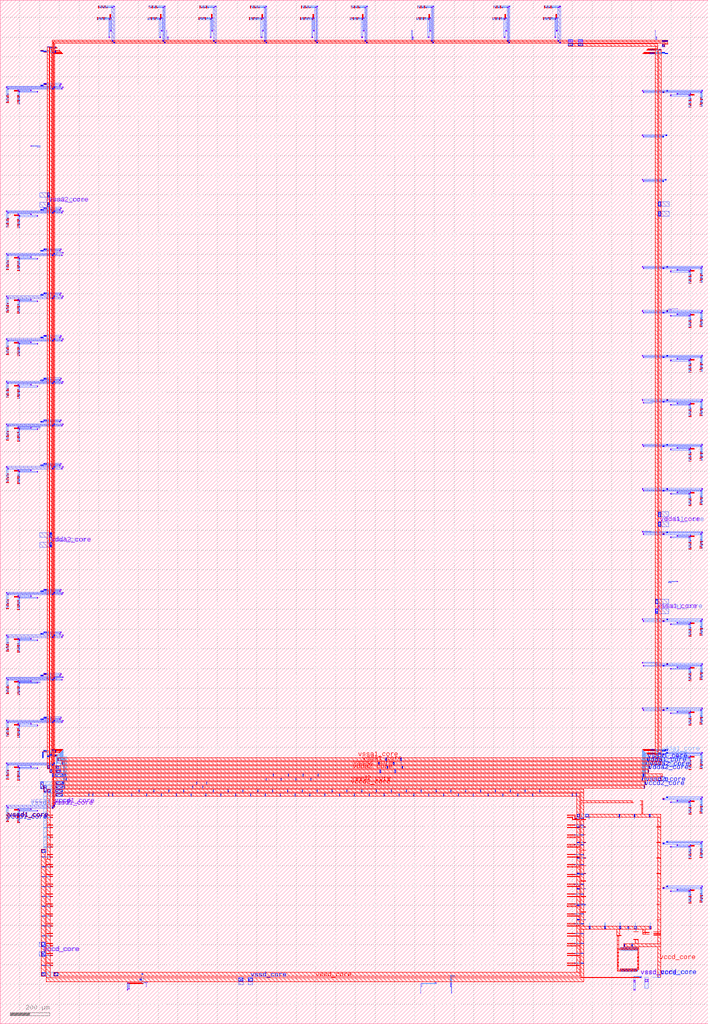
<source format=lef>
VERSION 5.7 ;
  NOWIREEXTENSIONATPIN ON ;
  DIVIDERCHAR "/" ;
  BUSBITCHARS "[]" ;
MACRO caravel_power_routing
  CLASS BLOCK ;
  FOREIGN caravel_power_routing ;
  ORIGIN 0.000 0.000 ;
  SIZE 3588.000 BY 5188.000 ;
  PIN vccd_core
    PORT
      LAYER met3 ;
        RECT 197.280 390.755 229.220 413.720 ;
        RECT 197.280 341.280 229.220 364.500 ;
      LAYER via3 ;
        RECT 209.885 391.210 228.205 413.530 ;
        RECT 209.765 341.690 228.085 364.010 ;
      LAYER met4 ;
        RECT 220.930 1152.330 315.800 1167.330 ;
        RECT 448.500 1152.330 450.780 1170.320 ;
        RECT 468.500 1152.330 470.780 1170.320 ;
        RECT 548.500 1152.330 550.780 1170.320 ;
        RECT 568.500 1152.330 570.780 1170.320 ;
        RECT 665.300 1152.330 667.580 1167.320 ;
        RECT 740.550 1152.330 742.830 1167.320 ;
        RECT 815.800 1152.330 818.080 1167.320 ;
        RECT 891.050 1152.330 893.330 1167.320 ;
        RECT 966.300 1152.330 968.580 1167.320 ;
        RECT 1041.550 1152.330 1043.830 1167.320 ;
        RECT 1116.800 1152.330 1119.080 1167.320 ;
        RECT 1192.050 1152.330 1194.330 1167.320 ;
        RECT 1267.300 1152.330 1269.580 1167.320 ;
        RECT 1342.550 1152.330 1344.830 1167.320 ;
        RECT 1417.800 1152.330 1420.080 1167.320 ;
        RECT 1493.050 1152.330 1495.330 1167.320 ;
        RECT 1568.300 1152.330 1570.580 1167.320 ;
        RECT 1643.550 1152.330 1645.830 1167.320 ;
        RECT 1718.800 1152.330 1721.080 1167.320 ;
        RECT 1794.050 1152.330 1796.330 1167.320 ;
        RECT 1869.300 1152.330 1871.580 1167.320 ;
        RECT 1944.550 1152.330 1946.830 1167.320 ;
        RECT 2019.800 1152.330 2022.080 1167.320 ;
        RECT 2095.050 1152.330 2097.330 1167.320 ;
        RECT 2170.300 1152.330 2172.580 1167.320 ;
        RECT 2245.550 1152.330 2247.830 1167.320 ;
        RECT 2320.800 1152.330 2323.080 1167.320 ;
        RECT 2396.050 1152.330 2398.330 1167.320 ;
        RECT 2471.300 1152.330 2473.580 1167.320 ;
        RECT 2546.550 1152.330 2548.830 1167.320 ;
        RECT 2621.800 1152.330 2624.080 1167.320 ;
        RECT 2696.800 1152.330 2699.080 1167.320 ;
        RECT 2898.600 1152.330 2900.880 1170.320 ;
        RECT 2918.600 1152.330 2920.880 1170.320 ;
        RECT 220.990 1046.990 233.990 1152.330 ;
        RECT 2921.840 1047.520 2984.810 1062.520 ;
        RECT 3135.220 1047.640 3140.540 1062.300 ;
        RECT 3212.020 1047.640 3217.340 1062.300 ;
        RECT 3288.820 1047.640 3294.140 1062.300 ;
        RECT 220.990 1043.790 257.600 1046.990 ;
        RECT 220.990 996.990 233.990 1043.790 ;
        RECT 2983.210 1038.460 2984.810 1047.520 ;
        RECT 3136.810 1038.420 3138.410 1047.640 ;
        RECT 3213.610 1038.420 3215.210 1047.640 ;
        RECT 3290.410 1038.420 3292.010 1047.640 ;
        RECT 2922.480 997.300 2935.870 999.040 ;
        RECT 220.990 993.790 257.600 996.990 ;
        RECT 2922.480 995.700 2964.880 997.300 ;
        RECT 2922.480 994.620 2935.870 995.700 ;
        RECT 220.990 946.990 233.990 993.790 ;
        RECT 220.990 943.790 257.600 946.990 ;
        RECT 220.990 896.990 233.990 943.790 ;
        RECT 2922.480 919.100 2935.870 920.840 ;
        RECT 2922.480 917.500 2964.880 919.100 ;
        RECT 2922.480 916.420 2935.870 917.500 ;
        RECT 220.990 893.790 257.600 896.990 ;
        RECT 220.990 883.710 233.990 893.790 ;
        RECT 209.320 865.630 233.990 883.710 ;
        RECT 208.840 843.790 257.600 846.990 ;
        RECT 2922.480 840.900 2935.870 842.640 ;
        RECT 2922.480 839.300 2964.880 840.900 ;
        RECT 2922.480 838.220 2935.870 839.300 ;
        RECT 208.840 793.790 257.600 796.990 ;
        RECT 2922.480 762.700 2935.870 764.440 ;
        RECT 2922.480 761.100 2964.880 762.700 ;
        RECT 2922.480 760.020 2935.870 761.100 ;
        RECT 208.840 743.790 257.600 746.990 ;
        RECT 208.840 693.790 257.600 696.990 ;
        RECT 2922.480 684.500 2935.870 686.240 ;
        RECT 2922.480 682.900 2964.880 684.500 ;
        RECT 2922.480 681.820 2935.870 682.900 ;
        RECT 208.840 643.790 257.600 646.990 ;
        RECT 2922.480 600.300 2935.870 602.040 ;
        RECT 2959.660 600.300 2965.060 606.530 ;
        RECT 2922.480 598.700 2965.060 600.300 ;
        RECT 2922.480 597.620 2935.870 598.700 ;
        RECT 208.840 593.790 257.600 596.990 ;
        RECT 208.840 543.790 257.600 546.990 ;
        RECT 2922.480 528.100 2935.870 529.840 ;
        RECT 2922.480 526.500 2964.880 528.100 ;
        RECT 2922.480 525.420 2935.870 526.500 ;
        RECT 208.840 493.790 257.600 496.990 ;
        RECT 208.840 443.790 257.600 446.990 ;
        RECT 209.320 396.990 228.890 413.970 ;
        RECT 3161.770 404.620 3163.370 410.310 ;
        RECT 3201.770 405.080 3203.370 410.000 ;
        RECT 208.840 393.790 257.600 396.990 ;
        RECT 209.320 390.770 228.890 393.790 ;
        RECT 3160.360 390.990 3165.050 404.620 ;
        RECT 3200.490 390.670 3204.610 405.080 ;
        RECT 3141.590 369.140 3143.190 386.870 ;
        RECT 3157.090 369.140 3158.690 386.870 ;
        RECT 3172.590 369.140 3174.190 386.870 ;
        RECT 3188.090 369.140 3189.690 386.870 ;
        RECT 3203.590 369.140 3205.190 386.870 ;
        RECT 3219.090 369.140 3220.690 386.870 ;
        RECT 209.290 346.990 228.860 364.450 ;
        RECT 208.840 343.790 257.600 346.990 ;
        RECT 209.290 341.250 228.860 343.790 ;
        RECT 208.840 293.790 257.600 296.990 ;
        RECT 3141.570 262.550 3143.170 278.900 ;
        RECT 3157.070 262.550 3158.670 278.900 ;
        RECT 3172.570 262.550 3174.170 278.900 ;
        RECT 3188.070 262.550 3189.670 278.900 ;
        RECT 3203.570 262.550 3205.170 278.900 ;
        RECT 3219.070 262.550 3220.670 278.900 ;
        RECT 209.370 241.110 292.680 260.610 ;
        RECT 716.620 249.680 723.690 253.440 ;
        RECT 719.300 248.190 720.200 249.680 ;
        RECT 3306.350 234.955 3347.130 236.600 ;
      LAYER via4 ;
        RECT 282.770 1153.675 314.350 1166.055 ;
        RECT 448.900 1165.630 450.080 1166.810 ;
        RECT 448.900 1164.030 450.080 1165.210 ;
        RECT 448.900 1162.430 450.080 1163.610 ;
        RECT 448.900 1160.830 450.080 1162.010 ;
        RECT 448.900 1159.230 450.080 1160.410 ;
        RECT 448.900 1157.630 450.080 1158.810 ;
        RECT 448.900 1156.030 450.080 1157.210 ;
        RECT 448.900 1154.430 450.080 1155.610 ;
        RECT 448.900 1152.830 450.080 1154.010 ;
        RECT 468.900 1165.630 470.080 1166.810 ;
        RECT 468.900 1164.030 470.080 1165.210 ;
        RECT 468.900 1162.430 470.080 1163.610 ;
        RECT 468.900 1160.830 470.080 1162.010 ;
        RECT 468.900 1159.230 470.080 1160.410 ;
        RECT 468.900 1157.630 470.080 1158.810 ;
        RECT 468.900 1156.030 470.080 1157.210 ;
        RECT 468.900 1154.430 470.080 1155.610 ;
        RECT 468.900 1152.830 470.080 1154.010 ;
        RECT 548.900 1165.630 550.080 1166.810 ;
        RECT 548.900 1164.030 550.080 1165.210 ;
        RECT 548.900 1162.430 550.080 1163.610 ;
        RECT 548.900 1160.830 550.080 1162.010 ;
        RECT 548.900 1159.230 550.080 1160.410 ;
        RECT 548.900 1157.630 550.080 1158.810 ;
        RECT 548.900 1156.030 550.080 1157.210 ;
        RECT 548.900 1154.430 550.080 1155.610 ;
        RECT 548.900 1152.830 550.080 1154.010 ;
        RECT 568.900 1165.630 570.080 1166.810 ;
        RECT 568.900 1164.030 570.080 1165.210 ;
        RECT 568.900 1162.430 570.080 1163.610 ;
        RECT 568.900 1160.830 570.080 1162.010 ;
        RECT 568.900 1159.230 570.080 1160.410 ;
        RECT 568.900 1157.630 570.080 1158.810 ;
        RECT 568.900 1156.030 570.080 1157.210 ;
        RECT 568.900 1154.430 570.080 1155.610 ;
        RECT 568.900 1152.830 570.080 1154.010 ;
        RECT 665.700 1165.630 666.880 1166.810 ;
        RECT 665.700 1164.030 666.880 1165.210 ;
        RECT 665.700 1162.430 666.880 1163.610 ;
        RECT 665.700 1160.830 666.880 1162.010 ;
        RECT 665.700 1159.230 666.880 1160.410 ;
        RECT 665.700 1157.630 666.880 1158.810 ;
        RECT 665.700 1156.030 666.880 1157.210 ;
        RECT 665.700 1154.430 666.880 1155.610 ;
        RECT 665.700 1152.830 666.880 1154.010 ;
        RECT 740.950 1165.630 742.130 1166.810 ;
        RECT 740.950 1164.030 742.130 1165.210 ;
        RECT 740.950 1162.430 742.130 1163.610 ;
        RECT 740.950 1160.830 742.130 1162.010 ;
        RECT 740.950 1159.230 742.130 1160.410 ;
        RECT 740.950 1157.630 742.130 1158.810 ;
        RECT 740.950 1156.030 742.130 1157.210 ;
        RECT 740.950 1154.430 742.130 1155.610 ;
        RECT 740.950 1152.830 742.130 1154.010 ;
        RECT 816.200 1165.630 817.380 1166.810 ;
        RECT 816.200 1164.030 817.380 1165.210 ;
        RECT 816.200 1162.430 817.380 1163.610 ;
        RECT 816.200 1160.830 817.380 1162.010 ;
        RECT 816.200 1159.230 817.380 1160.410 ;
        RECT 816.200 1157.630 817.380 1158.810 ;
        RECT 816.200 1156.030 817.380 1157.210 ;
        RECT 816.200 1154.430 817.380 1155.610 ;
        RECT 816.200 1152.830 817.380 1154.010 ;
        RECT 891.450 1165.630 892.630 1166.810 ;
        RECT 891.450 1164.030 892.630 1165.210 ;
        RECT 891.450 1162.430 892.630 1163.610 ;
        RECT 891.450 1160.830 892.630 1162.010 ;
        RECT 891.450 1159.230 892.630 1160.410 ;
        RECT 891.450 1157.630 892.630 1158.810 ;
        RECT 891.450 1156.030 892.630 1157.210 ;
        RECT 891.450 1154.430 892.630 1155.610 ;
        RECT 891.450 1152.830 892.630 1154.010 ;
        RECT 966.700 1165.630 967.880 1166.810 ;
        RECT 966.700 1164.030 967.880 1165.210 ;
        RECT 966.700 1162.430 967.880 1163.610 ;
        RECT 966.700 1160.830 967.880 1162.010 ;
        RECT 966.700 1159.230 967.880 1160.410 ;
        RECT 966.700 1157.630 967.880 1158.810 ;
        RECT 966.700 1156.030 967.880 1157.210 ;
        RECT 966.700 1154.430 967.880 1155.610 ;
        RECT 966.700 1152.830 967.880 1154.010 ;
        RECT 1041.950 1165.630 1043.130 1166.810 ;
        RECT 1041.950 1164.030 1043.130 1165.210 ;
        RECT 1041.950 1162.430 1043.130 1163.610 ;
        RECT 1041.950 1160.830 1043.130 1162.010 ;
        RECT 1041.950 1159.230 1043.130 1160.410 ;
        RECT 1041.950 1157.630 1043.130 1158.810 ;
        RECT 1041.950 1156.030 1043.130 1157.210 ;
        RECT 1041.950 1154.430 1043.130 1155.610 ;
        RECT 1041.950 1152.830 1043.130 1154.010 ;
        RECT 1117.200 1165.630 1118.380 1166.810 ;
        RECT 1117.200 1164.030 1118.380 1165.210 ;
        RECT 1117.200 1162.430 1118.380 1163.610 ;
        RECT 1117.200 1160.830 1118.380 1162.010 ;
        RECT 1117.200 1159.230 1118.380 1160.410 ;
        RECT 1117.200 1157.630 1118.380 1158.810 ;
        RECT 1117.200 1156.030 1118.380 1157.210 ;
        RECT 1117.200 1154.430 1118.380 1155.610 ;
        RECT 1117.200 1152.830 1118.380 1154.010 ;
        RECT 1192.450 1165.630 1193.630 1166.810 ;
        RECT 1192.450 1164.030 1193.630 1165.210 ;
        RECT 1192.450 1162.430 1193.630 1163.610 ;
        RECT 1192.450 1160.830 1193.630 1162.010 ;
        RECT 1192.450 1159.230 1193.630 1160.410 ;
        RECT 1192.450 1157.630 1193.630 1158.810 ;
        RECT 1192.450 1156.030 1193.630 1157.210 ;
        RECT 1192.450 1154.430 1193.630 1155.610 ;
        RECT 1192.450 1152.830 1193.630 1154.010 ;
        RECT 1267.700 1165.630 1268.880 1166.810 ;
        RECT 1267.700 1164.030 1268.880 1165.210 ;
        RECT 1267.700 1162.430 1268.880 1163.610 ;
        RECT 1267.700 1160.830 1268.880 1162.010 ;
        RECT 1267.700 1159.230 1268.880 1160.410 ;
        RECT 1267.700 1157.630 1268.880 1158.810 ;
        RECT 1267.700 1156.030 1268.880 1157.210 ;
        RECT 1267.700 1154.430 1268.880 1155.610 ;
        RECT 1267.700 1152.830 1268.880 1154.010 ;
        RECT 1342.950 1165.630 1344.130 1166.810 ;
        RECT 1342.950 1164.030 1344.130 1165.210 ;
        RECT 1342.950 1162.430 1344.130 1163.610 ;
        RECT 1342.950 1160.830 1344.130 1162.010 ;
        RECT 1342.950 1159.230 1344.130 1160.410 ;
        RECT 1342.950 1157.630 1344.130 1158.810 ;
        RECT 1342.950 1156.030 1344.130 1157.210 ;
        RECT 1342.950 1154.430 1344.130 1155.610 ;
        RECT 1342.950 1152.830 1344.130 1154.010 ;
        RECT 1418.200 1165.630 1419.380 1166.810 ;
        RECT 1418.200 1164.030 1419.380 1165.210 ;
        RECT 1418.200 1162.430 1419.380 1163.610 ;
        RECT 1418.200 1160.830 1419.380 1162.010 ;
        RECT 1418.200 1159.230 1419.380 1160.410 ;
        RECT 1418.200 1157.630 1419.380 1158.810 ;
        RECT 1418.200 1156.030 1419.380 1157.210 ;
        RECT 1418.200 1154.430 1419.380 1155.610 ;
        RECT 1418.200 1152.830 1419.380 1154.010 ;
        RECT 1493.450 1165.630 1494.630 1166.810 ;
        RECT 1493.450 1164.030 1494.630 1165.210 ;
        RECT 1493.450 1162.430 1494.630 1163.610 ;
        RECT 1493.450 1160.830 1494.630 1162.010 ;
        RECT 1493.450 1159.230 1494.630 1160.410 ;
        RECT 1493.450 1157.630 1494.630 1158.810 ;
        RECT 1493.450 1156.030 1494.630 1157.210 ;
        RECT 1493.450 1154.430 1494.630 1155.610 ;
        RECT 1493.450 1152.830 1494.630 1154.010 ;
        RECT 1568.700 1165.630 1569.880 1166.810 ;
        RECT 1568.700 1164.030 1569.880 1165.210 ;
        RECT 1568.700 1162.430 1569.880 1163.610 ;
        RECT 1568.700 1160.830 1569.880 1162.010 ;
        RECT 1568.700 1159.230 1569.880 1160.410 ;
        RECT 1568.700 1157.630 1569.880 1158.810 ;
        RECT 1568.700 1156.030 1569.880 1157.210 ;
        RECT 1568.700 1154.430 1569.880 1155.610 ;
        RECT 1568.700 1152.830 1569.880 1154.010 ;
        RECT 1643.950 1165.630 1645.130 1166.810 ;
        RECT 1643.950 1164.030 1645.130 1165.210 ;
        RECT 1643.950 1162.430 1645.130 1163.610 ;
        RECT 1643.950 1160.830 1645.130 1162.010 ;
        RECT 1643.950 1159.230 1645.130 1160.410 ;
        RECT 1643.950 1157.630 1645.130 1158.810 ;
        RECT 1643.950 1156.030 1645.130 1157.210 ;
        RECT 1643.950 1154.430 1645.130 1155.610 ;
        RECT 1643.950 1152.830 1645.130 1154.010 ;
        RECT 1719.200 1165.630 1720.380 1166.810 ;
        RECT 1719.200 1164.030 1720.380 1165.210 ;
        RECT 1719.200 1162.430 1720.380 1163.610 ;
        RECT 1719.200 1160.830 1720.380 1162.010 ;
        RECT 1719.200 1159.230 1720.380 1160.410 ;
        RECT 1719.200 1157.630 1720.380 1158.810 ;
        RECT 1719.200 1156.030 1720.380 1157.210 ;
        RECT 1719.200 1154.430 1720.380 1155.610 ;
        RECT 1719.200 1152.830 1720.380 1154.010 ;
        RECT 1794.450 1165.630 1795.630 1166.810 ;
        RECT 1794.450 1164.030 1795.630 1165.210 ;
        RECT 1794.450 1162.430 1795.630 1163.610 ;
        RECT 1794.450 1160.830 1795.630 1162.010 ;
        RECT 1794.450 1159.230 1795.630 1160.410 ;
        RECT 1794.450 1157.630 1795.630 1158.810 ;
        RECT 1794.450 1156.030 1795.630 1157.210 ;
        RECT 1794.450 1154.430 1795.630 1155.610 ;
        RECT 1794.450 1152.830 1795.630 1154.010 ;
        RECT 1869.700 1165.630 1870.880 1166.810 ;
        RECT 1869.700 1164.030 1870.880 1165.210 ;
        RECT 1869.700 1162.430 1870.880 1163.610 ;
        RECT 1869.700 1160.830 1870.880 1162.010 ;
        RECT 1869.700 1159.230 1870.880 1160.410 ;
        RECT 1869.700 1157.630 1870.880 1158.810 ;
        RECT 1869.700 1156.030 1870.880 1157.210 ;
        RECT 1869.700 1154.430 1870.880 1155.610 ;
        RECT 1869.700 1152.830 1870.880 1154.010 ;
        RECT 1944.950 1165.630 1946.130 1166.810 ;
        RECT 1944.950 1164.030 1946.130 1165.210 ;
        RECT 1944.950 1162.430 1946.130 1163.610 ;
        RECT 1944.950 1160.830 1946.130 1162.010 ;
        RECT 1944.950 1159.230 1946.130 1160.410 ;
        RECT 1944.950 1157.630 1946.130 1158.810 ;
        RECT 1944.950 1156.030 1946.130 1157.210 ;
        RECT 1944.950 1154.430 1946.130 1155.610 ;
        RECT 1944.950 1152.830 1946.130 1154.010 ;
        RECT 2020.200 1165.630 2021.380 1166.810 ;
        RECT 2020.200 1164.030 2021.380 1165.210 ;
        RECT 2020.200 1162.430 2021.380 1163.610 ;
        RECT 2020.200 1160.830 2021.380 1162.010 ;
        RECT 2020.200 1159.230 2021.380 1160.410 ;
        RECT 2020.200 1157.630 2021.380 1158.810 ;
        RECT 2020.200 1156.030 2021.380 1157.210 ;
        RECT 2020.200 1154.430 2021.380 1155.610 ;
        RECT 2020.200 1152.830 2021.380 1154.010 ;
        RECT 2095.450 1165.630 2096.630 1166.810 ;
        RECT 2095.450 1164.030 2096.630 1165.210 ;
        RECT 2095.450 1162.430 2096.630 1163.610 ;
        RECT 2095.450 1160.830 2096.630 1162.010 ;
        RECT 2095.450 1159.230 2096.630 1160.410 ;
        RECT 2095.450 1157.630 2096.630 1158.810 ;
        RECT 2095.450 1156.030 2096.630 1157.210 ;
        RECT 2095.450 1154.430 2096.630 1155.610 ;
        RECT 2095.450 1152.830 2096.630 1154.010 ;
        RECT 2170.700 1165.630 2171.880 1166.810 ;
        RECT 2170.700 1164.030 2171.880 1165.210 ;
        RECT 2170.700 1162.430 2171.880 1163.610 ;
        RECT 2170.700 1160.830 2171.880 1162.010 ;
        RECT 2170.700 1159.230 2171.880 1160.410 ;
        RECT 2170.700 1157.630 2171.880 1158.810 ;
        RECT 2170.700 1156.030 2171.880 1157.210 ;
        RECT 2170.700 1154.430 2171.880 1155.610 ;
        RECT 2170.700 1152.830 2171.880 1154.010 ;
        RECT 2245.950 1165.630 2247.130 1166.810 ;
        RECT 2245.950 1164.030 2247.130 1165.210 ;
        RECT 2245.950 1162.430 2247.130 1163.610 ;
        RECT 2245.950 1160.830 2247.130 1162.010 ;
        RECT 2245.950 1159.230 2247.130 1160.410 ;
        RECT 2245.950 1157.630 2247.130 1158.810 ;
        RECT 2245.950 1156.030 2247.130 1157.210 ;
        RECT 2245.950 1154.430 2247.130 1155.610 ;
        RECT 2245.950 1152.830 2247.130 1154.010 ;
        RECT 2321.200 1165.630 2322.380 1166.810 ;
        RECT 2321.200 1164.030 2322.380 1165.210 ;
        RECT 2321.200 1162.430 2322.380 1163.610 ;
        RECT 2321.200 1160.830 2322.380 1162.010 ;
        RECT 2321.200 1159.230 2322.380 1160.410 ;
        RECT 2321.200 1157.630 2322.380 1158.810 ;
        RECT 2321.200 1156.030 2322.380 1157.210 ;
        RECT 2321.200 1154.430 2322.380 1155.610 ;
        RECT 2321.200 1152.830 2322.380 1154.010 ;
        RECT 2396.450 1165.630 2397.630 1166.810 ;
        RECT 2396.450 1164.030 2397.630 1165.210 ;
        RECT 2396.450 1162.430 2397.630 1163.610 ;
        RECT 2396.450 1160.830 2397.630 1162.010 ;
        RECT 2396.450 1159.230 2397.630 1160.410 ;
        RECT 2396.450 1157.630 2397.630 1158.810 ;
        RECT 2396.450 1156.030 2397.630 1157.210 ;
        RECT 2396.450 1154.430 2397.630 1155.610 ;
        RECT 2396.450 1152.830 2397.630 1154.010 ;
        RECT 2471.700 1165.630 2472.880 1166.810 ;
        RECT 2471.700 1164.030 2472.880 1165.210 ;
        RECT 2471.700 1162.430 2472.880 1163.610 ;
        RECT 2471.700 1160.830 2472.880 1162.010 ;
        RECT 2471.700 1159.230 2472.880 1160.410 ;
        RECT 2471.700 1157.630 2472.880 1158.810 ;
        RECT 2471.700 1156.030 2472.880 1157.210 ;
        RECT 2471.700 1154.430 2472.880 1155.610 ;
        RECT 2471.700 1152.830 2472.880 1154.010 ;
        RECT 2546.950 1165.630 2548.130 1166.810 ;
        RECT 2546.950 1164.030 2548.130 1165.210 ;
        RECT 2546.950 1162.430 2548.130 1163.610 ;
        RECT 2546.950 1160.830 2548.130 1162.010 ;
        RECT 2546.950 1159.230 2548.130 1160.410 ;
        RECT 2546.950 1157.630 2548.130 1158.810 ;
        RECT 2546.950 1156.030 2548.130 1157.210 ;
        RECT 2546.950 1154.430 2548.130 1155.610 ;
        RECT 2546.950 1152.830 2548.130 1154.010 ;
        RECT 2622.200 1165.630 2623.380 1166.810 ;
        RECT 2622.200 1164.030 2623.380 1165.210 ;
        RECT 2622.200 1162.430 2623.380 1163.610 ;
        RECT 2622.200 1160.830 2623.380 1162.010 ;
        RECT 2622.200 1159.230 2623.380 1160.410 ;
        RECT 2622.200 1157.630 2623.380 1158.810 ;
        RECT 2622.200 1156.030 2623.380 1157.210 ;
        RECT 2622.200 1154.430 2623.380 1155.610 ;
        RECT 2622.200 1152.830 2623.380 1154.010 ;
        RECT 2697.200 1165.630 2698.380 1166.810 ;
        RECT 2697.200 1164.030 2698.380 1165.210 ;
        RECT 2697.200 1162.430 2698.380 1163.610 ;
        RECT 2697.200 1160.830 2698.380 1162.010 ;
        RECT 2697.200 1159.230 2698.380 1160.410 ;
        RECT 2697.200 1157.630 2698.380 1158.810 ;
        RECT 2697.200 1156.030 2698.380 1157.210 ;
        RECT 2697.200 1154.430 2698.380 1155.610 ;
        RECT 2697.200 1152.830 2698.380 1154.010 ;
        RECT 2899.000 1165.630 2900.180 1166.810 ;
        RECT 2899.000 1164.030 2900.180 1165.210 ;
        RECT 2899.000 1162.430 2900.180 1163.610 ;
        RECT 2899.000 1160.830 2900.180 1162.010 ;
        RECT 2899.000 1159.230 2900.180 1160.410 ;
        RECT 2899.000 1157.630 2900.180 1158.810 ;
        RECT 2899.000 1156.030 2900.180 1157.210 ;
        RECT 2899.000 1154.430 2900.180 1155.610 ;
        RECT 2899.000 1152.830 2900.180 1154.010 ;
        RECT 2919.000 1165.630 2920.180 1166.810 ;
        RECT 2919.000 1164.030 2920.180 1165.210 ;
        RECT 2919.000 1162.430 2920.180 1163.610 ;
        RECT 2919.000 1160.830 2920.180 1162.010 ;
        RECT 2919.000 1159.230 2920.180 1160.410 ;
        RECT 2919.000 1157.630 2920.180 1158.810 ;
        RECT 2919.000 1156.030 2920.180 1157.210 ;
        RECT 2919.000 1154.430 2920.180 1155.610 ;
        RECT 2919.000 1152.830 2920.180 1154.010 ;
        RECT 2923.050 1048.975 2935.430 1061.355 ;
        RECT 2967.320 1048.975 2979.700 1061.355 ;
        RECT 3136.515 1048.790 3139.295 1061.170 ;
        RECT 3213.315 1048.790 3216.095 1061.170 ;
        RECT 3290.115 1048.790 3292.895 1061.170 ;
        RECT 256.155 1045.600 257.335 1046.780 ;
        RECT 256.155 1044.000 257.335 1045.180 ;
        RECT 256.155 995.600 257.335 996.780 ;
        RECT 256.155 994.000 257.335 995.180 ;
        RECT 2923.915 995.485 2934.695 998.265 ;
        RECT 2960.190 995.895 2961.370 997.075 ;
        RECT 2961.790 995.895 2962.970 997.075 ;
        RECT 2963.390 995.895 2964.570 997.075 ;
        RECT 256.155 945.600 257.335 946.780 ;
        RECT 256.155 944.000 257.335 945.180 ;
        RECT 2923.915 917.285 2934.695 920.065 ;
        RECT 2960.190 917.695 2961.370 918.875 ;
        RECT 2961.790 917.695 2962.970 918.875 ;
        RECT 2963.390 917.695 2964.570 918.875 ;
        RECT 256.155 895.600 257.335 896.780 ;
        RECT 256.155 894.000 257.335 895.180 ;
        RECT 210.435 868.545 227.615 882.525 ;
        RECT 212.465 844.850 213.645 846.030 ;
        RECT 214.065 844.850 215.245 846.030 ;
        RECT 215.665 844.850 216.845 846.030 ;
        RECT 217.265 844.850 218.445 846.030 ;
        RECT 218.865 844.850 220.045 846.030 ;
        RECT 220.465 844.850 221.645 846.030 ;
        RECT 222.065 844.850 223.245 846.030 ;
        RECT 223.665 844.850 224.845 846.030 ;
        RECT 225.265 844.850 226.445 846.030 ;
        RECT 256.155 845.600 257.335 846.780 ;
        RECT 256.155 844.000 257.335 845.180 ;
        RECT 2923.915 839.085 2934.695 841.865 ;
        RECT 2960.190 839.495 2961.370 840.675 ;
        RECT 2961.790 839.495 2962.970 840.675 ;
        RECT 2963.390 839.495 2964.570 840.675 ;
        RECT 212.465 794.850 213.645 796.030 ;
        RECT 214.065 794.850 215.245 796.030 ;
        RECT 215.665 794.850 216.845 796.030 ;
        RECT 217.265 794.850 218.445 796.030 ;
        RECT 218.865 794.850 220.045 796.030 ;
        RECT 220.465 794.850 221.645 796.030 ;
        RECT 222.065 794.850 223.245 796.030 ;
        RECT 223.665 794.850 224.845 796.030 ;
        RECT 225.265 794.850 226.445 796.030 ;
        RECT 256.155 795.600 257.335 796.780 ;
        RECT 256.155 794.000 257.335 795.180 ;
        RECT 2923.915 760.885 2934.695 763.665 ;
        RECT 2960.190 761.295 2961.370 762.475 ;
        RECT 2961.790 761.295 2962.970 762.475 ;
        RECT 2963.390 761.295 2964.570 762.475 ;
        RECT 212.465 744.850 213.645 746.030 ;
        RECT 214.065 744.850 215.245 746.030 ;
        RECT 215.665 744.850 216.845 746.030 ;
        RECT 217.265 744.850 218.445 746.030 ;
        RECT 218.865 744.850 220.045 746.030 ;
        RECT 220.465 744.850 221.645 746.030 ;
        RECT 222.065 744.850 223.245 746.030 ;
        RECT 223.665 744.850 224.845 746.030 ;
        RECT 225.265 744.850 226.445 746.030 ;
        RECT 256.155 745.600 257.335 746.780 ;
        RECT 256.155 744.000 257.335 745.180 ;
        RECT 212.465 694.850 213.645 696.030 ;
        RECT 214.065 694.850 215.245 696.030 ;
        RECT 215.665 694.850 216.845 696.030 ;
        RECT 217.265 694.850 218.445 696.030 ;
        RECT 218.865 694.850 220.045 696.030 ;
        RECT 220.465 694.850 221.645 696.030 ;
        RECT 222.065 694.850 223.245 696.030 ;
        RECT 223.665 694.850 224.845 696.030 ;
        RECT 225.265 694.850 226.445 696.030 ;
        RECT 256.155 695.600 257.335 696.780 ;
        RECT 256.155 694.000 257.335 695.180 ;
        RECT 2923.915 682.685 2934.695 685.465 ;
        RECT 2960.190 683.095 2961.370 684.275 ;
        RECT 2961.790 683.095 2962.970 684.275 ;
        RECT 2963.390 683.095 2964.570 684.275 ;
        RECT 212.465 644.850 213.645 646.030 ;
        RECT 214.065 644.850 215.245 646.030 ;
        RECT 215.665 644.850 216.845 646.030 ;
        RECT 217.265 644.850 218.445 646.030 ;
        RECT 218.865 644.850 220.045 646.030 ;
        RECT 220.465 644.850 221.645 646.030 ;
        RECT 222.065 644.850 223.245 646.030 ;
        RECT 223.665 644.850 224.845 646.030 ;
        RECT 225.265 644.850 226.445 646.030 ;
        RECT 256.155 645.600 257.335 646.780 ;
        RECT 256.155 644.000 257.335 645.180 ;
        RECT 2960.190 604.895 2961.370 606.075 ;
        RECT 2961.790 604.895 2962.970 606.075 ;
        RECT 2963.390 604.895 2964.570 606.075 ;
        RECT 2923.915 598.485 2934.695 601.265 ;
        RECT 212.465 594.850 213.645 596.030 ;
        RECT 214.065 594.850 215.245 596.030 ;
        RECT 215.665 594.850 216.845 596.030 ;
        RECT 217.265 594.850 218.445 596.030 ;
        RECT 218.865 594.850 220.045 596.030 ;
        RECT 220.465 594.850 221.645 596.030 ;
        RECT 222.065 594.850 223.245 596.030 ;
        RECT 223.665 594.850 224.845 596.030 ;
        RECT 225.265 594.850 226.445 596.030 ;
        RECT 256.155 595.600 257.335 596.780 ;
        RECT 256.155 594.000 257.335 595.180 ;
        RECT 212.465 544.850 213.645 546.030 ;
        RECT 214.065 544.850 215.245 546.030 ;
        RECT 215.665 544.850 216.845 546.030 ;
        RECT 217.265 544.850 218.445 546.030 ;
        RECT 218.865 544.850 220.045 546.030 ;
        RECT 220.465 544.850 221.645 546.030 ;
        RECT 222.065 544.850 223.245 546.030 ;
        RECT 223.665 544.850 224.845 546.030 ;
        RECT 225.265 544.850 226.445 546.030 ;
        RECT 256.155 545.600 257.335 546.780 ;
        RECT 256.155 544.000 257.335 545.180 ;
        RECT 2923.915 526.285 2934.695 529.065 ;
        RECT 2960.190 526.695 2961.370 527.875 ;
        RECT 2961.790 526.695 2962.970 527.875 ;
        RECT 2963.390 526.695 2964.570 527.875 ;
        RECT 212.465 494.850 213.645 496.030 ;
        RECT 214.065 494.850 215.245 496.030 ;
        RECT 215.665 494.850 216.845 496.030 ;
        RECT 217.265 494.850 218.445 496.030 ;
        RECT 218.865 494.850 220.045 496.030 ;
        RECT 220.465 494.850 221.645 496.030 ;
        RECT 222.065 494.850 223.245 496.030 ;
        RECT 223.665 494.850 224.845 496.030 ;
        RECT 225.265 494.850 226.445 496.030 ;
        RECT 256.155 495.600 257.335 496.780 ;
        RECT 256.155 494.000 257.335 495.180 ;
        RECT 212.465 444.850 213.645 446.030 ;
        RECT 214.065 444.850 215.245 446.030 ;
        RECT 215.665 444.850 216.845 446.030 ;
        RECT 217.265 444.850 218.445 446.030 ;
        RECT 218.865 444.850 220.045 446.030 ;
        RECT 220.465 444.850 221.645 446.030 ;
        RECT 222.065 444.850 223.245 446.030 ;
        RECT 223.665 444.850 224.845 446.030 ;
        RECT 225.265 444.850 226.445 446.030 ;
        RECT 256.155 445.600 257.335 446.780 ;
        RECT 256.155 444.000 257.335 445.180 ;
        RECT 210.455 391.380 227.635 413.360 ;
        RECT 256.155 395.600 257.335 396.780 ;
        RECT 256.155 394.000 257.335 395.180 ;
        RECT 3161.270 392.365 3164.050 403.145 ;
        RECT 3201.160 391.700 3203.940 404.080 ;
        RECT 3141.745 384.785 3142.925 385.965 ;
        RECT 3141.745 383.185 3142.925 384.365 ;
        RECT 3141.745 381.585 3142.925 382.765 ;
        RECT 3157.245 384.785 3158.425 385.965 ;
        RECT 3157.245 383.185 3158.425 384.365 ;
        RECT 3157.245 381.585 3158.425 382.765 ;
        RECT 3172.805 384.855 3173.985 386.035 ;
        RECT 3172.805 383.255 3173.985 384.435 ;
        RECT 3172.805 381.655 3173.985 382.835 ;
        RECT 3188.255 384.835 3189.435 386.015 ;
        RECT 3188.255 383.235 3189.435 384.415 ;
        RECT 3188.255 381.635 3189.435 382.815 ;
        RECT 3203.725 384.835 3204.905 386.015 ;
        RECT 3203.725 383.235 3204.905 384.415 ;
        RECT 3203.725 381.635 3204.905 382.815 ;
        RECT 3219.265 384.895 3220.445 386.075 ;
        RECT 3219.265 383.295 3220.445 384.475 ;
        RECT 3219.265 381.695 3220.445 382.875 ;
        RECT 210.335 341.860 227.515 363.840 ;
        RECT 256.155 345.600 257.335 346.780 ;
        RECT 256.155 344.000 257.335 345.180 ;
        RECT 212.465 294.750 213.645 295.930 ;
        RECT 214.065 294.750 215.245 295.930 ;
        RECT 215.665 294.750 216.845 295.930 ;
        RECT 217.265 294.750 218.445 295.930 ;
        RECT 218.865 294.750 220.045 295.930 ;
        RECT 220.465 294.750 221.645 295.930 ;
        RECT 222.065 294.750 223.245 295.930 ;
        RECT 223.665 294.750 224.845 295.930 ;
        RECT 225.265 294.750 226.445 295.930 ;
        RECT 256.155 295.600 257.335 296.780 ;
        RECT 256.155 294.000 257.335 295.180 ;
        RECT 3141.725 276.815 3142.905 277.995 ;
        RECT 3141.725 275.215 3142.905 276.395 ;
        RECT 3141.725 273.615 3142.905 274.795 ;
        RECT 3157.225 276.815 3158.405 277.995 ;
        RECT 3157.225 275.215 3158.405 276.395 ;
        RECT 3157.225 273.615 3158.405 274.795 ;
        RECT 3172.785 276.885 3173.965 278.065 ;
        RECT 3172.785 275.285 3173.965 276.465 ;
        RECT 3172.785 273.685 3173.965 274.865 ;
        RECT 3188.235 276.865 3189.415 278.045 ;
        RECT 3188.235 275.265 3189.415 276.445 ;
        RECT 3188.235 273.665 3189.415 274.845 ;
        RECT 3203.705 276.865 3204.885 278.045 ;
        RECT 3203.705 275.265 3204.885 276.445 ;
        RECT 3203.705 273.665 3204.885 274.845 ;
        RECT 3219.245 276.925 3220.425 278.105 ;
        RECT 3219.245 275.325 3220.425 276.505 ;
        RECT 3219.245 273.725 3220.425 274.905 ;
        RECT 210.400 242.390 227.580 259.570 ;
        RECT 273.250 242.220 290.430 259.400 ;
        RECT 717.115 250.180 723.095 252.960 ;
        RECT 3332.610 235.190 3333.790 236.370 ;
        RECT 3334.210 235.190 3335.390 236.370 ;
        RECT 3335.810 235.190 3336.990 236.370 ;
        RECT 3337.410 235.190 3338.590 236.370 ;
        RECT 3339.010 235.190 3340.190 236.370 ;
        RECT 3340.610 235.190 3341.790 236.370 ;
        RECT 3342.210 235.190 3343.390 236.370 ;
        RECT 3343.810 235.190 3344.990 236.370 ;
        RECT 3345.410 235.190 3346.590 236.370 ;
      LAYER met5 ;
        RECT 281.480 1152.330 2936.870 1167.330 ;
        RECT 255.920 1043.790 266.080 1046.990 ;
        RECT 2873.230 1043.790 2901.550 1046.990 ;
        RECT 2898.350 1037.390 2901.550 1043.790 ;
        RECT 2921.870 1037.390 2936.870 1152.330 ;
        RECT 3243.040 1129.360 3256.790 1130.960 ;
        RECT 3251.120 1110.960 3256.790 1129.360 ;
        RECT 3243.200 1109.360 3256.790 1110.960 ;
        RECT 3251.120 1062.520 3256.790 1109.360 ;
        RECT 2966.260 1047.520 3347.130 1062.520 ;
        RECT 2898.350 1034.210 2936.870 1037.390 ;
        RECT 2901.550 1034.190 2936.870 1034.210 ;
        RECT 2921.870 996.990 2936.870 1034.190 ;
        RECT 3332.130 997.300 3347.130 1047.520 ;
        RECT 255.920 993.790 266.080 996.990 ;
        RECT 2873.230 993.790 2936.870 996.990 ;
        RECT 2959.880 995.700 2967.970 997.300 ;
        RECT 3325.880 995.700 3347.130 997.300 ;
        RECT 2921.870 946.990 2936.870 993.790 ;
        RECT 255.920 943.790 266.080 946.990 ;
        RECT 2873.230 943.790 2936.870 946.990 ;
        RECT 2921.870 896.990 2936.870 943.790 ;
        RECT 3332.130 919.100 3347.130 995.700 ;
        RECT 2959.880 917.500 2967.970 919.100 ;
        RECT 3325.880 917.500 3347.130 919.100 ;
        RECT 255.920 893.790 266.080 896.990 ;
        RECT 2873.230 893.790 2936.870 896.990 ;
        RECT 208.840 240.370 228.840 884.370 ;
        RECT 2921.870 846.990 2936.870 893.790 ;
        RECT 255.920 843.790 266.080 846.990 ;
        RECT 2873.230 843.790 2936.870 846.990 ;
        RECT 2921.870 796.990 2936.870 843.790 ;
        RECT 3332.130 840.900 3347.130 917.500 ;
        RECT 2959.880 839.300 2967.970 840.900 ;
        RECT 3325.880 839.300 3347.130 840.900 ;
        RECT 255.920 793.790 266.080 796.990 ;
        RECT 2873.230 793.790 2936.870 796.990 ;
        RECT 2921.870 746.990 2936.870 793.790 ;
        RECT 3332.130 762.700 3347.130 839.300 ;
        RECT 2959.880 761.100 2967.970 762.700 ;
        RECT 3325.880 761.100 3347.130 762.700 ;
        RECT 255.920 743.790 266.080 746.990 ;
        RECT 2873.230 743.790 2936.870 746.990 ;
        RECT 2921.870 696.990 2936.870 743.790 ;
        RECT 255.920 693.790 266.080 696.990 ;
        RECT 2873.230 693.790 2936.870 696.990 ;
        RECT 2921.870 646.990 2936.870 693.790 ;
        RECT 3332.130 684.500 3347.130 761.100 ;
        RECT 2959.880 682.900 2967.970 684.500 ;
        RECT 3325.880 682.900 3347.130 684.500 ;
        RECT 255.920 643.790 266.080 646.990 ;
        RECT 2873.230 643.790 2936.870 646.990 ;
        RECT 2921.870 596.990 2936.870 643.790 ;
        RECT 3332.130 606.300 3347.130 682.900 ;
        RECT 2959.880 604.700 2967.970 606.300 ;
        RECT 3325.880 604.700 3347.130 606.300 ;
        RECT 255.920 593.790 266.080 596.990 ;
        RECT 2873.230 593.790 2936.870 596.990 ;
        RECT 2921.870 546.990 2936.870 593.790 ;
        RECT 255.920 543.790 266.080 546.990 ;
        RECT 2873.230 543.790 2936.870 546.990 ;
        RECT 2921.870 496.990 2936.870 543.790 ;
        RECT 3332.130 528.100 3347.130 604.700 ;
        RECT 2959.880 526.500 2967.970 528.100 ;
        RECT 3325.880 526.500 3347.130 528.100 ;
        RECT 255.920 493.790 266.080 496.990 ;
        RECT 2873.230 493.790 2936.870 496.990 ;
        RECT 2921.870 446.990 2936.870 493.790 ;
        RECT 3332.130 467.030 3347.130 526.500 ;
        RECT 3312.610 465.430 3347.130 467.030 ;
        RECT 3332.130 458.870 3347.130 465.430 ;
        RECT 3312.420 457.270 3347.130 458.870 ;
        RECT 3332.130 450.710 3347.130 457.270 ;
        RECT 3312.520 449.110 3347.130 450.710 ;
        RECT 255.920 443.790 266.080 446.990 ;
        RECT 2873.230 443.790 2936.870 446.990 ;
        RECT 2921.870 396.990 2936.870 443.790 ;
        RECT 3209.840 425.770 3232.720 427.370 ;
        RECT 3217.720 405.410 3232.720 425.770 ;
        RECT 3332.130 405.410 3347.130 449.110 ;
        RECT 255.920 393.790 266.080 396.990 ;
        RECT 2873.230 393.790 2936.870 396.990 ;
        RECT 2921.870 346.990 2936.870 393.790 ;
        RECT 3160.010 390.410 3347.130 405.410 ;
        RECT 3226.280 386.340 3235.420 390.410 ;
        RECT 3141.340 381.340 3235.420 386.340 ;
        RECT 3231.420 353.270 3235.420 381.340 ;
        RECT 3227.680 351.670 3235.420 353.270 ;
        RECT 255.920 343.790 266.080 346.990 ;
        RECT 2873.230 343.790 2936.870 346.990 ;
        RECT 2921.870 296.990 2936.870 343.790 ;
        RECT 3231.420 336.370 3235.420 351.670 ;
        RECT 3227.510 334.770 3235.420 336.370 ;
        RECT 3231.420 319.470 3235.420 334.770 ;
        RECT 3228.120 317.870 3235.420 319.470 ;
        RECT 3231.420 302.570 3235.420 317.870 ;
        RECT 3228.120 300.970 3235.420 302.570 ;
        RECT 255.920 293.790 266.080 296.990 ;
        RECT 2873.230 293.790 2936.870 296.990 ;
        RECT 2921.870 261.110 2936.870 293.790 ;
        RECT 3231.420 285.670 3235.420 300.970 ;
        RECT 3228.120 284.070 3235.420 285.670 ;
        RECT 3231.420 278.370 3235.420 284.070 ;
        RECT 3141.320 273.370 3235.420 278.370 ;
        RECT 271.870 241.110 2936.870 261.110 ;
        RECT 3332.130 234.890 3347.130 390.410 ;
    END
  END vccd_core
  PIN vssd_core
    PORT
      LAYER met1 ;
        RECT 3240.520 233.690 3248.350 235.940 ;
        RECT 3240.520 232.990 3250.800 233.690 ;
        RECT 3240.520 232.950 3248.350 232.990 ;
      LAYER via ;
        RECT 3240.945 233.370 3247.925 235.550 ;
      LAYER met2 ;
        RECT 3240.520 233.690 3248.350 235.940 ;
        RECT 3240.520 232.990 3250.800 233.690 ;
        RECT 3240.520 232.950 3248.350 232.990 ;
      LAYER via2 ;
        RECT 3240.895 233.320 3247.975 235.600 ;
      LAYER met3 ;
        RECT 3240.520 234.220 3248.350 235.940 ;
        RECT 1208.450 197.130 1230.245 233.430 ;
        RECT 1256.500 197.130 1278.510 233.430 ;
        RECT 3240.520 232.990 3250.790 234.220 ;
        RECT 3240.520 232.950 3248.350 232.990 ;
      LAYER via3 ;
        RECT 1208.755 214.285 1229.875 233.005 ;
        RECT 1257.015 214.355 1278.135 233.075 ;
        RECT 3240.875 233.300 3247.995 235.620 ;
      LAYER met4 ;
        RECT 238.930 1172.330 316.250 1187.330 ;
        RECT 702.220 1172.240 704.620 1187.370 ;
        RECT 777.620 1172.240 780.020 1187.370 ;
        RECT 852.870 1172.240 855.270 1187.370 ;
        RECT 927.920 1172.240 930.320 1187.370 ;
        RECT 1078.620 1172.240 1081.020 1187.370 ;
        RECT 1153.870 1172.240 1156.270 1187.370 ;
        RECT 1229.120 1172.240 1231.520 1187.370 ;
        RECT 1304.370 1172.240 1306.770 1187.370 ;
        RECT 1379.620 1172.240 1382.020 1187.370 ;
        RECT 1454.870 1172.240 1457.270 1187.370 ;
        RECT 1529.920 1172.240 1532.320 1187.370 ;
        RECT 1604.870 1172.240 1607.270 1187.370 ;
        RECT 1680.620 1172.240 1683.020 1187.370 ;
        RECT 1755.570 1172.240 1757.970 1187.370 ;
        RECT 1831.120 1172.240 1833.520 1187.370 ;
        RECT 1905.770 1172.240 1908.170 1187.370 ;
        RECT 1981.220 1172.240 1983.620 1187.370 ;
        RECT 2056.870 1172.240 2059.270 1187.370 ;
        RECT 2132.120 1172.240 2134.520 1187.370 ;
        RECT 2207.370 1172.240 2209.770 1187.370 ;
        RECT 2282.620 1172.240 2285.020 1187.370 ;
        RECT 2357.870 1172.240 2360.270 1187.370 ;
        RECT 2433.120 1172.240 2435.520 1187.370 ;
        RECT 2508.370 1172.240 2510.770 1187.370 ;
        RECT 2583.620 1172.240 2586.020 1187.370 ;
        RECT 2658.870 1172.240 2661.270 1187.370 ;
        RECT 2733.870 1172.240 2736.270 1187.370 ;
        RECT 2911.310 1039.310 2956.940 1042.510 ;
        RECT 2910.360 1005.310 2956.940 1008.510 ;
        RECT 2910.360 955.310 2956.940 958.510 ;
        RECT 2910.360 905.310 2956.940 908.510 ;
        RECT 2910.360 855.310 2956.940 858.510 ;
        RECT 2910.360 805.310 2956.940 808.510 ;
        RECT 2910.360 755.310 2956.940 758.510 ;
        RECT 2910.360 705.310 2956.940 708.510 ;
        RECT 2910.360 655.310 2956.940 658.510 ;
        RECT 2910.360 605.310 2956.940 608.510 ;
        RECT 2910.360 555.310 2956.940 558.510 ;
        RECT 2910.360 505.310 2956.940 508.510 ;
        RECT 2986.510 493.800 2988.110 511.580 ;
        RECT 3063.310 494.020 3064.910 511.190 ;
        RECT 3140.110 494.020 3141.710 511.190 ;
        RECT 3216.910 494.020 3218.510 511.190 ;
        RECT 3293.710 494.020 3295.310 510.650 ;
        RECT 2983.710 479.780 2990.760 493.800 ;
        RECT 3061.120 480.250 3067.710 494.020 ;
        RECT 3137.920 480.250 3144.510 494.020 ;
        RECT 3180.400 482.170 3184.970 493.790 ;
        RECT 3181.770 472.240 3183.370 482.170 ;
        RECT 3214.720 480.250 3225.000 494.020 ;
        RECT 3291.520 480.250 3297.965 494.020 ;
        RECT 3221.770 472.240 3223.370 480.250 ;
        RECT 2910.360 455.310 2956.940 458.510 ;
        RECT 2910.360 405.310 2956.940 408.510 ;
        RECT 3149.340 369.140 3150.940 386.870 ;
        RECT 3164.840 369.140 3166.440 386.870 ;
        RECT 3180.340 369.140 3181.940 386.870 ;
        RECT 3195.840 369.140 3197.440 386.870 ;
        RECT 3211.340 369.140 3212.940 386.870 ;
        RECT 3226.840 369.140 3228.440 386.870 ;
        RECT 2910.360 355.310 2956.940 358.510 ;
        RECT 2910.360 305.310 2956.940 308.510 ;
        RECT 3149.320 262.550 3150.920 278.900 ;
        RECT 3164.820 262.550 3166.420 278.900 ;
        RECT 3180.320 262.550 3181.920 278.900 ;
        RECT 3195.820 262.550 3197.420 278.900 ;
        RECT 3211.320 262.550 3212.920 278.900 ;
        RECT 3226.820 262.550 3228.420 278.900 ;
        RECT 712.800 226.980 713.700 236.280 ;
        RECT 708.880 226.970 714.330 226.980 ;
        RECT 706.880 220.650 714.330 226.970 ;
        RECT 1208.400 213.920 1230.280 233.460 ;
        RECT 1256.510 213.940 1278.500 233.420 ;
        RECT 3240.520 232.950 3248.350 235.940 ;
      LAYER via4 ;
        RECT 240.455 1173.695 252.835 1186.075 ;
        RECT 282.275 1173.725 315.455 1186.105 ;
        RECT 702.600 1185.625 703.780 1186.805 ;
        RECT 702.600 1184.025 703.780 1185.205 ;
        RECT 702.600 1182.425 703.780 1183.605 ;
        RECT 702.600 1180.825 703.780 1182.005 ;
        RECT 702.600 1179.225 703.780 1180.405 ;
        RECT 702.600 1177.625 703.780 1178.805 ;
        RECT 702.600 1176.025 703.780 1177.205 ;
        RECT 702.600 1174.425 703.780 1175.605 ;
        RECT 702.600 1172.825 703.780 1174.005 ;
        RECT 778.000 1185.625 779.180 1186.805 ;
        RECT 778.000 1184.025 779.180 1185.205 ;
        RECT 778.000 1182.425 779.180 1183.605 ;
        RECT 778.000 1180.825 779.180 1182.005 ;
        RECT 778.000 1179.225 779.180 1180.405 ;
        RECT 778.000 1177.625 779.180 1178.805 ;
        RECT 778.000 1176.025 779.180 1177.205 ;
        RECT 778.000 1174.425 779.180 1175.605 ;
        RECT 778.000 1172.825 779.180 1174.005 ;
        RECT 853.250 1185.625 854.430 1186.805 ;
        RECT 853.250 1184.025 854.430 1185.205 ;
        RECT 853.250 1182.425 854.430 1183.605 ;
        RECT 853.250 1180.825 854.430 1182.005 ;
        RECT 853.250 1179.225 854.430 1180.405 ;
        RECT 853.250 1177.625 854.430 1178.805 ;
        RECT 853.250 1176.025 854.430 1177.205 ;
        RECT 853.250 1174.425 854.430 1175.605 ;
        RECT 853.250 1172.825 854.430 1174.005 ;
        RECT 928.300 1185.625 929.480 1186.805 ;
        RECT 928.300 1184.025 929.480 1185.205 ;
        RECT 928.300 1182.425 929.480 1183.605 ;
        RECT 928.300 1180.825 929.480 1182.005 ;
        RECT 928.300 1179.225 929.480 1180.405 ;
        RECT 928.300 1177.625 929.480 1178.805 ;
        RECT 928.300 1176.025 929.480 1177.205 ;
        RECT 928.300 1174.425 929.480 1175.605 ;
        RECT 928.300 1172.825 929.480 1174.005 ;
        RECT 1079.000 1185.625 1080.180 1186.805 ;
        RECT 1079.000 1184.025 1080.180 1185.205 ;
        RECT 1079.000 1182.425 1080.180 1183.605 ;
        RECT 1079.000 1180.825 1080.180 1182.005 ;
        RECT 1079.000 1179.225 1080.180 1180.405 ;
        RECT 1079.000 1177.625 1080.180 1178.805 ;
        RECT 1079.000 1176.025 1080.180 1177.205 ;
        RECT 1079.000 1174.425 1080.180 1175.605 ;
        RECT 1079.000 1172.825 1080.180 1174.005 ;
        RECT 1154.250 1185.625 1155.430 1186.805 ;
        RECT 1154.250 1184.025 1155.430 1185.205 ;
        RECT 1154.250 1182.425 1155.430 1183.605 ;
        RECT 1154.250 1180.825 1155.430 1182.005 ;
        RECT 1154.250 1179.225 1155.430 1180.405 ;
        RECT 1154.250 1177.625 1155.430 1178.805 ;
        RECT 1154.250 1176.025 1155.430 1177.205 ;
        RECT 1154.250 1174.425 1155.430 1175.605 ;
        RECT 1154.250 1172.825 1155.430 1174.005 ;
        RECT 1229.500 1185.625 1230.680 1186.805 ;
        RECT 1229.500 1184.025 1230.680 1185.205 ;
        RECT 1229.500 1182.425 1230.680 1183.605 ;
        RECT 1229.500 1180.825 1230.680 1182.005 ;
        RECT 1229.500 1179.225 1230.680 1180.405 ;
        RECT 1229.500 1177.625 1230.680 1178.805 ;
        RECT 1229.500 1176.025 1230.680 1177.205 ;
        RECT 1229.500 1174.425 1230.680 1175.605 ;
        RECT 1229.500 1172.825 1230.680 1174.005 ;
        RECT 1304.750 1185.625 1305.930 1186.805 ;
        RECT 1304.750 1184.025 1305.930 1185.205 ;
        RECT 1304.750 1182.425 1305.930 1183.605 ;
        RECT 1304.750 1180.825 1305.930 1182.005 ;
        RECT 1304.750 1179.225 1305.930 1180.405 ;
        RECT 1304.750 1177.625 1305.930 1178.805 ;
        RECT 1304.750 1176.025 1305.930 1177.205 ;
        RECT 1304.750 1174.425 1305.930 1175.605 ;
        RECT 1304.750 1172.825 1305.930 1174.005 ;
        RECT 1380.000 1185.625 1381.180 1186.805 ;
        RECT 1380.000 1184.025 1381.180 1185.205 ;
        RECT 1380.000 1182.425 1381.180 1183.605 ;
        RECT 1380.000 1180.825 1381.180 1182.005 ;
        RECT 1380.000 1179.225 1381.180 1180.405 ;
        RECT 1380.000 1177.625 1381.180 1178.805 ;
        RECT 1380.000 1176.025 1381.180 1177.205 ;
        RECT 1380.000 1174.425 1381.180 1175.605 ;
        RECT 1380.000 1172.825 1381.180 1174.005 ;
        RECT 1455.250 1185.625 1456.430 1186.805 ;
        RECT 1455.250 1184.025 1456.430 1185.205 ;
        RECT 1455.250 1182.425 1456.430 1183.605 ;
        RECT 1455.250 1180.825 1456.430 1182.005 ;
        RECT 1455.250 1179.225 1456.430 1180.405 ;
        RECT 1455.250 1177.625 1456.430 1178.805 ;
        RECT 1455.250 1176.025 1456.430 1177.205 ;
        RECT 1455.250 1174.425 1456.430 1175.605 ;
        RECT 1455.250 1172.825 1456.430 1174.005 ;
        RECT 1530.300 1185.625 1531.480 1186.805 ;
        RECT 1530.300 1184.025 1531.480 1185.205 ;
        RECT 1530.300 1182.425 1531.480 1183.605 ;
        RECT 1530.300 1180.825 1531.480 1182.005 ;
        RECT 1530.300 1179.225 1531.480 1180.405 ;
        RECT 1530.300 1177.625 1531.480 1178.805 ;
        RECT 1530.300 1176.025 1531.480 1177.205 ;
        RECT 1530.300 1174.425 1531.480 1175.605 ;
        RECT 1530.300 1172.825 1531.480 1174.005 ;
        RECT 1605.250 1185.625 1606.430 1186.805 ;
        RECT 1605.250 1184.025 1606.430 1185.205 ;
        RECT 1605.250 1182.425 1606.430 1183.605 ;
        RECT 1605.250 1180.825 1606.430 1182.005 ;
        RECT 1605.250 1179.225 1606.430 1180.405 ;
        RECT 1605.250 1177.625 1606.430 1178.805 ;
        RECT 1605.250 1176.025 1606.430 1177.205 ;
        RECT 1605.250 1174.425 1606.430 1175.605 ;
        RECT 1605.250 1172.825 1606.430 1174.005 ;
        RECT 1681.000 1185.625 1682.180 1186.805 ;
        RECT 1681.000 1184.025 1682.180 1185.205 ;
        RECT 1681.000 1182.425 1682.180 1183.605 ;
        RECT 1681.000 1180.825 1682.180 1182.005 ;
        RECT 1681.000 1179.225 1682.180 1180.405 ;
        RECT 1681.000 1177.625 1682.180 1178.805 ;
        RECT 1681.000 1176.025 1682.180 1177.205 ;
        RECT 1681.000 1174.425 1682.180 1175.605 ;
        RECT 1681.000 1172.825 1682.180 1174.005 ;
        RECT 1755.950 1185.625 1757.130 1186.805 ;
        RECT 1755.950 1184.025 1757.130 1185.205 ;
        RECT 1755.950 1182.425 1757.130 1183.605 ;
        RECT 1755.950 1180.825 1757.130 1182.005 ;
        RECT 1755.950 1179.225 1757.130 1180.405 ;
        RECT 1755.950 1177.625 1757.130 1178.805 ;
        RECT 1755.950 1176.025 1757.130 1177.205 ;
        RECT 1755.950 1174.425 1757.130 1175.605 ;
        RECT 1755.950 1172.825 1757.130 1174.005 ;
        RECT 1831.500 1185.625 1832.680 1186.805 ;
        RECT 1831.500 1184.025 1832.680 1185.205 ;
        RECT 1831.500 1182.425 1832.680 1183.605 ;
        RECT 1831.500 1180.825 1832.680 1182.005 ;
        RECT 1831.500 1179.225 1832.680 1180.405 ;
        RECT 1831.500 1177.625 1832.680 1178.805 ;
        RECT 1831.500 1176.025 1832.680 1177.205 ;
        RECT 1831.500 1174.425 1832.680 1175.605 ;
        RECT 1831.500 1172.825 1832.680 1174.005 ;
        RECT 1906.150 1185.625 1907.330 1186.805 ;
        RECT 1906.150 1184.025 1907.330 1185.205 ;
        RECT 1906.150 1182.425 1907.330 1183.605 ;
        RECT 1906.150 1180.825 1907.330 1182.005 ;
        RECT 1906.150 1179.225 1907.330 1180.405 ;
        RECT 1906.150 1177.625 1907.330 1178.805 ;
        RECT 1906.150 1176.025 1907.330 1177.205 ;
        RECT 1906.150 1174.425 1907.330 1175.605 ;
        RECT 1906.150 1172.825 1907.330 1174.005 ;
        RECT 1981.600 1185.625 1982.780 1186.805 ;
        RECT 1981.600 1184.025 1982.780 1185.205 ;
        RECT 1981.600 1182.425 1982.780 1183.605 ;
        RECT 1981.600 1180.825 1982.780 1182.005 ;
        RECT 1981.600 1179.225 1982.780 1180.405 ;
        RECT 1981.600 1177.625 1982.780 1178.805 ;
        RECT 1981.600 1176.025 1982.780 1177.205 ;
        RECT 1981.600 1174.425 1982.780 1175.605 ;
        RECT 1981.600 1172.825 1982.780 1174.005 ;
        RECT 2057.250 1185.625 2058.430 1186.805 ;
        RECT 2057.250 1184.025 2058.430 1185.205 ;
        RECT 2057.250 1182.425 2058.430 1183.605 ;
        RECT 2057.250 1180.825 2058.430 1182.005 ;
        RECT 2057.250 1179.225 2058.430 1180.405 ;
        RECT 2057.250 1177.625 2058.430 1178.805 ;
        RECT 2057.250 1176.025 2058.430 1177.205 ;
        RECT 2057.250 1174.425 2058.430 1175.605 ;
        RECT 2057.250 1172.825 2058.430 1174.005 ;
        RECT 2132.500 1185.625 2133.680 1186.805 ;
        RECT 2132.500 1184.025 2133.680 1185.205 ;
        RECT 2132.500 1182.425 2133.680 1183.605 ;
        RECT 2132.500 1180.825 2133.680 1182.005 ;
        RECT 2132.500 1179.225 2133.680 1180.405 ;
        RECT 2132.500 1177.625 2133.680 1178.805 ;
        RECT 2132.500 1176.025 2133.680 1177.205 ;
        RECT 2132.500 1174.425 2133.680 1175.605 ;
        RECT 2132.500 1172.825 2133.680 1174.005 ;
        RECT 2207.750 1185.625 2208.930 1186.805 ;
        RECT 2207.750 1184.025 2208.930 1185.205 ;
        RECT 2207.750 1182.425 2208.930 1183.605 ;
        RECT 2207.750 1180.825 2208.930 1182.005 ;
        RECT 2207.750 1179.225 2208.930 1180.405 ;
        RECT 2207.750 1177.625 2208.930 1178.805 ;
        RECT 2207.750 1176.025 2208.930 1177.205 ;
        RECT 2207.750 1174.425 2208.930 1175.605 ;
        RECT 2207.750 1172.825 2208.930 1174.005 ;
        RECT 2283.000 1185.625 2284.180 1186.805 ;
        RECT 2283.000 1184.025 2284.180 1185.205 ;
        RECT 2283.000 1182.425 2284.180 1183.605 ;
        RECT 2283.000 1180.825 2284.180 1182.005 ;
        RECT 2283.000 1179.225 2284.180 1180.405 ;
        RECT 2283.000 1177.625 2284.180 1178.805 ;
        RECT 2283.000 1176.025 2284.180 1177.205 ;
        RECT 2283.000 1174.425 2284.180 1175.605 ;
        RECT 2283.000 1172.825 2284.180 1174.005 ;
        RECT 2358.250 1185.625 2359.430 1186.805 ;
        RECT 2358.250 1184.025 2359.430 1185.205 ;
        RECT 2358.250 1182.425 2359.430 1183.605 ;
        RECT 2358.250 1180.825 2359.430 1182.005 ;
        RECT 2358.250 1179.225 2359.430 1180.405 ;
        RECT 2358.250 1177.625 2359.430 1178.805 ;
        RECT 2358.250 1176.025 2359.430 1177.205 ;
        RECT 2358.250 1174.425 2359.430 1175.605 ;
        RECT 2358.250 1172.825 2359.430 1174.005 ;
        RECT 2433.500 1185.625 2434.680 1186.805 ;
        RECT 2433.500 1184.025 2434.680 1185.205 ;
        RECT 2433.500 1182.425 2434.680 1183.605 ;
        RECT 2433.500 1180.825 2434.680 1182.005 ;
        RECT 2433.500 1179.225 2434.680 1180.405 ;
        RECT 2433.500 1177.625 2434.680 1178.805 ;
        RECT 2433.500 1176.025 2434.680 1177.205 ;
        RECT 2433.500 1174.425 2434.680 1175.605 ;
        RECT 2433.500 1172.825 2434.680 1174.005 ;
        RECT 2508.750 1185.625 2509.930 1186.805 ;
        RECT 2508.750 1184.025 2509.930 1185.205 ;
        RECT 2508.750 1182.425 2509.930 1183.605 ;
        RECT 2508.750 1180.825 2509.930 1182.005 ;
        RECT 2508.750 1179.225 2509.930 1180.405 ;
        RECT 2508.750 1177.625 2509.930 1178.805 ;
        RECT 2508.750 1176.025 2509.930 1177.205 ;
        RECT 2508.750 1174.425 2509.930 1175.605 ;
        RECT 2508.750 1172.825 2509.930 1174.005 ;
        RECT 2584.000 1185.625 2585.180 1186.805 ;
        RECT 2584.000 1184.025 2585.180 1185.205 ;
        RECT 2584.000 1182.425 2585.180 1183.605 ;
        RECT 2584.000 1180.825 2585.180 1182.005 ;
        RECT 2584.000 1179.225 2585.180 1180.405 ;
        RECT 2584.000 1177.625 2585.180 1178.805 ;
        RECT 2584.000 1176.025 2585.180 1177.205 ;
        RECT 2584.000 1174.425 2585.180 1175.605 ;
        RECT 2584.000 1172.825 2585.180 1174.005 ;
        RECT 2659.250 1185.625 2660.430 1186.805 ;
        RECT 2659.250 1184.025 2660.430 1185.205 ;
        RECT 2659.250 1182.425 2660.430 1183.605 ;
        RECT 2659.250 1180.825 2660.430 1182.005 ;
        RECT 2659.250 1179.225 2660.430 1180.405 ;
        RECT 2659.250 1177.625 2660.430 1178.805 ;
        RECT 2659.250 1176.025 2660.430 1177.205 ;
        RECT 2659.250 1174.425 2660.430 1175.605 ;
        RECT 2659.250 1172.825 2660.430 1174.005 ;
        RECT 2734.250 1185.625 2735.430 1186.805 ;
        RECT 2734.250 1184.025 2735.430 1185.205 ;
        RECT 2734.250 1182.425 2735.430 1183.605 ;
        RECT 2734.250 1180.825 2735.430 1182.005 ;
        RECT 2734.250 1179.225 2735.430 1180.405 ;
        RECT 2734.250 1177.625 2735.430 1178.805 ;
        RECT 2734.250 1176.025 2735.430 1177.205 ;
        RECT 2734.250 1174.425 2735.430 1175.605 ;
        RECT 2734.250 1172.825 2735.430 1174.005 ;
        RECT 2912.000 1040.330 2913.180 1041.510 ;
        RECT 2913.600 1040.330 2914.780 1041.510 ;
        RECT 2915.200 1040.330 2916.380 1041.510 ;
        RECT 2916.800 1040.330 2917.980 1041.510 ;
        RECT 2942.465 1040.330 2943.645 1041.510 ;
        RECT 2944.065 1040.330 2945.245 1041.510 ;
        RECT 2945.665 1040.330 2946.845 1041.510 ;
        RECT 2947.265 1040.330 2948.445 1041.510 ;
        RECT 2948.865 1040.330 2950.045 1041.510 ;
        RECT 2950.465 1040.330 2951.645 1041.510 ;
        RECT 2952.065 1040.330 2953.245 1041.510 ;
        RECT 2953.665 1040.330 2954.845 1041.510 ;
        RECT 2955.265 1040.330 2956.445 1041.510 ;
        RECT 2911.020 1006.270 2912.200 1007.450 ;
        RECT 2912.620 1006.270 2913.800 1007.450 ;
        RECT 2942.465 1006.250 2943.645 1007.430 ;
        RECT 2944.065 1006.250 2945.245 1007.430 ;
        RECT 2945.665 1006.250 2946.845 1007.430 ;
        RECT 2947.265 1006.250 2948.445 1007.430 ;
        RECT 2948.865 1006.250 2950.045 1007.430 ;
        RECT 2950.465 1006.250 2951.645 1007.430 ;
        RECT 2952.065 1006.250 2953.245 1007.430 ;
        RECT 2953.665 1006.250 2954.845 1007.430 ;
        RECT 2955.265 1006.250 2956.445 1007.430 ;
        RECT 2911.020 956.270 2912.200 957.450 ;
        RECT 2912.620 956.270 2913.800 957.450 ;
        RECT 2942.465 956.250 2943.645 957.430 ;
        RECT 2944.065 956.250 2945.245 957.430 ;
        RECT 2945.665 956.250 2946.845 957.430 ;
        RECT 2947.265 956.250 2948.445 957.430 ;
        RECT 2948.865 956.250 2950.045 957.430 ;
        RECT 2950.465 956.250 2951.645 957.430 ;
        RECT 2952.065 956.250 2953.245 957.430 ;
        RECT 2953.665 956.250 2954.845 957.430 ;
        RECT 2955.265 956.250 2956.445 957.430 ;
        RECT 2911.020 906.270 2912.200 907.450 ;
        RECT 2912.620 906.270 2913.800 907.450 ;
        RECT 2942.465 906.250 2943.645 907.430 ;
        RECT 2944.065 906.250 2945.245 907.430 ;
        RECT 2945.665 906.250 2946.845 907.430 ;
        RECT 2947.265 906.250 2948.445 907.430 ;
        RECT 2948.865 906.250 2950.045 907.430 ;
        RECT 2950.465 906.250 2951.645 907.430 ;
        RECT 2952.065 906.250 2953.245 907.430 ;
        RECT 2953.665 906.250 2954.845 907.430 ;
        RECT 2955.265 906.250 2956.445 907.430 ;
        RECT 2911.020 856.270 2912.200 857.450 ;
        RECT 2912.620 856.270 2913.800 857.450 ;
        RECT 2942.465 856.250 2943.645 857.430 ;
        RECT 2944.065 856.250 2945.245 857.430 ;
        RECT 2945.665 856.250 2946.845 857.430 ;
        RECT 2947.265 856.250 2948.445 857.430 ;
        RECT 2948.865 856.250 2950.045 857.430 ;
        RECT 2950.465 856.250 2951.645 857.430 ;
        RECT 2952.065 856.250 2953.245 857.430 ;
        RECT 2953.665 856.250 2954.845 857.430 ;
        RECT 2955.265 856.250 2956.445 857.430 ;
        RECT 2911.020 806.270 2912.200 807.450 ;
        RECT 2912.620 806.270 2913.800 807.450 ;
        RECT 2942.465 806.250 2943.645 807.430 ;
        RECT 2944.065 806.250 2945.245 807.430 ;
        RECT 2945.665 806.250 2946.845 807.430 ;
        RECT 2947.265 806.250 2948.445 807.430 ;
        RECT 2948.865 806.250 2950.045 807.430 ;
        RECT 2950.465 806.250 2951.645 807.430 ;
        RECT 2952.065 806.250 2953.245 807.430 ;
        RECT 2953.665 806.250 2954.845 807.430 ;
        RECT 2955.265 806.250 2956.445 807.430 ;
        RECT 2911.020 756.270 2912.200 757.450 ;
        RECT 2912.620 756.270 2913.800 757.450 ;
        RECT 2942.465 756.250 2943.645 757.430 ;
        RECT 2944.065 756.250 2945.245 757.430 ;
        RECT 2945.665 756.250 2946.845 757.430 ;
        RECT 2947.265 756.250 2948.445 757.430 ;
        RECT 2948.865 756.250 2950.045 757.430 ;
        RECT 2950.465 756.250 2951.645 757.430 ;
        RECT 2952.065 756.250 2953.245 757.430 ;
        RECT 2953.665 756.250 2954.845 757.430 ;
        RECT 2955.265 756.250 2956.445 757.430 ;
        RECT 2911.020 706.270 2912.200 707.450 ;
        RECT 2912.620 706.270 2913.800 707.450 ;
        RECT 2942.465 706.250 2943.645 707.430 ;
        RECT 2944.065 706.250 2945.245 707.430 ;
        RECT 2945.665 706.250 2946.845 707.430 ;
        RECT 2947.265 706.250 2948.445 707.430 ;
        RECT 2948.865 706.250 2950.045 707.430 ;
        RECT 2950.465 706.250 2951.645 707.430 ;
        RECT 2952.065 706.250 2953.245 707.430 ;
        RECT 2953.665 706.250 2954.845 707.430 ;
        RECT 2955.265 706.250 2956.445 707.430 ;
        RECT 2911.020 656.270 2912.200 657.450 ;
        RECT 2912.620 656.270 2913.800 657.450 ;
        RECT 2942.465 656.250 2943.645 657.430 ;
        RECT 2944.065 656.250 2945.245 657.430 ;
        RECT 2945.665 656.250 2946.845 657.430 ;
        RECT 2947.265 656.250 2948.445 657.430 ;
        RECT 2948.865 656.250 2950.045 657.430 ;
        RECT 2950.465 656.250 2951.645 657.430 ;
        RECT 2952.065 656.250 2953.245 657.430 ;
        RECT 2953.665 656.250 2954.845 657.430 ;
        RECT 2955.265 656.250 2956.445 657.430 ;
        RECT 2911.020 606.270 2912.200 607.450 ;
        RECT 2912.620 606.270 2913.800 607.450 ;
        RECT 2942.465 606.250 2943.645 607.430 ;
        RECT 2944.065 606.250 2945.245 607.430 ;
        RECT 2945.665 606.250 2946.845 607.430 ;
        RECT 2947.265 606.250 2948.445 607.430 ;
        RECT 2948.865 606.250 2950.045 607.430 ;
        RECT 2950.465 606.250 2951.645 607.430 ;
        RECT 2952.065 606.250 2953.245 607.430 ;
        RECT 2953.665 606.250 2954.845 607.430 ;
        RECT 2955.265 606.250 2956.445 607.430 ;
        RECT 2911.020 556.270 2912.200 557.450 ;
        RECT 2912.620 556.270 2913.800 557.450 ;
        RECT 2942.465 556.250 2943.645 557.430 ;
        RECT 2944.065 556.250 2945.245 557.430 ;
        RECT 2945.665 556.250 2946.845 557.430 ;
        RECT 2947.265 556.250 2948.445 557.430 ;
        RECT 2948.865 556.250 2950.045 557.430 ;
        RECT 2950.465 556.250 2951.645 557.430 ;
        RECT 2952.065 556.250 2953.245 557.430 ;
        RECT 2953.665 556.250 2954.845 557.430 ;
        RECT 2955.265 556.250 2956.445 557.430 ;
        RECT 2911.020 506.270 2912.200 507.450 ;
        RECT 2912.620 506.270 2913.800 507.450 ;
        RECT 2942.465 506.250 2943.645 507.430 ;
        RECT 2944.065 506.250 2945.245 507.430 ;
        RECT 2945.665 506.250 2946.845 507.430 ;
        RECT 2947.265 506.250 2948.445 507.430 ;
        RECT 2948.865 506.250 2950.045 507.430 ;
        RECT 2950.465 506.250 2951.645 507.430 ;
        RECT 2952.065 506.250 2953.245 507.430 ;
        RECT 2953.665 506.250 2954.845 507.430 ;
        RECT 2955.265 506.250 2956.445 507.430 ;
        RECT 2985.060 480.635 2989.440 493.015 ;
        RECT 3062.315 480.945 3066.695 493.325 ;
        RECT 3139.115 480.945 3143.495 493.325 ;
        RECT 3181.295 483.425 3184.075 492.605 ;
        RECT 3215.915 480.945 3223.495 493.325 ;
        RECT 3292.715 480.945 3297.095 493.325 ;
        RECT 2911.020 456.270 2912.200 457.450 ;
        RECT 2912.620 456.270 2913.800 457.450 ;
        RECT 2942.465 456.250 2943.645 457.430 ;
        RECT 2944.065 456.250 2945.245 457.430 ;
        RECT 2945.665 456.250 2946.845 457.430 ;
        RECT 2947.265 456.250 2948.445 457.430 ;
        RECT 2948.865 456.250 2950.045 457.430 ;
        RECT 2950.465 456.250 2951.645 457.430 ;
        RECT 2952.065 456.250 2953.245 457.430 ;
        RECT 2953.665 456.250 2954.845 457.430 ;
        RECT 2955.265 456.250 2956.445 457.430 ;
        RECT 2911.020 406.270 2912.200 407.450 ;
        RECT 2912.620 406.270 2913.800 407.450 ;
        RECT 2942.465 406.250 2943.645 407.430 ;
        RECT 2944.065 406.250 2945.245 407.430 ;
        RECT 2945.665 406.250 2946.845 407.430 ;
        RECT 2947.265 406.250 2948.445 407.430 ;
        RECT 2948.865 406.250 2950.045 407.430 ;
        RECT 2950.465 406.250 2951.645 407.430 ;
        RECT 2952.065 406.250 2953.245 407.430 ;
        RECT 2953.665 406.250 2954.845 407.430 ;
        RECT 2955.265 406.250 2956.445 407.430 ;
        RECT 3149.505 377.775 3150.685 378.955 ;
        RECT 3149.505 376.175 3150.685 377.355 ;
        RECT 3149.505 374.575 3150.685 375.755 ;
        RECT 3165.005 377.775 3166.185 378.955 ;
        RECT 3165.005 376.175 3166.185 377.355 ;
        RECT 3165.005 374.575 3166.185 375.755 ;
        RECT 3180.475 377.795 3181.655 378.975 ;
        RECT 3180.475 376.195 3181.655 377.375 ;
        RECT 3180.475 374.595 3181.655 375.775 ;
        RECT 3196.015 377.815 3197.195 378.995 ;
        RECT 3196.015 376.215 3197.195 377.395 ;
        RECT 3196.015 374.615 3197.195 375.795 ;
        RECT 3211.535 377.775 3212.715 378.955 ;
        RECT 3211.535 376.175 3212.715 377.355 ;
        RECT 3211.535 374.575 3212.715 375.755 ;
        RECT 3227.045 377.905 3228.225 379.085 ;
        RECT 3227.045 376.305 3228.225 377.485 ;
        RECT 3227.045 374.705 3228.225 375.885 ;
        RECT 2911.020 356.270 2912.200 357.450 ;
        RECT 2912.620 356.270 2913.800 357.450 ;
        RECT 2942.465 356.250 2943.645 357.430 ;
        RECT 2944.065 356.250 2945.245 357.430 ;
        RECT 2945.665 356.250 2946.845 357.430 ;
        RECT 2947.265 356.250 2948.445 357.430 ;
        RECT 2948.865 356.250 2950.045 357.430 ;
        RECT 2950.465 356.250 2951.645 357.430 ;
        RECT 2952.065 356.250 2953.245 357.430 ;
        RECT 2953.665 356.250 2954.845 357.430 ;
        RECT 2955.265 356.250 2956.445 357.430 ;
        RECT 2911.020 306.270 2912.200 307.450 ;
        RECT 2912.620 306.270 2913.800 307.450 ;
        RECT 2942.465 306.250 2943.645 307.430 ;
        RECT 2944.065 306.250 2945.245 307.430 ;
        RECT 2945.665 306.250 2946.845 307.430 ;
        RECT 2947.265 306.250 2948.445 307.430 ;
        RECT 2948.865 306.250 2950.045 307.430 ;
        RECT 2950.465 306.250 2951.645 307.430 ;
        RECT 2952.065 306.250 2953.245 307.430 ;
        RECT 2953.665 306.250 2954.845 307.430 ;
        RECT 2955.265 306.250 2956.445 307.430 ;
        RECT 3149.485 269.805 3150.665 270.985 ;
        RECT 3149.485 268.205 3150.665 269.385 ;
        RECT 3149.485 266.605 3150.665 267.785 ;
        RECT 3164.985 269.805 3166.165 270.985 ;
        RECT 3164.985 268.205 3166.165 269.385 ;
        RECT 3164.985 266.605 3166.165 267.785 ;
        RECT 3180.455 269.825 3181.635 271.005 ;
        RECT 3180.455 268.225 3181.635 269.405 ;
        RECT 3180.455 266.625 3181.635 267.805 ;
        RECT 3195.995 269.845 3197.175 271.025 ;
        RECT 3195.995 268.245 3197.175 269.425 ;
        RECT 3195.995 266.645 3197.175 267.825 ;
        RECT 3211.515 269.805 3212.695 270.985 ;
        RECT 3211.515 268.205 3212.695 269.385 ;
        RECT 3211.515 266.605 3212.695 267.785 ;
        RECT 3227.025 269.935 3228.205 271.115 ;
        RECT 3227.025 268.335 3228.205 269.515 ;
        RECT 3227.025 266.735 3228.205 267.915 ;
        RECT 3241.445 233.870 3242.625 235.050 ;
        RECT 3243.045 233.870 3244.225 235.050 ;
        RECT 3244.645 233.870 3245.825 235.050 ;
        RECT 3246.245 233.870 3247.425 235.050 ;
        RECT 707.640 221.590 713.620 225.970 ;
        RECT 1209.125 214.255 1229.505 233.035 ;
        RECT 1257.385 214.325 1277.765 233.105 ;
      LAYER met5 ;
        RECT 239.180 1058.490 254.180 1188.060 ;
        RECT 281.440 1172.330 2956.950 1187.330 ;
        RECT 2941.950 1130.420 2956.950 1172.330 ;
        RECT 2941.950 1120.960 3201.830 1130.420 ;
        RECT 2941.950 1120.410 3209.990 1120.960 ;
        RECT 239.180 1055.290 266.160 1058.490 ;
        RECT 2873.230 1055.290 2914.550 1058.490 ;
        RECT 239.180 1008.490 254.180 1055.290 ;
        RECT 2911.350 1042.510 2914.550 1055.290 ;
        RECT 2911.350 1039.310 2918.710 1042.510 ;
        RECT 2941.950 1036.400 2956.950 1120.410 ;
        RECT 3197.330 1119.360 3209.990 1120.410 ;
        RECT 2941.950 1034.800 2967.970 1036.400 ;
        RECT 239.180 1005.290 266.160 1008.490 ;
        RECT 2873.230 1005.290 2914.550 1008.490 ;
        RECT 239.180 958.490 254.180 1005.290 ;
        RECT 239.180 955.290 266.160 958.490 ;
        RECT 2873.230 955.290 2914.550 958.490 ;
        RECT 2941.950 958.200 2956.950 1034.800 ;
        RECT 2941.950 956.600 2967.970 958.200 ;
        RECT 239.180 908.490 254.180 955.290 ;
        RECT 239.180 905.290 266.160 908.490 ;
        RECT 2873.230 905.290 2914.550 908.490 ;
        RECT 239.180 858.490 254.180 905.290 ;
        RECT 2941.950 880.000 2956.950 956.600 ;
        RECT 2941.950 878.400 2967.970 880.000 ;
        RECT 239.180 855.290 266.160 858.490 ;
        RECT 2873.230 855.290 2914.550 858.490 ;
        RECT 239.180 833.940 254.180 855.290 ;
        RECT 234.180 808.490 254.180 833.940 ;
        RECT 234.180 805.290 266.160 808.490 ;
        RECT 2873.230 805.290 2914.550 808.490 ;
        RECT 234.180 758.490 254.180 805.290 ;
        RECT 2941.950 801.800 2956.950 878.400 ;
        RECT 2941.950 800.200 2967.970 801.800 ;
        RECT 234.180 755.290 266.160 758.490 ;
        RECT 2873.230 755.290 2914.550 758.490 ;
        RECT 234.180 708.490 254.180 755.290 ;
        RECT 2941.950 723.600 2956.950 800.200 ;
        RECT 2941.950 722.000 2967.970 723.600 ;
        RECT 234.180 705.290 266.160 708.490 ;
        RECT 2873.230 705.290 2914.550 708.490 ;
        RECT 234.180 658.490 254.180 705.290 ;
        RECT 234.180 655.290 266.160 658.490 ;
        RECT 2873.230 655.290 2914.550 658.490 ;
        RECT 234.180 608.490 254.180 655.290 ;
        RECT 2941.950 645.400 2956.950 722.000 ;
        RECT 2941.950 643.800 2967.970 645.400 ;
        RECT 234.180 605.290 266.160 608.490 ;
        RECT 2873.230 605.290 2914.550 608.490 ;
        RECT 234.180 558.490 254.180 605.290 ;
        RECT 2941.950 567.200 2956.950 643.800 ;
        RECT 2941.950 565.600 2968.050 567.200 ;
        RECT 234.180 555.290 266.160 558.490 ;
        RECT 2873.230 555.290 2914.550 558.490 ;
        RECT 234.180 508.490 254.180 555.290 ;
        RECT 234.180 505.290 266.160 508.490 ;
        RECT 2873.230 505.290 2914.550 508.490 ;
        RECT 234.180 458.490 254.180 505.290 ;
        RECT 2941.950 494.780 2956.950 565.600 ;
        RECT 2941.950 479.780 3297.965 494.780 ;
        RECT 234.180 455.290 266.160 458.490 ;
        RECT 2873.230 455.290 2914.550 458.490 ;
        RECT 234.180 408.490 254.180 455.290 ;
        RECT 234.180 405.290 266.160 408.490 ;
        RECT 2873.230 405.290 2914.550 408.490 ;
        RECT 234.180 358.490 254.180 405.290 ;
        RECT 234.180 355.290 266.160 358.490 ;
        RECT 2873.230 355.290 2914.550 358.490 ;
        RECT 234.180 308.490 254.180 355.290 ;
        RECT 234.180 305.290 266.160 308.490 ;
        RECT 2873.230 305.290 2914.550 308.490 ;
        RECT 234.180 233.940 254.180 305.290 ;
        RECT 2941.950 235.940 2956.950 479.780 ;
        RECT 3124.120 447.370 3139.120 479.780 ;
        RECT 3254.970 462.950 3269.970 479.780 ;
        RECT 3254.970 461.350 3288.770 462.950 ;
        RECT 3254.970 454.790 3269.970 461.350 ;
        RECT 3254.970 453.190 3288.920 454.790 ;
        RECT 3254.970 452.610 3269.970 453.190 ;
        RECT 3124.120 445.770 3146.810 447.370 ;
        RECT 3124.120 445.060 3139.120 445.770 ;
        RECT 3128.090 379.340 3135.170 445.060 ;
        RECT 3128.090 374.340 3228.690 379.340 ;
        RECT 3128.090 361.720 3132.090 374.340 ;
        RECT 3128.090 360.120 3134.840 361.720 ;
        RECT 3128.090 344.820 3132.090 360.120 ;
        RECT 3128.090 343.220 3134.840 344.820 ;
        RECT 3128.090 327.920 3132.090 343.220 ;
        RECT 3128.090 326.320 3134.840 327.920 ;
        RECT 3128.090 311.020 3132.090 326.320 ;
        RECT 3128.090 309.420 3134.840 311.020 ;
        RECT 3128.090 294.120 3132.090 309.420 ;
        RECT 3128.090 292.520 3134.840 294.120 ;
        RECT 3128.090 271.370 3132.090 292.520 ;
        RECT 3128.070 266.370 3228.670 271.370 ;
        RECT 2941.950 233.940 3248.340 235.940 ;
        RECT 234.180 232.940 3248.340 233.940 ;
        RECT 234.180 213.940 2956.980 232.940 ;
    END
  END vssd_core
  PIN vccd2_core
    PORT
      LAYER met4 ;
        RECT 306.910 1342.690 310.010 1379.380 ;
        RECT 306.910 1339.590 326.260 1342.690 ;
        RECT 323.160 1207.330 326.260 1339.590 ;
        RECT 220.980 1192.330 326.260 1207.330 ;
        RECT 974.410 1192.330 976.070 1207.320 ;
        RECT 1025.010 1192.330 1026.670 1207.320 ;
        RECT 220.980 1172.330 234.010 1192.330 ;
        RECT 323.160 1192.000 326.260 1192.330 ;
        RECT 3262.690 1191.330 3265.790 1379.380 ;
      LAYER via4 ;
        RECT 222.040 1173.135 232.820 1206.315 ;
        RECT 282.830 1193.695 316.010 1206.075 ;
        RECT 324.065 1205.650 325.245 1206.830 ;
        RECT 324.065 1204.050 325.245 1205.230 ;
        RECT 324.065 1202.450 325.245 1203.630 ;
        RECT 324.065 1200.850 325.245 1202.030 ;
        RECT 324.065 1199.250 325.245 1200.430 ;
        RECT 324.065 1197.650 325.245 1198.830 ;
        RECT 324.065 1196.050 325.245 1197.230 ;
        RECT 324.065 1194.450 325.245 1195.630 ;
        RECT 324.065 1192.850 325.245 1194.030 ;
        RECT 974.650 1205.685 975.830 1206.865 ;
        RECT 974.650 1204.085 975.830 1205.265 ;
        RECT 974.650 1202.485 975.830 1203.665 ;
        RECT 974.650 1200.885 975.830 1202.065 ;
        RECT 974.650 1199.285 975.830 1200.465 ;
        RECT 974.650 1197.685 975.830 1198.865 ;
        RECT 974.650 1196.085 975.830 1197.265 ;
        RECT 974.650 1194.485 975.830 1195.665 ;
        RECT 974.650 1192.885 975.830 1194.065 ;
        RECT 1025.250 1205.685 1026.430 1206.865 ;
        RECT 1025.250 1204.085 1026.430 1205.265 ;
        RECT 1025.250 1202.485 1026.430 1203.665 ;
        RECT 1025.250 1200.885 1026.430 1202.065 ;
        RECT 1025.250 1199.285 1026.430 1200.465 ;
        RECT 1025.250 1197.685 1026.430 1198.865 ;
        RECT 1025.250 1196.085 1026.430 1197.265 ;
        RECT 1025.250 1194.485 1026.430 1195.665 ;
        RECT 1025.250 1192.885 1026.430 1194.065 ;
        RECT 3263.605 1205.675 3264.785 1206.855 ;
        RECT 3263.605 1204.075 3264.785 1205.255 ;
        RECT 3263.605 1202.475 3264.785 1203.655 ;
        RECT 3263.605 1200.875 3264.785 1202.055 ;
        RECT 3263.605 1199.275 3264.785 1200.455 ;
        RECT 3263.605 1197.675 3264.785 1198.855 ;
        RECT 3263.605 1196.075 3264.785 1197.255 ;
        RECT 3263.605 1194.475 3264.785 1195.655 ;
        RECT 3263.605 1192.875 3264.785 1194.055 ;
      LAYER met5 ;
        RECT 221.270 1172.660 233.590 1206.790 ;
        RECT 281.390 1192.330 3266.530 1207.330 ;
    END
  END vccd2_core
  PIN vssd2_core
    PORT
      LAYER met4 ;
        RECT 302.110 1337.890 305.210 1374.610 ;
        RECT 302.110 1334.790 321.460 1337.890 ;
        RECT 318.360 1227.330 321.460 1334.790 ;
        RECT 204.920 1212.330 321.460 1227.330 ;
        RECT 995.310 1212.330 996.970 1227.320 ;
        RECT 1045.610 1212.340 1047.270 1227.330 ;
        RECT 204.920 1191.330 218.060 1212.330 ;
        RECT 318.360 1211.790 321.460 1212.330 ;
        RECT 3267.490 1211.810 3270.590 1374.580 ;
      LAYER via4 ;
        RECT 206.100 1191.985 216.880 1226.765 ;
        RECT 282.755 1213.525 315.935 1225.905 ;
        RECT 319.315 1225.670 320.495 1226.850 ;
        RECT 319.315 1224.070 320.495 1225.250 ;
        RECT 319.315 1222.470 320.495 1223.650 ;
        RECT 319.315 1220.870 320.495 1222.050 ;
        RECT 319.315 1219.270 320.495 1220.450 ;
        RECT 319.315 1217.670 320.495 1218.850 ;
        RECT 319.315 1216.070 320.495 1217.250 ;
        RECT 319.315 1214.470 320.495 1215.650 ;
        RECT 319.315 1212.870 320.495 1214.050 ;
        RECT 995.550 1225.685 996.730 1226.865 ;
        RECT 995.550 1224.085 996.730 1225.265 ;
        RECT 995.550 1222.485 996.730 1223.665 ;
        RECT 995.550 1220.885 996.730 1222.065 ;
        RECT 995.550 1219.285 996.730 1220.465 ;
        RECT 995.550 1217.685 996.730 1218.865 ;
        RECT 995.550 1216.085 996.730 1217.265 ;
        RECT 995.550 1214.485 996.730 1215.665 ;
        RECT 995.550 1212.885 996.730 1214.065 ;
        RECT 1045.850 1225.695 1047.030 1226.875 ;
        RECT 1045.850 1224.095 1047.030 1225.275 ;
        RECT 1045.850 1222.495 1047.030 1223.675 ;
        RECT 1045.850 1220.895 1047.030 1222.075 ;
        RECT 1045.850 1219.295 1047.030 1220.475 ;
        RECT 1045.850 1217.695 1047.030 1218.875 ;
        RECT 1045.850 1216.095 1047.030 1217.275 ;
        RECT 1045.850 1214.495 1047.030 1215.675 ;
        RECT 1045.850 1212.895 1047.030 1214.075 ;
        RECT 3268.395 1225.685 3269.575 1226.865 ;
        RECT 3268.395 1224.085 3269.575 1225.265 ;
        RECT 3268.395 1222.485 3269.575 1223.665 ;
        RECT 3268.395 1220.885 3269.575 1222.065 ;
        RECT 3268.395 1219.285 3269.575 1220.465 ;
        RECT 3268.395 1217.685 3269.575 1218.865 ;
        RECT 3268.395 1216.085 3269.575 1217.265 ;
        RECT 3268.395 1214.485 3269.575 1215.665 ;
        RECT 3268.395 1212.885 3269.575 1214.065 ;
      LAYER met5 ;
        RECT 205.330 1191.810 217.650 1226.940 ;
        RECT 281.390 1212.330 3271.110 1227.330 ;
    END
  END vssd2_core
  PIN vdda2_core
    PORT
      LAYER met3 ;
        RECT 199.620 2465.390 261.460 2489.290 ;
        RECT 199.620 2415.495 261.460 2439.395 ;
      LAYER via3 ;
        RECT 251.980 2466.295 260.300 2488.615 ;
        RECT 251.920 2416.345 260.240 2438.665 ;
      LAYER met4 ;
        RECT 250.970 4943.680 282.170 4946.740 ;
        RECT 250.860 2465.420 260.980 2489.370 ;
        RECT 250.990 2415.470 261.110 2439.420 ;
        RECT 250.930 1363.190 260.990 1367.190 ;
        RECT 250.930 1360.130 282.030 1363.190 ;
        RECT 287.710 1323.490 290.810 1360.210 ;
        RECT 287.710 1320.390 307.060 1323.490 ;
        RECT 303.960 1287.330 307.060 1320.390 ;
        RECT 250.850 1272.330 307.060 1287.330 ;
        RECT 303.960 1272.110 307.060 1272.330 ;
        RECT 1922.930 1272.260 1928.540 1287.350 ;
        RECT 1998.430 1272.260 2004.040 1287.350 ;
        RECT 3281.890 1271.930 3284.990 1360.180 ;
      LAYER via4 ;
        RECT 251.400 4944.625 252.580 4945.805 ;
        RECT 253.000 4944.625 254.180 4945.805 ;
        RECT 254.600 4944.625 255.780 4945.805 ;
        RECT 256.200 4944.625 257.380 4945.805 ;
        RECT 257.800 4944.625 258.980 4945.805 ;
        RECT 259.400 4944.625 260.580 4945.805 ;
        RECT 279.165 4944.650 280.345 4945.830 ;
        RECT 280.765 4944.650 281.945 4945.830 ;
        RECT 252.350 2466.465 259.930 2488.445 ;
        RECT 252.290 2416.515 259.870 2438.495 ;
        RECT 251.365 1360.680 260.545 1366.660 ;
        RECT 279.010 1360.285 281.790 1363.065 ;
        RECT 252.355 1273.845 259.935 1286.225 ;
        RECT 282.820 1273.540 301.600 1285.920 ;
        RECT 304.900 1285.630 306.080 1286.810 ;
        RECT 304.900 1284.030 306.080 1285.210 ;
        RECT 304.900 1282.430 306.080 1283.610 ;
        RECT 304.900 1280.830 306.080 1282.010 ;
        RECT 304.900 1279.230 306.080 1280.410 ;
        RECT 304.900 1277.630 306.080 1278.810 ;
        RECT 304.900 1276.030 306.080 1277.210 ;
        RECT 304.900 1274.430 306.080 1275.610 ;
        RECT 304.900 1272.830 306.080 1274.010 ;
        RECT 1923.575 1272.850 1927.955 1286.830 ;
        RECT 1999.075 1272.850 2003.455 1286.830 ;
        RECT 3282.805 1285.595 3283.985 1286.775 ;
        RECT 3282.805 1283.995 3283.985 1285.175 ;
        RECT 3282.805 1282.395 3283.985 1283.575 ;
        RECT 3282.805 1280.795 3283.985 1281.975 ;
        RECT 3282.805 1279.195 3283.985 1280.375 ;
        RECT 3282.805 1277.595 3283.985 1278.775 ;
        RECT 3282.805 1275.995 3283.985 1277.175 ;
        RECT 3282.805 1274.395 3283.985 1275.575 ;
        RECT 3282.805 1272.795 3283.985 1273.975 ;
      LAYER met5 ;
        RECT 250.990 1272.490 260.990 4952.330 ;
        RECT 278.880 4943.640 287.760 4946.740 ;
        RECT 278.770 1360.120 287.730 1363.220 ;
        RECT 281.850 1272.330 3285.380 1287.330 ;
    END
  END vdda2_core
  PIN vssa2_core
    PORT
      LAYER met3 ;
        RECT 199.260 4188.390 250.010 4212.290 ;
        RECT 199.260 4138.495 250.010 4162.395 ;
      LAYER via3 ;
        RECT 239.645 4189.150 248.365 4211.470 ;
        RECT 239.645 4139.490 248.365 4161.810 ;
      LAYER met4 ;
        RECT 238.980 4948.460 282.910 4951.550 ;
        RECT 238.960 4188.290 249.110 4212.310 ;
        RECT 238.960 4138.510 249.110 4162.530 ;
        RECT 238.960 1355.410 283.080 1358.440 ;
        RECT 238.960 1355.290 286.010 1355.410 ;
        RECT 238.960 1351.290 249.010 1355.290 ;
        RECT 282.860 1307.330 286.010 1355.290 ;
        RECT 238.850 1292.330 297.350 1307.330 ;
        RECT 1959.720 1292.340 1964.230 1307.250 ;
        RECT 2035.320 1292.340 2039.830 1307.250 ;
        RECT 3286.690 1291.950 3289.790 1355.410 ;
      LAYER via4 ;
        RECT 239.370 4949.445 240.550 4950.625 ;
        RECT 240.970 4949.445 242.150 4950.625 ;
        RECT 242.570 4949.445 243.750 4950.625 ;
        RECT 244.170 4949.445 245.350 4950.625 ;
        RECT 245.770 4949.445 246.950 4950.625 ;
        RECT 247.370 4949.445 248.550 4950.625 ;
        RECT 279.145 4949.450 280.325 4950.630 ;
        RECT 280.745 4949.450 281.925 4950.630 ;
        RECT 240.215 4189.320 247.795 4211.300 ;
        RECT 240.215 4139.660 247.795 4161.640 ;
        RECT 239.395 1351.915 248.575 1357.895 ;
        RECT 279.280 1355.470 282.060 1358.250 ;
        RECT 240.355 1293.845 247.935 1306.225 ;
        RECT 282.775 1293.540 296.755 1305.920 ;
        RECT 1960.585 1293.565 1963.365 1305.945 ;
        RECT 2036.185 1293.565 2038.965 1305.945 ;
        RECT 3287.615 1305.685 3288.795 1306.865 ;
        RECT 3287.615 1304.085 3288.795 1305.265 ;
        RECT 3287.615 1302.485 3288.795 1303.665 ;
        RECT 3287.615 1300.885 3288.795 1302.065 ;
        RECT 3287.615 1299.285 3288.795 1300.465 ;
        RECT 3287.615 1297.685 3288.795 1298.865 ;
        RECT 3287.615 1296.085 3288.795 1297.265 ;
        RECT 3287.615 1294.485 3288.795 1295.665 ;
        RECT 3287.615 1292.885 3288.795 1294.065 ;
      LAYER met5 ;
        RECT 238.990 1292.420 248.990 4952.330 ;
        RECT 278.880 4948.440 282.980 4951.540 ;
        RECT 278.770 1355.320 282.950 1358.420 ;
        RECT 281.850 1292.330 3290.450 1307.330 ;
    END
  END vssa2_core
  PIN vssd1_core
    PORT
      LAYER met3 ;
        RECT 565.910 4977.510 571.910 5152.410 ;
        RECT 822.910 4977.510 828.910 5152.410 ;
        RECT 1079.910 4977.510 1085.910 5152.410 ;
        RECT 1336.910 4977.510 1342.910 5152.410 ;
        RECT 1594.910 4977.510 1600.910 5152.410 ;
        RECT 1846.910 4977.510 1852.910 5152.410 ;
        RECT 2183.910 4977.510 2189.910 5152.410 ;
        RECT 2568.910 4977.510 2574.910 5152.410 ;
        RECT 2825.910 4977.510 2831.910 5152.410 ;
        RECT 36.180 4740.910 283.050 4741.910 ;
        RECT 36.180 4735.910 314.720 4740.910 ;
        RECT 277.160 4734.910 314.720 4735.910 ;
        RECT 36.180 4106.910 314.720 4112.910 ;
        RECT 36.180 3890.910 314.720 3896.910 ;
        RECT 36.180 3674.910 314.720 3680.910 ;
        RECT 36.180 3458.910 314.720 3464.910 ;
        RECT 36.180 3242.910 314.720 3248.910 ;
        RECT 36.180 3026.910 314.720 3032.910 ;
        RECT 36.180 2810.910 314.720 2816.910 ;
        RECT 36.180 2172.910 314.720 2178.910 ;
        RECT 36.180 1956.910 314.720 1962.910 ;
        RECT 36.180 1740.910 314.720 1746.910 ;
        RECT 36.180 1524.910 314.720 1530.910 ;
        RECT 36.180 1308.910 269.080 1314.910 ;
        RECT 36.180 1092.910 269.080 1098.910 ;
      LAYER via3 ;
        RECT 566.165 5148.530 571.685 5151.650 ;
        RECT 566.335 4978.065 571.455 4983.185 ;
        RECT 823.165 5148.530 828.685 5151.650 ;
        RECT 823.335 4978.065 828.455 4983.185 ;
        RECT 1080.165 5148.530 1085.685 5151.650 ;
        RECT 1080.335 4978.065 1085.455 4983.185 ;
        RECT 1337.165 5148.530 1342.685 5151.650 ;
        RECT 1337.335 4978.065 1342.455 4983.185 ;
        RECT 1595.165 5148.530 1600.685 5151.650 ;
        RECT 1595.335 4978.065 1600.455 4983.185 ;
        RECT 1847.165 5148.530 1852.685 5151.650 ;
        RECT 1847.335 4978.065 1852.455 4983.185 ;
        RECT 2184.165 5148.530 2189.685 5151.650 ;
        RECT 2184.335 4978.065 2189.455 4983.185 ;
        RECT 2569.165 5148.530 2574.685 5151.650 ;
        RECT 2569.335 4978.065 2574.455 4983.185 ;
        RECT 2826.165 5148.530 2831.685 5151.650 ;
        RECT 2826.335 4978.065 2831.455 4983.185 ;
        RECT 36.940 4736.165 40.060 4741.685 ;
        RECT 263.405 4736.335 268.525 4741.455 ;
        RECT 312.055 4735.085 314.375 4740.605 ;
        RECT 36.940 4107.165 40.060 4112.685 ;
        RECT 263.405 4107.335 268.525 4112.455 ;
        RECT 312.055 4107.085 314.375 4112.605 ;
        RECT 36.940 3891.165 40.060 3896.685 ;
        RECT 263.405 3891.335 268.525 3896.455 ;
        RECT 312.055 3891.085 314.375 3896.605 ;
        RECT 36.940 3675.165 40.060 3680.685 ;
        RECT 263.405 3675.335 268.525 3680.455 ;
        RECT 312.055 3675.085 314.375 3680.605 ;
        RECT 36.940 3459.165 40.060 3464.685 ;
        RECT 263.405 3459.335 268.525 3464.455 ;
        RECT 312.055 3459.085 314.375 3464.605 ;
        RECT 36.940 3243.165 40.060 3248.685 ;
        RECT 263.405 3243.335 268.525 3248.455 ;
        RECT 312.055 3243.085 314.375 3248.605 ;
        RECT 36.940 3027.165 40.060 3032.685 ;
        RECT 263.405 3027.335 268.525 3032.455 ;
        RECT 312.055 3027.085 314.375 3032.605 ;
        RECT 36.940 2811.165 40.060 2816.685 ;
        RECT 263.405 2811.335 268.525 2816.455 ;
        RECT 312.055 2811.085 314.375 2816.605 ;
        RECT 36.940 2173.165 40.060 2178.685 ;
        RECT 263.405 2173.335 268.525 2178.455 ;
        RECT 312.055 2173.085 314.375 2178.605 ;
        RECT 36.940 1957.165 40.060 1962.685 ;
        RECT 263.405 1957.335 268.525 1962.455 ;
        RECT 312.055 1957.085 314.375 1962.605 ;
        RECT 36.940 1741.165 40.060 1746.685 ;
        RECT 263.405 1741.335 268.525 1746.455 ;
        RECT 312.055 1741.085 314.375 1746.605 ;
        RECT 36.940 1525.165 40.060 1530.685 ;
        RECT 263.405 1525.335 268.525 1530.455 ;
        RECT 312.055 1525.085 314.375 1530.605 ;
        RECT 36.940 1309.165 40.060 1314.685 ;
        RECT 263.405 1309.335 268.525 1314.455 ;
        RECT 36.940 1093.165 40.060 1098.685 ;
        RECT 263.405 1093.335 268.525 1098.455 ;
      LAYER met4 ;
        RECT 505.380 5148.060 572.210 5152.060 ;
        RECT 762.380 5148.060 829.210 5152.060 ;
        RECT 1019.380 5148.060 1086.210 5152.060 ;
        RECT 1276.380 5148.060 1343.210 5152.060 ;
        RECT 1534.380 5148.060 1601.210 5152.060 ;
        RECT 1786.380 5148.060 1853.210 5152.060 ;
        RECT 2123.380 5148.060 2190.210 5152.060 ;
        RECT 2508.380 5148.060 2575.210 5152.060 ;
        RECT 2765.380 5148.060 2832.210 5152.060 ;
        RECT 565.870 4977.660 571.940 4983.690 ;
        RECT 822.870 4977.660 828.940 4983.690 ;
        RECT 1079.870 4977.660 1085.940 4983.690 ;
        RECT 1336.870 4977.660 1342.940 4983.690 ;
        RECT 1594.870 4977.660 1600.940 4983.690 ;
        RECT 1846.870 4977.660 1852.940 4983.690 ;
        RECT 2183.870 4977.660 2189.940 4983.690 ;
        RECT 2568.870 4977.660 2574.940 4983.690 ;
        RECT 2825.870 4977.660 2831.940 4983.690 ;
        RECT 3354.080 4983.460 3367.130 4983.480 ;
        RECT 3354.040 4977.460 3383.270 4983.460 ;
        RECT 3354.080 4951.000 3367.130 4977.460 ;
        RECT 262.980 4919.640 282.020 4922.740 ;
        RECT 36.530 4675.380 40.530 4742.210 ;
        RECT 262.900 4735.870 268.930 4741.940 ;
        RECT 311.910 4735.070 314.520 4740.620 ;
        RECT 36.530 4046.380 40.530 4113.210 ;
        RECT 262.900 4106.870 268.930 4112.940 ;
        RECT 311.910 4107.070 314.520 4112.620 ;
        RECT 36.530 3830.380 40.530 3897.210 ;
        RECT 262.900 3890.870 268.930 3896.940 ;
        RECT 311.910 3891.070 314.520 3896.620 ;
        RECT 36.530 3614.380 40.530 3681.210 ;
        RECT 262.900 3674.870 268.930 3680.940 ;
        RECT 311.910 3675.070 314.520 3680.620 ;
        RECT 36.530 3398.380 40.530 3465.210 ;
        RECT 262.900 3458.870 268.930 3464.940 ;
        RECT 311.910 3459.070 314.520 3464.620 ;
        RECT 36.530 3182.380 40.530 3249.210 ;
        RECT 262.900 3242.870 268.930 3248.940 ;
        RECT 311.910 3243.070 314.520 3248.620 ;
        RECT 36.530 2966.380 40.530 3033.210 ;
        RECT 262.900 3026.870 268.930 3032.940 ;
        RECT 311.910 3027.070 314.520 3032.620 ;
        RECT 36.530 2750.380 40.530 2817.210 ;
        RECT 262.900 2810.870 268.930 2816.940 ;
        RECT 311.910 2811.070 314.520 2816.620 ;
        RECT 36.530 2112.380 40.530 2179.210 ;
        RECT 262.900 2172.870 268.930 2178.940 ;
        RECT 311.910 2173.070 314.520 2178.620 ;
        RECT 36.530 1896.380 40.530 1963.210 ;
        RECT 262.900 1956.870 268.930 1962.940 ;
        RECT 311.910 1957.070 314.520 1962.620 ;
        RECT 36.530 1680.380 40.530 1747.210 ;
        RECT 262.900 1740.870 268.930 1746.940 ;
        RECT 311.910 1741.070 314.520 1746.620 ;
        RECT 36.530 1464.380 40.530 1531.210 ;
        RECT 262.900 1524.870 268.930 1530.940 ;
        RECT 311.910 1525.070 314.520 1530.620 ;
        RECT 262.910 1387.230 269.000 1390.230 ;
        RECT 262.910 1384.110 282.080 1387.230 ;
        RECT 311.710 1347.490 314.810 1384.170 ;
        RECT 311.710 1344.390 331.060 1347.490 ;
        RECT 36.530 1248.380 40.530 1315.210 ;
        RECT 262.900 1308.870 268.930 1314.940 ;
        RECT 262.890 1252.330 316.460 1267.330 ;
        RECT 327.960 1251.930 331.060 1344.390 ;
        RECT 1383.610 1252.350 1386.300 1267.360 ;
        RECT 1458.610 1252.350 1461.300 1267.360 ;
        RECT 1533.810 1252.350 1536.500 1267.360 ;
        RECT 1609.410 1252.350 1612.100 1267.360 ;
        RECT 3257.890 1251.960 3260.990 1384.220 ;
        RECT 36.530 1032.380 40.530 1099.210 ;
        RECT 262.900 1092.870 268.930 1098.940 ;
      LAYER via4 ;
        RECT 505.795 5150.285 506.975 5151.465 ;
        RECT 522.710 5150.285 523.890 5151.465 ;
        RECT 539.590 5150.275 540.770 5151.455 ;
        RECT 505.795 5148.685 506.975 5149.865 ;
        RECT 522.710 5148.685 523.890 5149.865 ;
        RECT 539.590 5148.675 540.770 5149.855 ;
        RECT 762.795 5150.285 763.975 5151.465 ;
        RECT 779.710 5150.285 780.890 5151.465 ;
        RECT 796.590 5150.275 797.770 5151.455 ;
        RECT 762.795 5148.685 763.975 5149.865 ;
        RECT 779.710 5148.685 780.890 5149.865 ;
        RECT 796.590 5148.675 797.770 5149.855 ;
        RECT 1019.795 5150.285 1020.975 5151.465 ;
        RECT 1036.710 5150.285 1037.890 5151.465 ;
        RECT 1053.590 5150.275 1054.770 5151.455 ;
        RECT 1019.795 5148.685 1020.975 5149.865 ;
        RECT 1036.710 5148.685 1037.890 5149.865 ;
        RECT 1053.590 5148.675 1054.770 5149.855 ;
        RECT 1276.795 5150.285 1277.975 5151.465 ;
        RECT 1293.710 5150.285 1294.890 5151.465 ;
        RECT 1310.590 5150.275 1311.770 5151.455 ;
        RECT 1276.795 5148.685 1277.975 5149.865 ;
        RECT 1293.710 5148.685 1294.890 5149.865 ;
        RECT 1310.590 5148.675 1311.770 5149.855 ;
        RECT 1534.795 5150.285 1535.975 5151.465 ;
        RECT 1551.710 5150.285 1552.890 5151.465 ;
        RECT 1568.590 5150.275 1569.770 5151.455 ;
        RECT 1534.795 5148.685 1535.975 5149.865 ;
        RECT 1551.710 5148.685 1552.890 5149.865 ;
        RECT 1568.590 5148.675 1569.770 5149.855 ;
        RECT 1786.795 5150.285 1787.975 5151.465 ;
        RECT 1803.710 5150.285 1804.890 5151.465 ;
        RECT 1820.590 5150.275 1821.770 5151.455 ;
        RECT 1786.795 5148.685 1787.975 5149.865 ;
        RECT 1803.710 5148.685 1804.890 5149.865 ;
        RECT 1820.590 5148.675 1821.770 5149.855 ;
        RECT 2123.795 5150.285 2124.975 5151.465 ;
        RECT 2140.710 5150.285 2141.890 5151.465 ;
        RECT 2157.590 5150.275 2158.770 5151.455 ;
        RECT 2123.795 5148.685 2124.975 5149.865 ;
        RECT 2140.710 5148.685 2141.890 5149.865 ;
        RECT 2157.590 5148.675 2158.770 5149.855 ;
        RECT 2508.795 5150.285 2509.975 5151.465 ;
        RECT 2525.710 5150.285 2526.890 5151.465 ;
        RECT 2542.590 5150.275 2543.770 5151.455 ;
        RECT 2508.795 5148.685 2509.975 5149.865 ;
        RECT 2525.710 5148.685 2526.890 5149.865 ;
        RECT 2542.590 5148.675 2543.770 5149.855 ;
        RECT 2765.795 5150.285 2766.975 5151.465 ;
        RECT 2782.710 5150.285 2783.890 5151.465 ;
        RECT 2799.590 5150.275 2800.770 5151.455 ;
        RECT 2765.795 5148.685 2766.975 5149.865 ;
        RECT 2782.710 5148.685 2783.890 5149.865 ;
        RECT 2799.590 5148.675 2800.770 5149.855 ;
        RECT 566.705 4978.435 571.085 4982.815 ;
        RECT 823.705 4978.435 828.085 4982.815 ;
        RECT 1080.705 4978.435 1085.085 4982.815 ;
        RECT 1337.705 4978.435 1342.085 4982.815 ;
        RECT 1595.705 4978.435 1600.085 4982.815 ;
        RECT 1847.705 4978.435 1852.085 4982.815 ;
        RECT 2184.705 4978.435 2189.085 4982.815 ;
        RECT 2569.705 4978.435 2574.085 4982.815 ;
        RECT 2826.705 4978.435 2831.085 4982.815 ;
        RECT 3355.180 4978.340 3381.960 4982.720 ;
        RECT 3355.210 4951.820 3365.990 4962.600 ;
        RECT 263.795 4920.605 264.975 4921.785 ;
        RECT 265.395 4920.605 266.575 4921.785 ;
        RECT 266.995 4920.605 268.175 4921.785 ;
        RECT 279.055 4919.805 281.835 4922.585 ;
        RECT 263.775 4736.705 268.155 4741.085 ;
        RECT 37.135 4709.595 38.315 4710.775 ;
        RECT 38.735 4709.595 39.915 4710.775 ;
        RECT 37.140 4692.695 38.320 4693.875 ;
        RECT 38.740 4692.695 39.920 4693.875 ;
        RECT 37.125 4675.795 38.305 4676.975 ;
        RECT 38.725 4675.795 39.905 4676.975 ;
        RECT 263.775 4107.705 268.155 4112.085 ;
        RECT 37.135 4080.595 38.315 4081.775 ;
        RECT 38.735 4080.595 39.915 4081.775 ;
        RECT 37.140 4063.695 38.320 4064.875 ;
        RECT 38.740 4063.695 39.920 4064.875 ;
        RECT 37.125 4046.795 38.305 4047.975 ;
        RECT 38.725 4046.795 39.905 4047.975 ;
        RECT 263.775 3891.705 268.155 3896.085 ;
        RECT 37.135 3864.595 38.315 3865.775 ;
        RECT 38.735 3864.595 39.915 3865.775 ;
        RECT 37.140 3847.695 38.320 3848.875 ;
        RECT 38.740 3847.695 39.920 3848.875 ;
        RECT 37.125 3830.795 38.305 3831.975 ;
        RECT 38.725 3830.795 39.905 3831.975 ;
        RECT 263.775 3675.705 268.155 3680.085 ;
        RECT 37.135 3648.595 38.315 3649.775 ;
        RECT 38.735 3648.595 39.915 3649.775 ;
        RECT 37.140 3631.695 38.320 3632.875 ;
        RECT 38.740 3631.695 39.920 3632.875 ;
        RECT 37.125 3614.795 38.305 3615.975 ;
        RECT 38.725 3614.795 39.905 3615.975 ;
        RECT 263.775 3459.705 268.155 3464.085 ;
        RECT 37.135 3432.595 38.315 3433.775 ;
        RECT 38.735 3432.595 39.915 3433.775 ;
        RECT 37.140 3415.695 38.320 3416.875 ;
        RECT 38.740 3415.695 39.920 3416.875 ;
        RECT 37.125 3398.795 38.305 3399.975 ;
        RECT 38.725 3398.795 39.905 3399.975 ;
        RECT 263.775 3243.705 268.155 3248.085 ;
        RECT 37.135 3216.595 38.315 3217.775 ;
        RECT 38.735 3216.595 39.915 3217.775 ;
        RECT 37.140 3199.695 38.320 3200.875 ;
        RECT 38.740 3199.695 39.920 3200.875 ;
        RECT 37.125 3182.795 38.305 3183.975 ;
        RECT 38.725 3182.795 39.905 3183.975 ;
        RECT 263.775 3027.705 268.155 3032.085 ;
        RECT 37.135 3000.595 38.315 3001.775 ;
        RECT 38.735 3000.595 39.915 3001.775 ;
        RECT 37.140 2983.695 38.320 2984.875 ;
        RECT 38.740 2983.695 39.920 2984.875 ;
        RECT 37.125 2966.795 38.305 2967.975 ;
        RECT 38.725 2966.795 39.905 2967.975 ;
        RECT 263.775 2811.705 268.155 2816.085 ;
        RECT 37.135 2784.595 38.315 2785.775 ;
        RECT 38.735 2784.595 39.915 2785.775 ;
        RECT 37.140 2767.695 38.320 2768.875 ;
        RECT 38.740 2767.695 39.920 2768.875 ;
        RECT 37.125 2750.795 38.305 2751.975 ;
        RECT 38.725 2750.795 39.905 2751.975 ;
        RECT 263.775 2173.705 268.155 2178.085 ;
        RECT 37.135 2146.595 38.315 2147.775 ;
        RECT 38.735 2146.595 39.915 2147.775 ;
        RECT 37.140 2129.695 38.320 2130.875 ;
        RECT 38.740 2129.695 39.920 2130.875 ;
        RECT 37.125 2112.795 38.305 2113.975 ;
        RECT 38.725 2112.795 39.905 2113.975 ;
        RECT 263.775 1957.705 268.155 1962.085 ;
        RECT 37.135 1930.595 38.315 1931.775 ;
        RECT 38.735 1930.595 39.915 1931.775 ;
        RECT 37.140 1913.695 38.320 1914.875 ;
        RECT 38.740 1913.695 39.920 1914.875 ;
        RECT 37.125 1896.795 38.305 1897.975 ;
        RECT 38.725 1896.795 39.905 1897.975 ;
        RECT 263.775 1741.705 268.155 1746.085 ;
        RECT 37.135 1714.595 38.315 1715.775 ;
        RECT 38.735 1714.595 39.915 1715.775 ;
        RECT 37.140 1697.695 38.320 1698.875 ;
        RECT 38.740 1697.695 39.920 1698.875 ;
        RECT 37.125 1680.795 38.305 1681.975 ;
        RECT 38.725 1680.795 39.905 1681.975 ;
        RECT 263.775 1525.705 268.155 1530.085 ;
        RECT 37.135 1498.595 38.315 1499.775 ;
        RECT 38.735 1498.595 39.915 1499.775 ;
        RECT 37.140 1481.695 38.320 1482.875 ;
        RECT 38.740 1481.695 39.920 1482.875 ;
        RECT 37.125 1464.795 38.305 1465.975 ;
        RECT 38.725 1464.795 39.905 1465.975 ;
        RECT 263.765 1385.050 268.145 1389.430 ;
        RECT 279.030 1384.295 281.810 1387.075 ;
        RECT 263.775 1309.705 268.155 1314.085 ;
        RECT 37.135 1282.595 38.315 1283.775 ;
        RECT 38.735 1282.595 39.915 1283.775 ;
        RECT 37.140 1265.695 38.320 1266.875 ;
        RECT 38.740 1265.695 39.920 1266.875 ;
        RECT 263.810 1252.860 268.190 1266.840 ;
        RECT 281.160 1252.870 315.940 1266.850 ;
        RECT 328.875 1265.610 330.055 1266.790 ;
        RECT 328.875 1264.010 330.055 1265.190 ;
        RECT 328.875 1262.410 330.055 1263.590 ;
        RECT 328.875 1260.810 330.055 1261.990 ;
        RECT 328.875 1259.210 330.055 1260.390 ;
        RECT 328.875 1257.610 330.055 1258.790 ;
        RECT 328.875 1256.010 330.055 1257.190 ;
        RECT 328.875 1254.410 330.055 1255.590 ;
        RECT 328.875 1252.810 330.055 1253.990 ;
        RECT 1384.135 1265.700 1385.315 1266.880 ;
        RECT 1384.135 1264.100 1385.315 1265.280 ;
        RECT 1384.135 1262.500 1385.315 1263.680 ;
        RECT 1384.135 1260.900 1385.315 1262.080 ;
        RECT 1384.135 1259.300 1385.315 1260.480 ;
        RECT 1384.135 1257.700 1385.315 1258.880 ;
        RECT 1384.135 1256.100 1385.315 1257.280 ;
        RECT 1384.135 1254.500 1385.315 1255.680 ;
        RECT 1384.135 1252.900 1385.315 1254.080 ;
        RECT 1459.135 1265.700 1460.315 1266.880 ;
        RECT 1459.135 1264.100 1460.315 1265.280 ;
        RECT 1459.135 1262.500 1460.315 1263.680 ;
        RECT 1459.135 1260.900 1460.315 1262.080 ;
        RECT 1459.135 1259.300 1460.315 1260.480 ;
        RECT 1459.135 1257.700 1460.315 1258.880 ;
        RECT 1459.135 1256.100 1460.315 1257.280 ;
        RECT 1459.135 1254.500 1460.315 1255.680 ;
        RECT 1459.135 1252.900 1460.315 1254.080 ;
        RECT 1534.335 1265.700 1535.515 1266.880 ;
        RECT 1534.335 1264.100 1535.515 1265.280 ;
        RECT 1534.335 1262.500 1535.515 1263.680 ;
        RECT 1534.335 1260.900 1535.515 1262.080 ;
        RECT 1534.335 1259.300 1535.515 1260.480 ;
        RECT 1534.335 1257.700 1535.515 1258.880 ;
        RECT 1534.335 1256.100 1535.515 1257.280 ;
        RECT 1534.335 1254.500 1535.515 1255.680 ;
        RECT 1534.335 1252.900 1535.515 1254.080 ;
        RECT 1609.935 1265.700 1611.115 1266.880 ;
        RECT 1609.935 1264.100 1611.115 1265.280 ;
        RECT 1609.935 1262.500 1611.115 1263.680 ;
        RECT 1609.935 1260.900 1611.115 1262.080 ;
        RECT 1609.935 1259.300 1611.115 1260.480 ;
        RECT 1609.935 1257.700 1611.115 1258.880 ;
        RECT 1609.935 1256.100 1611.115 1257.280 ;
        RECT 1609.935 1254.500 1611.115 1255.680 ;
        RECT 1609.935 1252.900 1611.115 1254.080 ;
        RECT 3258.070 1252.805 3260.850 1266.785 ;
        RECT 37.125 1248.795 38.305 1249.975 ;
        RECT 38.725 1248.795 39.905 1249.975 ;
        RECT 263.775 1093.705 268.155 1098.085 ;
        RECT 37.135 1066.595 38.315 1067.775 ;
        RECT 38.735 1066.595 39.915 1067.775 ;
        RECT 37.140 1049.695 38.320 1050.875 ;
        RECT 38.740 1049.695 39.920 1050.875 ;
        RECT 37.125 1032.795 38.305 1033.975 ;
        RECT 38.725 1032.795 39.905 1033.975 ;
      LAYER met5 ;
        RECT 505.510 5147.980 507.260 5152.140 ;
        RECT 505.590 5145.520 507.190 5147.980 ;
        RECT 522.400 5147.940 524.130 5152.320 ;
        RECT 539.340 5147.970 541.070 5152.350 ;
        RECT 762.510 5147.980 764.260 5152.140 ;
        RECT 522.490 5145.680 524.090 5147.940 ;
        RECT 539.390 5145.680 540.990 5147.970 ;
        RECT 762.590 5145.520 764.190 5147.980 ;
        RECT 779.400 5147.940 781.130 5152.320 ;
        RECT 796.340 5147.970 798.070 5152.350 ;
        RECT 1019.510 5147.980 1021.260 5152.140 ;
        RECT 779.490 5145.680 781.090 5147.940 ;
        RECT 796.390 5145.680 797.990 5147.970 ;
        RECT 1019.590 5145.520 1021.190 5147.980 ;
        RECT 1036.400 5147.940 1038.130 5152.320 ;
        RECT 1053.340 5147.970 1055.070 5152.350 ;
        RECT 1276.510 5147.980 1278.260 5152.140 ;
        RECT 1036.490 5145.680 1038.090 5147.940 ;
        RECT 1053.390 5145.680 1054.990 5147.970 ;
        RECT 1276.590 5145.520 1278.190 5147.980 ;
        RECT 1293.400 5147.940 1295.130 5152.320 ;
        RECT 1310.340 5147.970 1312.070 5152.350 ;
        RECT 1534.510 5147.980 1536.260 5152.140 ;
        RECT 1293.490 5145.680 1295.090 5147.940 ;
        RECT 1310.390 5145.680 1311.990 5147.970 ;
        RECT 1534.590 5145.520 1536.190 5147.980 ;
        RECT 1551.400 5147.940 1553.130 5152.320 ;
        RECT 1568.340 5147.970 1570.070 5152.350 ;
        RECT 1786.510 5147.980 1788.260 5152.140 ;
        RECT 1551.490 5145.680 1553.090 5147.940 ;
        RECT 1568.390 5145.680 1569.990 5147.970 ;
        RECT 1786.590 5145.520 1788.190 5147.980 ;
        RECT 1803.400 5147.940 1805.130 5152.320 ;
        RECT 1820.340 5147.970 1822.070 5152.350 ;
        RECT 2123.510 5147.980 2125.260 5152.140 ;
        RECT 1803.490 5145.680 1805.090 5147.940 ;
        RECT 1820.390 5145.680 1821.990 5147.970 ;
        RECT 2123.590 5145.520 2125.190 5147.980 ;
        RECT 2140.400 5147.940 2142.130 5152.320 ;
        RECT 2157.340 5147.970 2159.070 5152.350 ;
        RECT 2508.510 5147.980 2510.260 5152.140 ;
        RECT 2140.490 5145.680 2142.090 5147.940 ;
        RECT 2157.390 5145.680 2158.990 5147.970 ;
        RECT 2508.590 5145.520 2510.190 5147.980 ;
        RECT 2525.400 5147.940 2527.130 5152.320 ;
        RECT 2542.340 5147.970 2544.070 5152.350 ;
        RECT 2765.510 5147.980 2767.260 5152.140 ;
        RECT 2525.490 5145.680 2527.090 5147.940 ;
        RECT 2542.390 5145.680 2543.990 5147.970 ;
        RECT 2765.590 5145.520 2767.190 5147.980 ;
        RECT 2782.400 5147.940 2784.130 5152.320 ;
        RECT 2799.340 5147.970 2801.070 5152.350 ;
        RECT 2782.490 5145.680 2784.090 5147.940 ;
        RECT 2799.390 5145.680 2800.990 5147.970 ;
        RECT 262.990 4977.510 3383.300 4983.510 ;
        RECT 36.395 4710.990 40.590 4711.095 ;
        RECT 36.300 4709.390 42.910 4710.990 ;
        RECT 36.395 4709.290 40.590 4709.390 ;
        RECT 36.485 4694.090 40.680 4694.205 ;
        RECT 36.330 4692.490 42.910 4694.090 ;
        RECT 36.485 4692.400 40.680 4692.490 ;
        RECT 36.385 4677.190 40.860 4677.265 ;
        RECT 36.385 4675.590 43.070 4677.190 ;
        RECT 36.385 4675.510 40.860 4675.590 ;
        RECT 36.395 4081.990 40.590 4082.095 ;
        RECT 36.300 4080.390 42.910 4081.990 ;
        RECT 36.395 4080.290 40.590 4080.390 ;
        RECT 36.485 4065.090 40.680 4065.205 ;
        RECT 36.330 4063.490 42.910 4065.090 ;
        RECT 36.485 4063.400 40.680 4063.490 ;
        RECT 36.385 4048.190 40.860 4048.265 ;
        RECT 36.385 4046.590 43.070 4048.190 ;
        RECT 36.385 4046.510 40.860 4046.590 ;
        RECT 36.395 3865.990 40.590 3866.095 ;
        RECT 36.300 3864.390 42.910 3865.990 ;
        RECT 36.395 3864.290 40.590 3864.390 ;
        RECT 36.485 3849.090 40.680 3849.205 ;
        RECT 36.330 3847.490 42.910 3849.090 ;
        RECT 36.485 3847.400 40.680 3847.490 ;
        RECT 36.385 3832.190 40.860 3832.265 ;
        RECT 36.385 3830.590 43.070 3832.190 ;
        RECT 36.385 3830.510 40.860 3830.590 ;
        RECT 36.395 3649.990 40.590 3650.095 ;
        RECT 36.300 3648.390 42.910 3649.990 ;
        RECT 36.395 3648.290 40.590 3648.390 ;
        RECT 36.485 3633.090 40.680 3633.205 ;
        RECT 36.330 3631.490 42.910 3633.090 ;
        RECT 36.485 3631.400 40.680 3631.490 ;
        RECT 36.385 3616.190 40.860 3616.265 ;
        RECT 36.385 3614.590 43.070 3616.190 ;
        RECT 36.385 3614.510 40.860 3614.590 ;
        RECT 36.395 3433.990 40.590 3434.095 ;
        RECT 36.300 3432.390 42.910 3433.990 ;
        RECT 36.395 3432.290 40.590 3432.390 ;
        RECT 36.485 3417.090 40.680 3417.205 ;
        RECT 36.330 3415.490 42.910 3417.090 ;
        RECT 36.485 3415.400 40.680 3415.490 ;
        RECT 36.385 3400.190 40.860 3400.265 ;
        RECT 36.385 3398.590 43.070 3400.190 ;
        RECT 36.385 3398.510 40.860 3398.590 ;
        RECT 36.395 3217.990 40.590 3218.095 ;
        RECT 36.300 3216.390 42.910 3217.990 ;
        RECT 36.395 3216.290 40.590 3216.390 ;
        RECT 36.485 3201.090 40.680 3201.205 ;
        RECT 36.330 3199.490 42.910 3201.090 ;
        RECT 36.485 3199.400 40.680 3199.490 ;
        RECT 36.385 3184.190 40.860 3184.265 ;
        RECT 36.385 3182.590 43.070 3184.190 ;
        RECT 36.385 3182.510 40.860 3182.590 ;
        RECT 36.395 3001.990 40.590 3002.095 ;
        RECT 36.300 3000.390 42.910 3001.990 ;
        RECT 36.395 3000.290 40.590 3000.390 ;
        RECT 36.485 2985.090 40.680 2985.205 ;
        RECT 36.330 2983.490 42.910 2985.090 ;
        RECT 36.485 2983.400 40.680 2983.490 ;
        RECT 36.385 2968.190 40.860 2968.265 ;
        RECT 36.385 2966.590 43.070 2968.190 ;
        RECT 36.385 2966.510 40.860 2966.590 ;
        RECT 36.395 2785.990 40.590 2786.095 ;
        RECT 36.300 2784.390 42.910 2785.990 ;
        RECT 36.395 2784.290 40.590 2784.390 ;
        RECT 36.485 2769.090 40.680 2769.205 ;
        RECT 36.330 2767.490 42.910 2769.090 ;
        RECT 36.485 2767.400 40.680 2767.490 ;
        RECT 36.385 2752.190 40.860 2752.265 ;
        RECT 36.385 2750.590 43.070 2752.190 ;
        RECT 36.385 2750.510 40.860 2750.590 ;
        RECT 36.395 2147.990 40.590 2148.095 ;
        RECT 36.300 2146.390 42.910 2147.990 ;
        RECT 36.395 2146.290 40.590 2146.390 ;
        RECT 36.485 2131.090 40.680 2131.205 ;
        RECT 36.330 2129.490 42.910 2131.090 ;
        RECT 36.485 2129.400 40.680 2129.490 ;
        RECT 36.385 2114.190 40.860 2114.265 ;
        RECT 36.385 2112.590 43.070 2114.190 ;
        RECT 36.385 2112.510 40.860 2112.590 ;
        RECT 36.395 1931.990 40.590 1932.095 ;
        RECT 36.300 1930.390 42.910 1931.990 ;
        RECT 36.395 1930.290 40.590 1930.390 ;
        RECT 36.485 1915.090 40.680 1915.205 ;
        RECT 36.330 1913.490 42.910 1915.090 ;
        RECT 36.485 1913.400 40.680 1913.490 ;
        RECT 36.385 1898.190 40.860 1898.265 ;
        RECT 36.385 1896.590 43.070 1898.190 ;
        RECT 36.385 1896.510 40.860 1896.590 ;
        RECT 36.395 1715.990 40.590 1716.095 ;
        RECT 36.300 1714.390 42.910 1715.990 ;
        RECT 36.395 1714.290 40.590 1714.390 ;
        RECT 36.485 1699.090 40.680 1699.205 ;
        RECT 36.330 1697.490 42.910 1699.090 ;
        RECT 36.485 1697.400 40.680 1697.490 ;
        RECT 36.385 1682.190 40.860 1682.265 ;
        RECT 36.385 1680.590 43.070 1682.190 ;
        RECT 36.385 1680.510 40.860 1680.590 ;
        RECT 36.395 1499.990 40.590 1500.095 ;
        RECT 36.300 1498.390 42.910 1499.990 ;
        RECT 36.395 1498.290 40.590 1498.390 ;
        RECT 36.485 1483.090 40.680 1483.205 ;
        RECT 36.330 1481.490 42.910 1483.090 ;
        RECT 36.485 1481.400 40.680 1481.490 ;
        RECT 36.385 1466.190 40.860 1466.265 ;
        RECT 36.385 1464.590 43.070 1466.190 ;
        RECT 36.385 1464.510 40.860 1464.590 ;
        RECT 36.395 1283.990 40.590 1284.095 ;
        RECT 36.300 1282.390 42.910 1283.990 ;
        RECT 36.395 1282.290 40.590 1282.390 ;
        RECT 36.485 1267.090 40.680 1267.205 ;
        RECT 36.330 1265.490 42.910 1267.090 ;
        RECT 36.485 1265.400 40.680 1265.490 ;
        RECT 36.385 1250.190 40.860 1250.265 ;
        RECT 36.385 1248.590 43.070 1250.190 ;
        RECT 36.385 1248.510 40.860 1248.590 ;
        RECT 262.990 1088.710 268.990 4977.510 ;
        RECT 3354.880 4951.770 3366.320 4962.650 ;
        RECT 278.880 4919.640 311.790 4922.740 ;
        RECT 278.770 1384.120 311.760 1387.220 ;
        RECT 280.630 1252.330 3354.930 1267.330 ;
        RECT 36.395 1067.990 40.590 1068.095 ;
        RECT 36.300 1066.390 42.910 1067.990 ;
        RECT 36.395 1066.290 40.590 1066.390 ;
        RECT 36.485 1051.090 40.680 1051.205 ;
        RECT 36.330 1049.490 42.910 1051.090 ;
        RECT 36.485 1049.400 40.680 1049.490 ;
        RECT 36.385 1034.190 40.860 1034.265 ;
        RECT 36.385 1032.590 43.070 1034.190 ;
        RECT 36.385 1032.510 40.860 1032.590 ;
    END
  END vssd1_core
  PIN vccd1_core
    PORT
      LAYER met3 ;
        RECT 573.910 4969.290 579.910 5158.480 ;
        RECT 830.910 4969.290 836.910 5158.480 ;
        RECT 1087.910 4969.290 1093.910 5158.480 ;
        RECT 1344.910 4969.290 1350.910 5158.480 ;
        RECT 1602.910 4969.290 1608.910 5158.480 ;
        RECT 1854.910 4969.290 1860.910 5158.480 ;
        RECT 2191.910 4969.290 2197.910 5158.480 ;
        RECT 2576.910 4969.290 2582.910 5158.480 ;
        RECT 2833.910 4969.290 2839.910 5158.480 ;
        RECT 30.110 4748.410 291.090 4749.910 ;
        RECT 30.110 4743.910 319.610 4748.410 ;
        RECT 285.190 4742.410 319.610 4743.910 ;
        RECT 30.110 4114.910 319.610 4120.910 ;
        RECT 280.390 3904.910 319.610 3910.910 ;
        RECT 30.110 3898.910 286.850 3904.910 ;
        RECT 30.110 3682.910 319.610 3688.910 ;
        RECT 30.110 3466.910 319.610 3472.910 ;
        RECT 30.110 3250.910 319.610 3256.910 ;
        RECT 30.110 3034.910 319.610 3040.910 ;
        RECT 30.110 2818.910 319.610 2824.910 ;
        RECT 30.110 2180.910 319.610 2186.910 ;
        RECT 30.110 1964.910 319.610 1970.910 ;
        RECT 279.840 1754.910 319.610 1758.910 ;
        RECT 30.110 1752.910 319.610 1754.910 ;
        RECT 30.110 1748.910 286.320 1752.910 ;
        RECT 30.110 1532.910 319.610 1538.910 ;
        RECT 30.110 1316.910 277.300 1322.910 ;
        RECT 30.110 1100.910 277.300 1106.910 ;
      LAYER via3 ;
        RECT 574.145 5154.520 579.665 5157.640 ;
        RECT 574.425 4970.095 579.545 4975.215 ;
        RECT 831.145 5154.520 836.665 5157.640 ;
        RECT 831.425 4970.095 836.545 4975.215 ;
        RECT 1088.145 5154.520 1093.665 5157.640 ;
        RECT 1088.425 4970.095 1093.545 4975.215 ;
        RECT 1345.145 5154.520 1350.665 5157.640 ;
        RECT 1345.425 4970.095 1350.545 4975.215 ;
        RECT 1603.145 5154.520 1608.665 5157.640 ;
        RECT 1603.425 4970.095 1608.545 4975.215 ;
        RECT 1855.145 5154.520 1860.665 5157.640 ;
        RECT 1855.425 4970.095 1860.545 4975.215 ;
        RECT 2192.145 5154.520 2197.665 5157.640 ;
        RECT 2192.425 4970.095 2197.545 4975.215 ;
        RECT 2577.145 5154.520 2582.665 5157.640 ;
        RECT 2577.425 4970.095 2582.545 4975.215 ;
        RECT 2834.145 5154.520 2839.665 5157.640 ;
        RECT 2834.425 4970.095 2839.545 4975.215 ;
        RECT 30.950 4744.145 34.070 4749.665 ;
        RECT 271.375 4744.425 276.495 4749.545 ;
        RECT 316.895 4742.625 319.215 4748.145 ;
        RECT 30.950 4115.145 34.070 4120.665 ;
        RECT 271.375 4115.425 276.495 4120.545 ;
        RECT 316.895 4115.125 319.215 4120.645 ;
        RECT 316.895 3905.125 319.215 3910.645 ;
        RECT 30.950 3899.145 34.070 3904.665 ;
        RECT 271.375 3899.425 276.495 3904.545 ;
        RECT 30.950 3683.145 34.070 3688.665 ;
        RECT 271.375 3683.425 276.495 3688.545 ;
        RECT 316.895 3683.125 319.215 3688.645 ;
        RECT 30.950 3467.145 34.070 3472.665 ;
        RECT 271.375 3467.425 276.495 3472.545 ;
        RECT 316.895 3467.125 319.215 3472.645 ;
        RECT 30.950 3251.145 34.070 3256.665 ;
        RECT 271.375 3251.425 276.495 3256.545 ;
        RECT 316.895 3251.125 319.215 3256.645 ;
        RECT 30.950 3035.145 34.070 3040.665 ;
        RECT 271.375 3035.425 276.495 3040.545 ;
        RECT 316.895 3035.125 319.215 3040.645 ;
        RECT 30.950 2819.145 34.070 2824.665 ;
        RECT 271.375 2819.425 276.495 2824.545 ;
        RECT 316.895 2819.125 319.215 2824.645 ;
        RECT 30.950 2181.145 34.070 2186.665 ;
        RECT 271.375 2181.425 276.495 2186.545 ;
        RECT 316.895 2181.125 319.215 2186.645 ;
        RECT 30.950 1965.145 34.070 1970.665 ;
        RECT 271.375 1965.425 276.495 1970.545 ;
        RECT 316.895 1965.125 319.215 1970.645 ;
        RECT 30.950 1749.145 34.070 1754.665 ;
        RECT 271.375 1749.425 276.495 1754.545 ;
        RECT 316.895 1753.125 319.215 1758.645 ;
        RECT 30.950 1533.145 34.070 1538.665 ;
        RECT 271.375 1533.425 276.495 1538.545 ;
        RECT 316.895 1533.125 319.215 1538.645 ;
        RECT 30.950 1317.145 34.070 1322.665 ;
        RECT 271.375 1317.425 276.495 1322.545 ;
        RECT 30.950 1101.145 34.070 1106.665 ;
        RECT 271.375 1101.425 276.495 1106.545 ;
      LAYER met4 ;
        RECT 496.730 5154.060 580.350 5158.060 ;
        RECT 753.730 5154.060 837.350 5158.060 ;
        RECT 1010.730 5154.060 1094.350 5158.060 ;
        RECT 1267.730 5154.060 1351.350 5158.060 ;
        RECT 1525.730 5154.060 1609.350 5158.060 ;
        RECT 1777.730 5154.060 1861.350 5158.060 ;
        RECT 2114.730 5154.060 2198.350 5158.060 ;
        RECT 2499.730 5154.060 2583.350 5158.060 ;
        RECT 2756.730 5154.060 2840.350 5158.060 ;
        RECT 573.870 4969.640 579.940 4975.670 ;
        RECT 830.870 4969.640 836.940 4975.670 ;
        RECT 1087.870 4969.640 1093.940 4975.670 ;
        RECT 1344.870 4969.640 1350.940 4975.670 ;
        RECT 1602.870 4969.640 1608.940 4975.670 ;
        RECT 1854.870 4969.640 1860.940 4975.670 ;
        RECT 2191.870 4969.640 2197.940 4975.670 ;
        RECT 2576.870 4969.640 2582.940 4975.670 ;
        RECT 2833.870 4969.640 2839.940 4975.670 ;
        RECT 30.530 4666.730 34.530 4750.350 ;
        RECT 270.920 4743.870 276.950 4749.940 ;
        RECT 316.750 4742.610 319.360 4748.160 ;
        RECT 30.530 4037.730 34.530 4121.350 ;
        RECT 270.920 4114.870 276.950 4120.940 ;
        RECT 316.750 4115.110 319.360 4120.660 ;
        RECT 30.530 3821.730 34.530 3905.350 ;
        RECT 316.750 3905.110 319.360 3910.660 ;
        RECT 270.920 3898.870 276.950 3904.940 ;
        RECT 30.530 3605.730 34.530 3689.350 ;
        RECT 270.920 3682.870 276.950 3688.940 ;
        RECT 316.750 3683.110 319.360 3688.660 ;
        RECT 30.530 3389.730 34.530 3473.350 ;
        RECT 270.920 3466.870 276.950 3472.940 ;
        RECT 316.750 3467.110 319.360 3472.660 ;
        RECT 30.530 3173.730 34.530 3257.350 ;
        RECT 270.920 3250.870 276.950 3256.940 ;
        RECT 316.750 3251.110 319.360 3256.660 ;
        RECT 30.530 2957.730 34.530 3041.350 ;
        RECT 270.920 3034.870 276.950 3040.940 ;
        RECT 316.750 3035.110 319.360 3040.660 ;
        RECT 30.530 2741.730 34.530 2825.350 ;
        RECT 270.920 2818.870 276.950 2824.940 ;
        RECT 316.750 2819.110 319.360 2824.660 ;
        RECT 30.530 2103.730 34.530 2187.350 ;
        RECT 270.920 2180.870 276.950 2186.940 ;
        RECT 316.750 2181.110 319.360 2186.660 ;
        RECT 30.530 1887.730 34.530 1971.350 ;
        RECT 270.920 1964.870 276.950 1970.940 ;
        RECT 316.750 1965.110 319.360 1970.660 ;
        RECT 30.530 1671.730 34.530 1755.350 ;
        RECT 270.920 1748.870 276.950 1754.940 ;
        RECT 316.750 1753.110 319.360 1758.660 ;
        RECT 30.530 1455.730 34.530 1539.350 ;
        RECT 270.920 1532.870 276.950 1538.940 ;
        RECT 316.750 1533.110 319.360 1538.660 ;
        RECT 316.510 1352.290 319.610 1388.960 ;
        RECT 316.510 1349.190 335.860 1352.290 ;
        RECT 30.530 1239.730 34.530 1323.350 ;
        RECT 270.920 1316.870 276.950 1322.940 ;
        RECT 332.760 1231.740 335.860 1349.190 ;
        RECT 1346.820 1232.340 1349.060 1246.620 ;
        RECT 1421.770 1232.340 1424.010 1246.620 ;
        RECT 1496.770 1232.340 1499.010 1246.620 ;
        RECT 1573.070 1232.340 1575.310 1246.620 ;
        RECT 3253.090 1231.480 3256.190 1388.990 ;
        RECT 3334.450 1232.330 3383.350 1247.380 ;
        RECT 30.530 1023.730 34.530 1107.350 ;
        RECT 270.920 1100.870 276.950 1106.940 ;
      LAYER via4 ;
        RECT 497.355 5156.255 498.535 5157.435 ;
        RECT 514.290 5156.275 515.470 5157.455 ;
        RECT 531.140 5156.265 532.320 5157.445 ;
        RECT 497.355 5154.655 498.535 5155.835 ;
        RECT 514.290 5154.675 515.470 5155.855 ;
        RECT 531.140 5154.665 532.320 5155.845 ;
        RECT 754.355 5156.255 755.535 5157.435 ;
        RECT 771.290 5156.275 772.470 5157.455 ;
        RECT 788.140 5156.265 789.320 5157.445 ;
        RECT 754.355 5154.655 755.535 5155.835 ;
        RECT 771.290 5154.675 772.470 5155.855 ;
        RECT 788.140 5154.665 789.320 5155.845 ;
        RECT 1011.355 5156.255 1012.535 5157.435 ;
        RECT 1028.290 5156.275 1029.470 5157.455 ;
        RECT 1045.140 5156.265 1046.320 5157.445 ;
        RECT 1011.355 5154.655 1012.535 5155.835 ;
        RECT 1028.290 5154.675 1029.470 5155.855 ;
        RECT 1045.140 5154.665 1046.320 5155.845 ;
        RECT 1268.355 5156.255 1269.535 5157.435 ;
        RECT 1285.290 5156.275 1286.470 5157.455 ;
        RECT 1302.140 5156.265 1303.320 5157.445 ;
        RECT 1268.355 5154.655 1269.535 5155.835 ;
        RECT 1285.290 5154.675 1286.470 5155.855 ;
        RECT 1302.140 5154.665 1303.320 5155.845 ;
        RECT 1526.355 5156.255 1527.535 5157.435 ;
        RECT 1543.290 5156.275 1544.470 5157.455 ;
        RECT 1560.140 5156.265 1561.320 5157.445 ;
        RECT 1526.355 5154.655 1527.535 5155.835 ;
        RECT 1543.290 5154.675 1544.470 5155.855 ;
        RECT 1560.140 5154.665 1561.320 5155.845 ;
        RECT 1778.355 5156.255 1779.535 5157.435 ;
        RECT 1795.290 5156.275 1796.470 5157.455 ;
        RECT 1812.140 5156.265 1813.320 5157.445 ;
        RECT 1778.355 5154.655 1779.535 5155.835 ;
        RECT 1795.290 5154.675 1796.470 5155.855 ;
        RECT 1812.140 5154.665 1813.320 5155.845 ;
        RECT 2115.355 5156.255 2116.535 5157.435 ;
        RECT 2132.290 5156.275 2133.470 5157.455 ;
        RECT 2149.140 5156.265 2150.320 5157.445 ;
        RECT 2115.355 5154.655 2116.535 5155.835 ;
        RECT 2132.290 5154.675 2133.470 5155.855 ;
        RECT 2149.140 5154.665 2150.320 5155.845 ;
        RECT 2500.355 5156.255 2501.535 5157.435 ;
        RECT 2517.290 5156.275 2518.470 5157.455 ;
        RECT 2534.140 5156.265 2535.320 5157.445 ;
        RECT 2500.355 5154.655 2501.535 5155.835 ;
        RECT 2517.290 5154.675 2518.470 5155.855 ;
        RECT 2534.140 5154.665 2535.320 5155.845 ;
        RECT 2757.355 5156.255 2758.535 5157.435 ;
        RECT 2774.290 5156.275 2775.470 5157.455 ;
        RECT 2791.140 5156.265 2792.320 5157.445 ;
        RECT 2757.355 5154.655 2758.535 5155.835 ;
        RECT 2774.290 5154.675 2775.470 5155.855 ;
        RECT 2791.140 5154.665 2792.320 5155.845 ;
        RECT 574.795 4970.465 579.175 4974.845 ;
        RECT 831.795 4970.465 836.175 4974.845 ;
        RECT 1088.795 4970.465 1093.175 4974.845 ;
        RECT 1345.795 4970.465 1350.175 4974.845 ;
        RECT 1603.795 4970.465 1608.175 4974.845 ;
        RECT 1855.795 4970.465 1860.175 4974.845 ;
        RECT 2192.795 4970.465 2197.175 4974.845 ;
        RECT 2577.795 4970.465 2582.175 4974.845 ;
        RECT 2834.795 4970.465 2839.175 4974.845 ;
        RECT 271.745 4744.795 276.125 4749.175 ;
        RECT 31.120 4701.135 32.300 4702.315 ;
        RECT 32.720 4701.135 33.900 4702.315 ;
        RECT 31.150 4684.305 32.330 4685.485 ;
        RECT 32.750 4684.305 33.930 4685.485 ;
        RECT 31.155 4667.355 32.335 4668.535 ;
        RECT 32.755 4667.355 33.935 4668.535 ;
        RECT 271.745 4115.795 276.125 4120.175 ;
        RECT 31.120 4072.135 32.300 4073.315 ;
        RECT 32.720 4072.135 33.900 4073.315 ;
        RECT 31.150 4055.305 32.330 4056.485 ;
        RECT 32.750 4055.305 33.930 4056.485 ;
        RECT 31.155 4038.355 32.335 4039.535 ;
        RECT 32.755 4038.355 33.935 4039.535 ;
        RECT 271.745 3899.795 276.125 3904.175 ;
        RECT 31.120 3856.135 32.300 3857.315 ;
        RECT 32.720 3856.135 33.900 3857.315 ;
        RECT 31.150 3839.305 32.330 3840.485 ;
        RECT 32.750 3839.305 33.930 3840.485 ;
        RECT 31.155 3822.355 32.335 3823.535 ;
        RECT 32.755 3822.355 33.935 3823.535 ;
        RECT 271.745 3683.795 276.125 3688.175 ;
        RECT 31.120 3640.135 32.300 3641.315 ;
        RECT 32.720 3640.135 33.900 3641.315 ;
        RECT 31.150 3623.305 32.330 3624.485 ;
        RECT 32.750 3623.305 33.930 3624.485 ;
        RECT 31.155 3606.355 32.335 3607.535 ;
        RECT 32.755 3606.355 33.935 3607.535 ;
        RECT 271.745 3467.795 276.125 3472.175 ;
        RECT 31.120 3424.135 32.300 3425.315 ;
        RECT 32.720 3424.135 33.900 3425.315 ;
        RECT 31.150 3407.305 32.330 3408.485 ;
        RECT 32.750 3407.305 33.930 3408.485 ;
        RECT 31.155 3390.355 32.335 3391.535 ;
        RECT 32.755 3390.355 33.935 3391.535 ;
        RECT 271.745 3251.795 276.125 3256.175 ;
        RECT 31.120 3208.135 32.300 3209.315 ;
        RECT 32.720 3208.135 33.900 3209.315 ;
        RECT 31.150 3191.305 32.330 3192.485 ;
        RECT 32.750 3191.305 33.930 3192.485 ;
        RECT 31.155 3174.355 32.335 3175.535 ;
        RECT 32.755 3174.355 33.935 3175.535 ;
        RECT 271.745 3035.795 276.125 3040.175 ;
        RECT 31.120 2992.135 32.300 2993.315 ;
        RECT 32.720 2992.135 33.900 2993.315 ;
        RECT 31.150 2975.305 32.330 2976.485 ;
        RECT 32.750 2975.305 33.930 2976.485 ;
        RECT 31.155 2958.355 32.335 2959.535 ;
        RECT 32.755 2958.355 33.935 2959.535 ;
        RECT 271.745 2819.795 276.125 2824.175 ;
        RECT 31.120 2776.135 32.300 2777.315 ;
        RECT 32.720 2776.135 33.900 2777.315 ;
        RECT 31.150 2759.305 32.330 2760.485 ;
        RECT 32.750 2759.305 33.930 2760.485 ;
        RECT 31.155 2742.355 32.335 2743.535 ;
        RECT 32.755 2742.355 33.935 2743.535 ;
        RECT 271.745 2181.795 276.125 2186.175 ;
        RECT 31.120 2138.135 32.300 2139.315 ;
        RECT 32.720 2138.135 33.900 2139.315 ;
        RECT 31.150 2121.305 32.330 2122.485 ;
        RECT 32.750 2121.305 33.930 2122.485 ;
        RECT 31.155 2104.355 32.335 2105.535 ;
        RECT 32.755 2104.355 33.935 2105.535 ;
        RECT 271.745 1965.795 276.125 1970.175 ;
        RECT 31.120 1922.135 32.300 1923.315 ;
        RECT 32.720 1922.135 33.900 1923.315 ;
        RECT 31.150 1905.305 32.330 1906.485 ;
        RECT 32.750 1905.305 33.930 1906.485 ;
        RECT 31.155 1888.355 32.335 1889.535 ;
        RECT 32.755 1888.355 33.935 1889.535 ;
        RECT 271.745 1749.795 276.125 1754.175 ;
        RECT 31.120 1706.135 32.300 1707.315 ;
        RECT 32.720 1706.135 33.900 1707.315 ;
        RECT 31.150 1689.305 32.330 1690.485 ;
        RECT 32.750 1689.305 33.930 1690.485 ;
        RECT 31.155 1672.355 32.335 1673.535 ;
        RECT 32.755 1672.355 33.935 1673.535 ;
        RECT 271.745 1533.795 276.125 1538.175 ;
        RECT 31.120 1490.135 32.300 1491.315 ;
        RECT 32.720 1490.135 33.900 1491.315 ;
        RECT 31.150 1473.305 32.330 1474.485 ;
        RECT 32.750 1473.305 33.930 1474.485 ;
        RECT 31.155 1456.355 32.335 1457.535 ;
        RECT 32.755 1456.355 33.935 1457.535 ;
        RECT 271.745 1317.795 276.125 1322.175 ;
        RECT 31.120 1274.135 32.300 1275.315 ;
        RECT 32.720 1274.135 33.900 1275.315 ;
        RECT 31.150 1257.305 32.330 1258.485 ;
        RECT 32.750 1257.305 33.930 1258.485 ;
        RECT 31.155 1240.355 32.335 1241.535 ;
        RECT 32.755 1240.355 33.935 1241.535 ;
        RECT 333.695 1245.670 334.875 1246.850 ;
        RECT 333.695 1244.070 334.875 1245.250 ;
        RECT 333.695 1242.470 334.875 1243.650 ;
        RECT 333.695 1240.870 334.875 1242.050 ;
        RECT 333.695 1239.270 334.875 1240.450 ;
        RECT 333.695 1237.670 334.875 1238.850 ;
        RECT 333.695 1236.070 334.875 1237.250 ;
        RECT 333.695 1234.470 334.875 1235.650 ;
        RECT 333.695 1232.870 334.875 1234.050 ;
        RECT 1347.350 1244.705 1348.530 1245.885 ;
        RECT 1347.350 1243.105 1348.530 1244.285 ;
        RECT 1347.350 1241.505 1348.530 1242.685 ;
        RECT 1347.350 1239.905 1348.530 1241.085 ;
        RECT 1347.350 1238.305 1348.530 1239.485 ;
        RECT 1347.350 1236.705 1348.530 1237.885 ;
        RECT 1347.350 1235.105 1348.530 1236.285 ;
        RECT 1347.350 1233.505 1348.530 1234.685 ;
        RECT 1422.300 1244.705 1423.480 1245.885 ;
        RECT 1422.300 1243.105 1423.480 1244.285 ;
        RECT 1422.300 1241.505 1423.480 1242.685 ;
        RECT 1422.300 1239.905 1423.480 1241.085 ;
        RECT 1422.300 1238.305 1423.480 1239.485 ;
        RECT 1422.300 1236.705 1423.480 1237.885 ;
        RECT 1422.300 1235.105 1423.480 1236.285 ;
        RECT 1422.300 1233.505 1423.480 1234.685 ;
        RECT 1497.300 1244.705 1498.480 1245.885 ;
        RECT 1497.300 1243.105 1498.480 1244.285 ;
        RECT 1497.300 1241.505 1498.480 1242.685 ;
        RECT 1497.300 1239.905 1498.480 1241.085 ;
        RECT 1497.300 1238.305 1498.480 1239.485 ;
        RECT 1497.300 1236.705 1498.480 1237.885 ;
        RECT 1497.300 1235.105 1498.480 1236.285 ;
        RECT 1497.300 1233.505 1498.480 1234.685 ;
        RECT 1573.600 1244.705 1574.780 1245.885 ;
        RECT 1573.600 1243.105 1574.780 1244.285 ;
        RECT 1573.600 1241.505 1574.780 1242.685 ;
        RECT 1573.600 1239.905 1574.780 1241.085 ;
        RECT 1573.600 1238.305 1574.780 1239.485 ;
        RECT 1573.600 1236.705 1574.780 1237.885 ;
        RECT 1573.600 1235.105 1574.780 1236.285 ;
        RECT 1573.600 1233.505 1574.780 1234.685 ;
        RECT 3253.240 1232.895 3256.020 1246.875 ;
        RECT 3335.560 1233.685 3347.940 1246.065 ;
        RECT 3371.130 1233.590 3381.910 1245.970 ;
        RECT 271.745 1101.795 276.125 1106.175 ;
        RECT 31.120 1058.135 32.300 1059.315 ;
        RECT 32.720 1058.135 33.900 1059.315 ;
        RECT 31.150 1041.305 32.330 1042.485 ;
        RECT 32.750 1041.305 33.930 1042.485 ;
        RECT 31.155 1024.355 32.335 1025.535 ;
        RECT 32.755 1024.355 33.935 1025.535 ;
      LAYER met5 ;
        RECT 497.060 5153.970 498.810 5158.130 ;
        RECT 514.010 5154.010 515.740 5158.390 ;
        RECT 497.140 5145.520 498.740 5153.970 ;
        RECT 514.040 5145.680 515.640 5154.010 ;
        RECT 530.830 5153.990 532.560 5158.370 ;
        RECT 530.940 5145.680 532.540 5153.990 ;
        RECT 754.060 5153.970 755.810 5158.130 ;
        RECT 771.010 5154.010 772.740 5158.390 ;
        RECT 754.140 5145.520 755.740 5153.970 ;
        RECT 771.040 5145.680 772.640 5154.010 ;
        RECT 787.830 5153.990 789.560 5158.370 ;
        RECT 787.940 5145.680 789.540 5153.990 ;
        RECT 1011.060 5153.970 1012.810 5158.130 ;
        RECT 1028.010 5154.010 1029.740 5158.390 ;
        RECT 1011.140 5145.520 1012.740 5153.970 ;
        RECT 1028.040 5145.680 1029.640 5154.010 ;
        RECT 1044.830 5153.990 1046.560 5158.370 ;
        RECT 1044.940 5145.680 1046.540 5153.990 ;
        RECT 1268.060 5153.970 1269.810 5158.130 ;
        RECT 1285.010 5154.010 1286.740 5158.390 ;
        RECT 1268.140 5145.520 1269.740 5153.970 ;
        RECT 1285.040 5145.680 1286.640 5154.010 ;
        RECT 1301.830 5153.990 1303.560 5158.370 ;
        RECT 1301.940 5145.680 1303.540 5153.990 ;
        RECT 1526.060 5153.970 1527.810 5158.130 ;
        RECT 1543.010 5154.010 1544.740 5158.390 ;
        RECT 1526.140 5145.520 1527.740 5153.970 ;
        RECT 1543.040 5145.680 1544.640 5154.010 ;
        RECT 1559.830 5153.990 1561.560 5158.370 ;
        RECT 1559.940 5145.680 1561.540 5153.990 ;
        RECT 1778.060 5153.970 1779.810 5158.130 ;
        RECT 1795.010 5154.010 1796.740 5158.390 ;
        RECT 1778.140 5145.520 1779.740 5153.970 ;
        RECT 1795.040 5145.680 1796.640 5154.010 ;
        RECT 1811.830 5153.990 1813.560 5158.370 ;
        RECT 1811.940 5145.680 1813.540 5153.990 ;
        RECT 2115.060 5153.970 2116.810 5158.130 ;
        RECT 2132.010 5154.010 2133.740 5158.390 ;
        RECT 2115.140 5145.520 2116.740 5153.970 ;
        RECT 2132.040 5145.680 2133.640 5154.010 ;
        RECT 2148.830 5153.990 2150.560 5158.370 ;
        RECT 2148.940 5145.680 2150.540 5153.990 ;
        RECT 2500.060 5153.970 2501.810 5158.130 ;
        RECT 2517.010 5154.010 2518.740 5158.390 ;
        RECT 2500.140 5145.520 2501.740 5153.970 ;
        RECT 2517.040 5145.680 2518.640 5154.010 ;
        RECT 2533.830 5153.990 2535.560 5158.370 ;
        RECT 2533.940 5145.680 2535.540 5153.990 ;
        RECT 2757.060 5153.970 2758.810 5158.130 ;
        RECT 2774.010 5154.010 2775.740 5158.390 ;
        RECT 2757.140 5145.520 2758.740 5153.970 ;
        RECT 2774.040 5145.680 2775.640 5154.010 ;
        RECT 2790.830 5153.990 2792.560 5158.370 ;
        RECT 2790.940 5145.680 2792.540 5153.990 ;
        RECT 270.990 4969.510 3383.100 4975.510 ;
        RECT 270.990 4917.940 276.990 4969.510 ;
        RECT 3370.100 4963.480 3383.100 4969.510 ;
        RECT 270.990 4914.840 316.580 4917.940 ;
        RECT 30.440 4702.540 34.635 4702.700 ;
        RECT 30.240 4700.940 42.910 4702.540 ;
        RECT 30.440 4700.895 34.635 4700.940 ;
        RECT 30.170 4685.640 34.645 4685.770 ;
        RECT 30.170 4684.040 42.910 4685.640 ;
        RECT 30.170 4684.030 34.645 4684.040 ;
        RECT 30.425 4668.740 34.900 4668.850 ;
        RECT 30.425 4667.140 43.070 4668.740 ;
        RECT 30.425 4667.040 34.900 4667.140 ;
        RECT 30.440 4073.540 34.635 4073.700 ;
        RECT 30.240 4071.940 42.910 4073.540 ;
        RECT 30.440 4071.895 34.635 4071.940 ;
        RECT 30.170 4056.640 34.645 4056.770 ;
        RECT 30.170 4055.040 42.910 4056.640 ;
        RECT 30.170 4055.030 34.645 4055.040 ;
        RECT 30.425 4039.740 34.900 4039.850 ;
        RECT 30.425 4038.140 43.070 4039.740 ;
        RECT 30.425 4038.040 34.900 4038.140 ;
        RECT 30.440 3857.540 34.635 3857.700 ;
        RECT 30.240 3855.940 42.910 3857.540 ;
        RECT 30.440 3855.895 34.635 3855.940 ;
        RECT 30.170 3840.640 34.645 3840.770 ;
        RECT 30.170 3839.040 42.910 3840.640 ;
        RECT 30.170 3839.030 34.645 3839.040 ;
        RECT 30.425 3823.740 34.900 3823.850 ;
        RECT 30.425 3822.140 43.070 3823.740 ;
        RECT 30.425 3822.040 34.900 3822.140 ;
        RECT 30.440 3641.540 34.635 3641.700 ;
        RECT 30.240 3639.940 42.910 3641.540 ;
        RECT 30.440 3639.895 34.635 3639.940 ;
        RECT 30.170 3624.640 34.645 3624.770 ;
        RECT 30.170 3623.040 42.910 3624.640 ;
        RECT 30.170 3623.030 34.645 3623.040 ;
        RECT 30.425 3607.740 34.900 3607.850 ;
        RECT 30.425 3606.140 43.070 3607.740 ;
        RECT 30.425 3606.040 34.900 3606.140 ;
        RECT 30.440 3425.540 34.635 3425.700 ;
        RECT 30.240 3423.940 42.910 3425.540 ;
        RECT 30.440 3423.895 34.635 3423.940 ;
        RECT 30.170 3408.640 34.645 3408.770 ;
        RECT 30.170 3407.040 42.910 3408.640 ;
        RECT 30.170 3407.030 34.645 3407.040 ;
        RECT 30.425 3391.740 34.900 3391.850 ;
        RECT 30.425 3390.140 43.070 3391.740 ;
        RECT 30.425 3390.040 34.900 3390.140 ;
        RECT 30.440 3209.540 34.635 3209.700 ;
        RECT 30.240 3207.940 42.910 3209.540 ;
        RECT 30.440 3207.895 34.635 3207.940 ;
        RECT 30.170 3192.640 34.645 3192.770 ;
        RECT 30.170 3191.040 42.910 3192.640 ;
        RECT 30.170 3191.030 34.645 3191.040 ;
        RECT 30.425 3175.740 34.900 3175.850 ;
        RECT 30.425 3174.140 43.070 3175.740 ;
        RECT 30.425 3174.040 34.900 3174.140 ;
        RECT 30.440 2993.540 34.635 2993.700 ;
        RECT 30.240 2991.940 42.910 2993.540 ;
        RECT 30.440 2991.895 34.635 2991.940 ;
        RECT 30.170 2976.640 34.645 2976.770 ;
        RECT 30.170 2975.040 42.910 2976.640 ;
        RECT 30.170 2975.030 34.645 2975.040 ;
        RECT 30.425 2959.740 34.900 2959.850 ;
        RECT 30.425 2958.140 43.070 2959.740 ;
        RECT 30.425 2958.040 34.900 2958.140 ;
        RECT 30.440 2777.540 34.635 2777.700 ;
        RECT 30.240 2775.940 42.910 2777.540 ;
        RECT 30.440 2775.895 34.635 2775.940 ;
        RECT 30.170 2760.640 34.645 2760.770 ;
        RECT 30.170 2759.040 42.910 2760.640 ;
        RECT 30.170 2759.030 34.645 2759.040 ;
        RECT 30.425 2743.740 34.900 2743.850 ;
        RECT 30.425 2742.140 43.070 2743.740 ;
        RECT 30.425 2742.040 34.900 2742.140 ;
        RECT 30.440 2139.540 34.635 2139.700 ;
        RECT 30.240 2137.940 42.910 2139.540 ;
        RECT 30.440 2137.895 34.635 2137.940 ;
        RECT 30.170 2122.640 34.645 2122.770 ;
        RECT 30.170 2121.040 42.910 2122.640 ;
        RECT 30.170 2121.030 34.645 2121.040 ;
        RECT 30.425 2105.740 34.900 2105.850 ;
        RECT 30.425 2104.140 43.070 2105.740 ;
        RECT 30.425 2104.040 34.900 2104.140 ;
        RECT 30.440 1923.540 34.635 1923.700 ;
        RECT 30.240 1921.940 42.910 1923.540 ;
        RECT 30.440 1921.895 34.635 1921.940 ;
        RECT 30.170 1906.640 34.645 1906.770 ;
        RECT 30.170 1905.040 42.910 1906.640 ;
        RECT 30.170 1905.030 34.645 1905.040 ;
        RECT 30.425 1889.740 34.900 1889.850 ;
        RECT 30.425 1888.140 43.070 1889.740 ;
        RECT 30.425 1888.040 34.900 1888.140 ;
        RECT 30.440 1707.540 34.635 1707.700 ;
        RECT 30.240 1705.940 42.910 1707.540 ;
        RECT 30.440 1705.895 34.635 1705.940 ;
        RECT 30.170 1690.640 34.645 1690.770 ;
        RECT 30.170 1689.040 42.910 1690.640 ;
        RECT 30.170 1689.030 34.645 1689.040 ;
        RECT 30.425 1673.740 34.900 1673.850 ;
        RECT 30.425 1672.140 43.070 1673.740 ;
        RECT 30.425 1672.040 34.900 1672.140 ;
        RECT 30.440 1491.540 34.635 1491.700 ;
        RECT 30.240 1489.940 42.910 1491.540 ;
        RECT 30.440 1489.895 34.635 1489.940 ;
        RECT 30.170 1474.640 34.645 1474.770 ;
        RECT 30.170 1473.040 42.910 1474.640 ;
        RECT 30.170 1473.030 34.645 1473.040 ;
        RECT 30.425 1457.740 34.900 1457.850 ;
        RECT 30.425 1456.140 43.070 1457.740 ;
        RECT 30.425 1456.040 34.900 1456.140 ;
        RECT 270.990 1392.020 276.990 4914.840 ;
        RECT 270.990 1388.920 316.560 1392.020 ;
        RECT 30.440 1275.540 34.635 1275.700 ;
        RECT 30.240 1273.940 42.910 1275.540 ;
        RECT 30.440 1273.895 34.635 1273.940 ;
        RECT 30.170 1258.640 34.645 1258.770 ;
        RECT 30.170 1257.040 42.910 1258.640 ;
        RECT 30.170 1257.030 34.645 1257.040 ;
        RECT 270.990 1247.330 276.990 1388.920 ;
        RECT 30.425 1241.740 34.900 1241.850 ;
        RECT 30.425 1240.140 43.070 1241.740 ;
        RECT 30.425 1240.040 34.900 1240.140 ;
        RECT 270.990 1232.330 3349.450 1247.330 ;
        RECT 3370.780 1233.080 3382.260 1246.480 ;
        RECT 270.990 1096.710 276.990 1232.330 ;
        RECT 30.440 1059.540 34.635 1059.700 ;
        RECT 30.240 1057.940 42.910 1059.540 ;
        RECT 30.440 1057.895 34.635 1057.940 ;
        RECT 30.170 1042.640 34.645 1042.770 ;
        RECT 30.170 1041.040 42.910 1042.640 ;
        RECT 30.170 1041.030 34.645 1041.040 ;
        RECT 30.425 1025.740 34.900 1025.850 ;
        RECT 30.425 1024.140 43.070 1025.740 ;
        RECT 30.425 1024.040 34.900 1024.140 ;
    END
  END vccd1_core
  PIN vssa1_core
    PORT
      LAYER met3 ;
        RECT 2878.500 4975.160 2902.395 4988.390 ;
        RECT 2928.390 4975.160 2952.290 4988.390 ;
        RECT 3319.570 2128.740 3388.560 2152.505 ;
        RECT 3319.570 2127.810 3335.550 2128.740 ;
        RECT 3319.570 2078.710 3388.560 2102.610 ;
      LAYER via3 ;
        RECT 2879.070 4975.715 2901.790 4985.235 ;
        RECT 2928.920 4975.745 2951.640 4985.265 ;
        RECT 3320.725 2128.425 3332.645 2151.945 ;
        RECT 3320.640 2079.435 3332.560 2102.155 ;
      LAYER met4 ;
        RECT 2878.400 4953.940 2902.390 4985.650 ;
        RECT 2928.350 4954.010 2952.340 4985.720 ;
        RECT 3320.040 2127.860 3333.060 2152.450 ;
        RECT 3320.090 2078.800 3333.170 2102.620 ;
        RECT 292.510 1332.040 295.610 1364.960 ;
        RECT 1953.860 1332.370 1957.790 1347.350 ;
        RECT 2029.110 1332.370 2033.040 1347.350 ;
        RECT 1956.870 1311.040 1957.770 1332.370 ;
        RECT 2032.120 1311.040 2033.020 1332.370 ;
        RECT 3277.090 1331.930 3280.190 1365.020 ;
      LAYER via4 ;
        RECT 2879.375 4955.105 2901.355 4965.885 ;
        RECT 2929.355 4955.175 2951.335 4965.955 ;
        RECT 3321.295 2129.195 3332.075 2151.175 ;
        RECT 3321.210 2079.805 3331.990 2101.785 ;
        RECT 293.445 1345.640 294.625 1346.820 ;
        RECT 293.445 1344.040 294.625 1345.220 ;
        RECT 293.445 1342.440 294.625 1343.620 ;
        RECT 293.445 1340.840 294.625 1342.020 ;
        RECT 293.445 1339.240 294.625 1340.420 ;
        RECT 293.445 1337.640 294.625 1338.820 ;
        RECT 293.445 1336.040 294.625 1337.220 ;
        RECT 293.445 1334.440 294.625 1335.620 ;
        RECT 293.445 1332.840 294.625 1334.020 ;
        RECT 1954.455 1332.825 1957.235 1346.805 ;
        RECT 2029.705 1332.825 2032.485 1346.805 ;
        RECT 3278.035 1345.625 3279.215 1346.805 ;
        RECT 3278.035 1344.025 3279.215 1345.205 ;
        RECT 3278.035 1342.425 3279.215 1343.605 ;
        RECT 3278.035 1340.825 3279.215 1342.005 ;
        RECT 3278.035 1339.225 3279.215 1340.405 ;
        RECT 3278.035 1337.625 3279.215 1338.805 ;
        RECT 3278.035 1336.025 3279.215 1337.205 ;
        RECT 3278.035 1334.425 3279.215 1335.605 ;
        RECT 3278.035 1332.825 3279.215 1334.005 ;
      LAYER met5 ;
        RECT 2878.200 4953.980 3333.100 4966.980 ;
        RECT 3320.100 4941.940 3333.100 4953.980 ;
        RECT 3280.190 4938.840 3333.100 4941.940 ;
        RECT 3320.100 1368.020 3333.100 4938.840 ;
        RECT 3280.130 1364.920 3333.100 1368.020 ;
        RECT 3320.100 1347.330 3333.100 1364.920 ;
        RECT 291.940 1332.330 3333.100 1347.330 ;
    END
  END vssa1_core
  PIN vdda1_core
    PORT
      LAYER met3 ;
        RECT 3335.860 4142.605 3389.090 4166.505 ;
        RECT 3335.860 4092.710 3389.090 4116.610 ;
        RECT 3335.310 2569.605 3388.500 2593.505 ;
        RECT 3335.310 2519.710 3388.500 2543.610 ;
      LAYER via3 ;
        RECT 3336.580 4143.230 3348.500 4165.950 ;
        RECT 3336.510 4093.260 3348.430 4115.980 ;
        RECT 3336.845 2570.435 3348.365 2592.755 ;
        RECT 3336.915 2520.485 3348.435 2542.805 ;
      LAYER met4 ;
        RECT 3291.900 4934.060 3349.130 4937.180 ;
        RECT 3336.010 4142.600 3349.010 4166.550 ;
        RECT 3336.070 4092.730 3349.070 4116.680 ;
        RECT 3336.030 2569.600 3349.070 2593.480 ;
        RECT 3336.090 2519.750 3349.130 2543.630 ;
        RECT 297.310 1333.090 300.410 1369.760 ;
        RECT 297.310 1329.990 316.660 1333.090 ;
        RECT 313.560 1312.010 316.660 1329.990 ;
        RECT 1919.970 1327.310 1920.870 1327.380 ;
        RECT 1995.220 1327.310 1996.120 1327.380 ;
        RECT 1916.830 1314.270 1920.870 1327.310 ;
        RECT 1992.080 1314.270 1996.120 1327.310 ;
        RECT 1919.970 1311.220 1920.870 1314.270 ;
        RECT 1995.220 1311.220 1996.120 1314.270 ;
        RECT 3272.290 1311.810 3275.390 1369.780 ;
        RECT 3294.750 1369.690 3349.060 1372.870 ;
        RECT 3336.080 1365.690 3349.060 1369.690 ;
      LAYER via4 ;
        RECT 3292.885 4935.030 3294.065 4936.210 ;
        RECT 3294.485 4935.030 3295.665 4936.210 ;
        RECT 3296.085 4935.030 3297.265 4936.210 ;
        RECT 3297.685 4935.030 3298.865 4936.210 ;
        RECT 3299.285 4935.030 3300.465 4936.210 ;
        RECT 3300.885 4935.030 3302.065 4936.210 ;
        RECT 3302.485 4935.030 3303.665 4936.210 ;
        RECT 3304.085 4935.030 3305.265 4936.210 ;
        RECT 3305.685 4935.030 3306.865 4936.210 ;
        RECT 3307.285 4935.030 3308.465 4936.210 ;
        RECT 3308.885 4935.030 3310.065 4936.210 ;
        RECT 3310.485 4935.030 3311.665 4936.210 ;
        RECT 3312.085 4935.030 3313.265 4936.210 ;
        RECT 3313.685 4935.030 3314.865 4936.210 ;
        RECT 3336.405 4935.055 3337.585 4936.235 ;
        RECT 3338.005 4935.055 3339.185 4936.235 ;
        RECT 3339.605 4935.055 3340.785 4936.235 ;
        RECT 3341.205 4935.055 3342.385 4936.235 ;
        RECT 3342.805 4935.055 3343.985 4936.235 ;
        RECT 3344.405 4935.055 3345.585 4936.235 ;
        RECT 3346.005 4935.055 3347.185 4936.235 ;
        RECT 3347.605 4935.055 3348.785 4936.235 ;
        RECT 3337.150 4143.600 3347.930 4165.580 ;
        RECT 3337.080 4093.630 3347.860 4115.610 ;
        RECT 3337.215 2570.605 3347.995 2592.585 ;
        RECT 3337.285 2520.655 3348.065 2542.635 ;
        RECT 3295.925 1370.645 3297.105 1371.825 ;
        RECT 3297.525 1370.645 3298.705 1371.825 ;
        RECT 3299.125 1370.645 3300.305 1371.825 ;
        RECT 3300.725 1370.645 3301.905 1371.825 ;
        RECT 3302.325 1370.645 3303.505 1371.825 ;
        RECT 3303.925 1370.645 3305.105 1371.825 ;
        RECT 3305.525 1370.645 3306.705 1371.825 ;
        RECT 3307.125 1370.645 3308.305 1371.825 ;
        RECT 3308.725 1370.645 3309.905 1371.825 ;
        RECT 3310.325 1370.645 3311.505 1371.825 ;
        RECT 3311.925 1370.645 3313.105 1371.825 ;
        RECT 3313.525 1370.645 3314.705 1371.825 ;
        RECT 314.485 1325.620 315.665 1326.800 ;
        RECT 314.485 1324.020 315.665 1325.200 ;
        RECT 314.485 1322.420 315.665 1323.600 ;
        RECT 314.485 1320.820 315.665 1322.000 ;
        RECT 314.485 1319.220 315.665 1320.400 ;
        RECT 314.485 1317.620 315.665 1318.800 ;
        RECT 314.485 1316.020 315.665 1317.200 ;
        RECT 314.485 1314.420 315.665 1315.600 ;
        RECT 1917.435 1315.260 1920.215 1326.040 ;
        RECT 1992.685 1315.260 1995.465 1326.040 ;
        RECT 314.485 1312.820 315.665 1314.000 ;
        RECT 3337.240 1366.280 3348.020 1372.260 ;
        RECT 3273.245 1325.615 3274.425 1326.795 ;
        RECT 3273.245 1324.015 3274.425 1325.195 ;
        RECT 3273.245 1322.415 3274.425 1323.595 ;
        RECT 3273.245 1320.815 3274.425 1321.995 ;
        RECT 3273.245 1319.215 3274.425 1320.395 ;
        RECT 3273.245 1317.615 3274.425 1318.795 ;
        RECT 3273.245 1316.015 3274.425 1317.195 ;
        RECT 3273.245 1314.415 3274.425 1315.595 ;
        RECT 3273.245 1312.815 3274.425 1313.995 ;
      LAYER met5 ;
        RECT 3275.390 4934.040 3315.890 4937.140 ;
        RECT 3275.300 1369.720 3315.790 1372.820 ;
        RECT 3336.100 1327.330 3349.100 4937.830 ;
        RECT 312.670 1312.330 3349.100 1327.330 ;
    END
  END vdda1_core
  OBS
      LAYER met2 ;
        RECT 2208.095 203.885 2209.960 211.885 ;
        RECT 2208.015 202.820 2210.045 203.885 ;
      LAYER via2 ;
        RECT 2208.285 203.020 2209.765 203.700 ;
      LAYER met3 ;
        RECT 549.500 4996.630 555.500 5093.480 ;
        RECT 557.500 5029.580 563.500 5099.450 ;
        RECT 806.500 4996.630 812.500 5093.480 ;
        RECT 814.500 5029.580 820.500 5099.450 ;
        RECT 842.905 4986.595 844.770 5034.235 ;
        RECT 848.895 4985.700 850.745 5001.540 ;
        RECT 1063.500 4996.630 1069.500 5093.480 ;
        RECT 1071.500 5029.580 1077.500 5099.450 ;
        RECT 1320.500 4996.630 1326.500 5093.480 ;
        RECT 1328.500 5029.580 1334.500 5099.450 ;
        RECT 1578.500 4996.630 1584.500 5093.480 ;
        RECT 1586.500 5029.580 1592.500 5099.450 ;
        RECT 1830.500 4996.630 1836.500 5093.480 ;
        RECT 1838.500 5029.580 1844.500 5099.450 ;
        RECT 2085.090 4986.595 2086.955 5034.235 ;
        RECT 2091.080 4985.695 2092.930 5001.535 ;
        RECT 2167.500 4996.630 2173.500 5093.480 ;
        RECT 2175.500 5029.580 2181.500 5099.450 ;
        RECT 2552.500 4996.630 2558.500 5093.480 ;
        RECT 2560.500 5029.580 2566.500 5099.450 ;
        RECT 2809.500 4996.630 2815.500 5093.480 ;
        RECT 2817.500 5029.580 2823.500 5099.450 ;
        RECT 3318.140 4986.595 3320.005 5034.235 ;
        RECT 3324.130 4985.695 3325.980 5001.535 ;
        RECT 220.990 4759.620 309.980 4765.620 ;
        RECT 204.920 4751.620 305.160 4757.620 ;
        RECT 89.140 4727.500 158.310 4733.500 ;
        RECT 3253.080 4725.910 3559.020 4731.910 ;
        RECT 95.110 4719.500 191.260 4725.500 ;
        RECT 3257.900 4717.910 3552.950 4723.910 ;
        RECT 3429.570 4709.500 3499.990 4715.500 ;
        RECT 3396.620 4701.500 3494.020 4707.500 ;
        RECT 3253.080 4499.910 3379.150 4505.910 ;
        RECT 3257.900 4491.910 3363.380 4497.910 ;
        RECT 153.765 4446.875 202.365 4448.740 ;
        RECT 186.465 4440.905 202.345 4442.755 ;
        RECT 3253.080 4274.910 3376.320 4280.910 ;
        RECT 3257.900 4266.910 3363.540 4272.910 ;
        RECT 220.990 4130.620 309.980 4136.620 ;
        RECT 204.920 4122.620 305.160 4128.620 ;
        RECT 89.140 4098.500 158.310 4104.500 ;
        RECT 95.110 4090.500 191.260 4096.500 ;
        RECT 220.990 3922.620 309.980 3928.620 ;
        RECT 204.920 3914.620 305.160 3920.620 ;
        RECT 89.140 3882.500 158.310 3888.500 ;
        RECT 95.110 3874.500 191.260 3880.500 ;
        RECT 3253.080 3833.910 3559.070 3839.910 ;
        RECT 3257.900 3825.910 3553.000 3831.910 ;
        RECT 3429.620 3817.500 3500.040 3823.500 ;
        RECT 3396.670 3809.500 3494.070 3815.500 ;
        RECT 220.990 3698.620 309.980 3704.620 ;
        RECT 204.920 3690.620 305.160 3696.620 ;
        RECT 89.140 3666.500 158.310 3672.500 ;
        RECT 95.110 3658.500 191.260 3664.500 ;
        RECT 3386.595 3622.445 3434.235 3624.310 ;
        RECT 3385.695 3616.470 3401.535 3618.320 ;
        RECT 3253.080 3608.910 3559.070 3614.910 ;
        RECT 3257.900 3600.910 3553.000 3606.910 ;
        RECT 3429.620 3592.500 3500.040 3598.500 ;
        RECT 3396.670 3584.500 3494.070 3590.500 ;
        RECT 220.990 3482.620 309.980 3488.620 ;
        RECT 204.920 3474.620 305.160 3480.620 ;
        RECT 89.140 3450.500 158.310 3456.500 ;
        RECT 95.110 3442.500 191.260 3448.500 ;
        RECT 3253.080 3382.910 3559.070 3388.910 ;
        RECT 3257.900 3374.910 3553.000 3380.910 ;
        RECT 3429.620 3366.500 3500.040 3372.500 ;
        RECT 3396.670 3358.500 3494.070 3364.500 ;
        RECT 220.990 3266.620 309.980 3272.620 ;
        RECT 204.920 3258.620 305.160 3264.620 ;
        RECT 89.140 3234.500 158.310 3240.500 ;
        RECT 95.110 3226.500 191.260 3232.500 ;
        RECT 3253.080 3157.910 3559.070 3163.910 ;
        RECT 3296.550 3149.910 3553.000 3155.910 ;
        RECT 3257.900 3143.910 3303.000 3149.910 ;
        RECT 3429.620 3141.500 3500.040 3147.500 ;
        RECT 3396.670 3133.500 3494.070 3139.500 ;
        RECT 220.990 3055.920 309.980 3061.920 ;
        RECT 204.920 3047.920 305.160 3053.920 ;
        RECT 153.865 3024.500 202.150 3024.870 ;
        RECT 89.140 3023.005 202.150 3024.500 ;
        RECT 89.140 3018.500 158.310 3023.005 ;
        RECT 188.000 3017.035 201.990 3018.885 ;
        RECT 188.000 3016.500 191.260 3017.035 ;
        RECT 95.110 3010.500 191.260 3016.500 ;
        RECT 3253.080 2931.910 3559.070 2937.910 ;
        RECT 3257.900 2923.910 3553.000 2929.910 ;
        RECT 3429.620 2915.500 3500.040 2921.500 ;
        RECT 3396.670 2907.500 3494.070 2913.500 ;
        RECT 220.990 2834.620 309.980 2840.620 ;
        RECT 204.920 2826.620 305.160 2832.620 ;
        RECT 89.140 2802.500 158.310 2808.500 ;
        RECT 95.110 2794.500 191.260 2800.500 ;
        RECT 3253.080 2706.910 3559.070 2712.910 ;
        RECT 3257.900 2698.910 3553.000 2704.910 ;
        RECT 3429.620 2690.500 3500.040 2696.500 ;
        RECT 3396.670 2682.500 3494.070 2688.500 ;
        RECT 3253.080 2492.910 3298.790 2495.910 ;
        RECT 3253.080 2489.910 3559.070 2492.910 ;
        RECT 3292.840 2486.910 3559.070 2489.910 ;
        RECT 3257.900 2478.910 3553.000 2484.910 ;
        RECT 3429.620 2470.500 3500.040 2476.500 ;
        RECT 3396.670 2462.500 3494.070 2468.500 ;
        RECT 3386.595 2240.440 3434.235 2242.305 ;
        RECT 3385.695 2234.465 3401.535 2236.315 ;
        RECT 220.990 2196.620 309.980 2202.620 ;
        RECT 204.920 2188.620 305.160 2194.620 ;
        RECT 89.140 2164.500 158.310 2170.500 ;
        RECT 95.110 2156.500 191.260 2162.500 ;
        RECT 3253.080 2045.910 3559.070 2051.910 ;
        RECT 3257.900 2037.910 3553.000 2043.910 ;
        RECT 3429.620 2029.500 3500.040 2035.500 ;
        RECT 3396.670 2021.500 3494.070 2027.500 ;
        RECT 220.990 1980.620 309.980 1986.620 ;
        RECT 204.920 1972.620 305.160 1978.620 ;
        RECT 89.140 1948.500 158.310 1954.500 ;
        RECT 95.110 1940.500 191.260 1946.500 ;
        RECT 3253.080 1826.910 3328.320 1832.910 ;
        RECT 3322.320 1825.910 3328.320 1826.910 ;
        RECT 3322.320 1819.910 3559.070 1825.910 ;
        RECT 3257.900 1811.910 3553.000 1817.910 ;
        RECT 3429.620 1803.500 3500.040 1809.500 ;
        RECT 3396.670 1795.500 3494.070 1801.500 ;
        RECT 220.990 1769.620 309.980 1775.620 ;
        RECT 204.920 1761.620 305.160 1767.620 ;
        RECT 89.140 1736.615 158.310 1738.500 ;
        RECT 89.140 1734.750 202.545 1736.615 ;
        RECT 89.140 1732.500 158.310 1734.750 ;
        RECT 186.465 1730.500 203.595 1730.630 ;
        RECT 95.110 1728.780 203.595 1730.500 ;
        RECT 95.110 1724.500 191.260 1728.780 ;
        RECT 3253.080 1594.910 3559.070 1600.910 ;
        RECT 3257.900 1586.910 3553.000 1592.910 ;
        RECT 3429.620 1578.500 3500.040 1584.500 ;
        RECT 3396.670 1570.500 3494.070 1576.500 ;
        RECT 220.990 1548.620 309.980 1554.620 ;
        RECT 204.920 1540.620 305.160 1546.620 ;
        RECT 89.140 1516.500 158.310 1522.500 ;
        RECT 95.110 1508.500 191.260 1514.500 ;
        RECT 3376.380 1369.910 3559.070 1375.910 ;
        RECT 3358.100 1361.910 3553.000 1367.910 ;
        RECT 3429.620 1353.500 3500.040 1359.500 ;
        RECT 3396.670 1345.500 3494.070 1351.500 ;
        RECT 89.140 1300.500 158.310 1306.500 ;
        RECT 95.110 1292.500 191.260 1298.500 ;
        RECT 3376.380 1143.910 3559.070 1149.910 ;
        RECT 3358.100 1135.910 3553.000 1141.910 ;
        RECT 3429.620 1127.500 3500.040 1133.500 ;
        RECT 3396.670 1119.500 3494.070 1125.500 ;
        RECT 89.140 1084.500 158.310 1090.500 ;
        RECT 95.110 1076.500 191.260 1082.500 ;
        RECT 3376.380 918.910 3559.070 924.910 ;
        RECT 3358.100 910.910 3553.000 916.910 ;
        RECT 3429.620 902.500 3500.040 908.500 ;
        RECT 3396.670 894.500 3494.070 900.500 ;
        RECT 3376.380 692.910 3559.070 698.910 ;
        RECT 3358.100 684.910 3553.000 690.910 ;
        RECT 3429.620 676.500 3500.040 682.500 ;
        RECT 3396.670 668.500 3494.070 674.500 ;
        RECT 730.965 209.380 732.815 211.400 ;
        RECT 736.940 209.835 746.570 210.455 ;
        RECT 2202.265 209.980 2202.585 210.300 ;
        RECT 2202.665 209.980 2202.985 210.300 ;
        RECT 2203.065 209.980 2203.385 210.300 ;
        RECT 2203.465 209.980 2203.785 210.300 ;
        RECT 643.050 169.500 647.340 208.000 ;
        RECT 730.965 207.390 740.895 209.380 ;
        RECT 650.710 175.570 655.000 204.610 ;
        RECT 738.975 186.505 740.900 203.515 ;
        RECT 2130.090 154.030 2131.995 203.810 ;
        RECT 2135.095 186.700 2137.000 205.790 ;
        RECT 2208.015 202.820 2210.045 203.885 ;
        RECT 2281.685 186.700 2283.590 203.810 ;
        RECT 2286.695 154.030 2288.600 203.810 ;
        RECT 3209.770 169.600 3218.470 220.130 ;
        RECT 3267.310 179.040 3284.550 225.780 ;
      LAYER via3 ;
        RECT 557.750 5095.525 563.270 5099.045 ;
        RECT 549.760 5089.505 555.280 5093.025 ;
        RECT 814.750 5095.525 820.270 5099.045 ;
        RECT 557.905 5030.145 563.025 5033.665 ;
        RECT 806.760 5089.505 812.280 5093.025 ;
        RECT 550.050 4997.435 555.170 5000.955 ;
        RECT 1071.750 5095.525 1077.270 5099.045 ;
        RECT 1063.760 5089.505 1069.280 5093.025 ;
        RECT 814.905 5030.145 820.025 5033.665 ;
        RECT 843.255 5029.885 844.375 5033.405 ;
        RECT 807.050 4997.435 812.170 5000.955 ;
        RECT 849.235 4997.440 850.355 5000.960 ;
        RECT 1328.750 5095.525 1334.270 5099.045 ;
        RECT 1071.905 5030.145 1077.025 5033.665 ;
        RECT 1320.760 5089.505 1326.280 5093.025 ;
        RECT 1064.050 4997.435 1069.170 5000.955 ;
        RECT 1586.750 5095.525 1592.270 5099.045 ;
        RECT 1328.905 5030.145 1334.025 5033.665 ;
        RECT 1578.760 5089.505 1584.280 5093.025 ;
        RECT 1321.050 4997.435 1326.170 5000.955 ;
        RECT 1838.750 5095.525 1844.270 5099.045 ;
        RECT 1586.905 5030.145 1592.025 5033.665 ;
        RECT 1830.760 5089.505 1836.280 5093.025 ;
        RECT 1579.050 4997.435 1584.170 5000.955 ;
        RECT 2175.750 5095.525 2181.270 5099.045 ;
        RECT 2167.760 5089.505 2173.280 5093.025 ;
        RECT 1838.905 5030.145 1844.025 5033.665 ;
        RECT 2085.440 5029.885 2086.560 5033.405 ;
        RECT 1831.050 4997.435 1836.170 5000.955 ;
        RECT 2091.420 4997.435 2092.540 5000.955 ;
        RECT 2560.750 5095.525 2566.270 5099.045 ;
        RECT 2175.905 5030.145 2181.025 5033.665 ;
        RECT 2552.760 5089.505 2558.280 5093.025 ;
        RECT 2168.050 4997.435 2173.170 5000.955 ;
        RECT 2817.750 5095.525 2823.270 5099.045 ;
        RECT 2560.905 5030.145 2566.025 5033.665 ;
        RECT 2809.760 5089.505 2815.280 5093.025 ;
        RECT 2553.050 4997.435 2558.170 5000.955 ;
        RECT 2817.905 5030.145 2823.025 5033.665 ;
        RECT 3318.490 5029.885 3319.610 5033.405 ;
        RECT 2810.050 4997.435 2815.170 5000.955 ;
        RECT 3324.470 4997.435 3325.590 5000.955 ;
        RECT 221.570 4759.955 233.490 4765.075 ;
        RECT 307.305 4759.840 309.625 4765.360 ;
        RECT 205.520 4752.045 217.440 4757.165 ;
        RECT 302.485 4751.880 304.805 4757.400 ;
        RECT 89.545 4727.750 93.065 4733.270 ;
        RECT 154.225 4727.905 157.745 4733.025 ;
        RECT 3253.280 4726.165 3256.000 4731.685 ;
        RECT 3377.135 4726.425 3382.255 4731.545 ;
        RECT 3555.060 4726.145 3558.180 4731.665 ;
        RECT 95.565 4719.760 99.085 4725.280 ;
        RECT 186.935 4720.050 190.455 4725.170 ;
        RECT 3258.070 4718.145 3260.790 4723.665 ;
        RECT 3358.605 4718.335 3363.725 4723.455 ;
        RECT 3549.070 4718.165 3552.190 4723.685 ;
        RECT 3430.135 4709.905 3433.655 4715.025 ;
        RECT 3496.065 4709.750 3499.585 4715.270 ;
        RECT 3397.425 4702.050 3400.945 4707.170 ;
        RECT 3490.045 4701.760 3493.565 4707.280 ;
        RECT 3253.280 4500.165 3256.000 4505.685 ;
        RECT 3373.825 4500.405 3378.545 4505.525 ;
        RECT 3258.070 4492.145 3260.790 4497.665 ;
        RECT 3357.845 4492.365 3362.965 4497.485 ;
        RECT 154.235 4447.440 157.755 4448.560 ;
        RECT 186.935 4441.455 190.455 4442.575 ;
        RECT 3253.280 4275.165 3256.000 4280.685 ;
        RECT 3370.680 4275.360 3375.800 4280.480 ;
        RECT 3258.070 4267.145 3260.790 4272.665 ;
        RECT 3357.960 4267.350 3363.080 4272.470 ;
        RECT 221.570 4130.955 233.490 4136.075 ;
        RECT 307.305 4130.840 309.625 4136.360 ;
        RECT 205.520 4123.045 217.440 4128.165 ;
        RECT 302.485 4122.880 304.805 4128.400 ;
        RECT 89.545 4098.750 93.065 4104.270 ;
        RECT 154.225 4098.905 157.745 4104.025 ;
        RECT 95.565 4090.760 99.085 4096.280 ;
        RECT 186.935 4091.050 190.455 4096.170 ;
        RECT 221.570 3922.955 233.490 3928.075 ;
        RECT 307.305 3922.840 309.625 3928.360 ;
        RECT 205.520 3915.045 217.440 3920.165 ;
        RECT 302.485 3914.880 304.805 3920.400 ;
        RECT 89.545 3882.750 93.065 3888.270 ;
        RECT 154.225 3882.905 157.745 3888.025 ;
        RECT 95.565 3874.760 99.085 3880.280 ;
        RECT 186.935 3875.050 190.455 3880.170 ;
        RECT 3253.280 3834.165 3256.000 3839.685 ;
        RECT 3377.185 3834.425 3382.305 3839.545 ;
        RECT 3555.110 3834.145 3558.230 3839.665 ;
        RECT 3258.070 3826.145 3260.790 3831.665 ;
        RECT 3358.655 3826.335 3363.775 3831.455 ;
        RECT 3549.120 3826.165 3552.240 3831.685 ;
        RECT 3430.185 3817.905 3433.705 3823.025 ;
        RECT 3496.115 3817.750 3499.635 3823.270 ;
        RECT 3397.475 3810.050 3400.995 3815.170 ;
        RECT 3490.095 3809.760 3493.615 3815.280 ;
        RECT 221.570 3698.955 233.490 3704.075 ;
        RECT 307.305 3698.840 309.625 3704.360 ;
        RECT 205.520 3691.045 217.440 3696.165 ;
        RECT 302.485 3690.880 304.805 3696.400 ;
        RECT 89.545 3666.750 93.065 3672.270 ;
        RECT 154.225 3666.905 157.745 3672.025 ;
        RECT 95.565 3658.760 99.085 3664.280 ;
        RECT 186.935 3659.050 190.455 3664.170 ;
        RECT 3429.885 3622.840 3433.405 3623.960 ;
        RECT 3397.435 3616.860 3400.955 3617.980 ;
        RECT 3253.280 3609.165 3256.000 3614.685 ;
        RECT 3377.185 3609.425 3382.305 3614.545 ;
        RECT 3555.110 3609.145 3558.230 3614.665 ;
        RECT 3258.070 3601.145 3260.790 3606.665 ;
        RECT 3358.655 3601.335 3363.775 3606.455 ;
        RECT 3549.120 3601.165 3552.240 3606.685 ;
        RECT 3430.185 3592.905 3433.705 3598.025 ;
        RECT 3496.115 3592.750 3499.635 3598.270 ;
        RECT 3397.475 3585.050 3400.995 3590.170 ;
        RECT 3490.095 3584.760 3493.615 3590.280 ;
        RECT 221.570 3482.955 233.490 3488.075 ;
        RECT 307.305 3482.840 309.625 3488.360 ;
        RECT 205.520 3475.045 217.440 3480.165 ;
        RECT 302.485 3474.880 304.805 3480.400 ;
        RECT 89.545 3450.750 93.065 3456.270 ;
        RECT 154.225 3450.905 157.745 3456.025 ;
        RECT 95.565 3442.760 99.085 3448.280 ;
        RECT 186.935 3443.050 190.455 3448.170 ;
        RECT 3253.280 3383.165 3256.000 3388.685 ;
        RECT 3377.185 3383.425 3382.305 3388.545 ;
        RECT 3555.110 3383.145 3558.230 3388.665 ;
        RECT 3258.070 3375.145 3260.790 3380.665 ;
        RECT 3358.655 3375.335 3363.775 3380.455 ;
        RECT 3549.120 3375.165 3552.240 3380.685 ;
        RECT 3430.185 3366.905 3433.705 3372.025 ;
        RECT 3496.115 3366.750 3499.635 3372.270 ;
        RECT 3397.475 3359.050 3400.995 3364.170 ;
        RECT 3490.095 3358.760 3493.615 3364.280 ;
        RECT 221.570 3266.955 233.490 3272.075 ;
        RECT 307.305 3266.840 309.625 3272.360 ;
        RECT 205.520 3259.045 217.440 3264.165 ;
        RECT 302.485 3258.880 304.805 3264.400 ;
        RECT 89.545 3234.750 93.065 3240.270 ;
        RECT 154.225 3234.905 157.745 3240.025 ;
        RECT 95.565 3226.760 99.085 3232.280 ;
        RECT 186.935 3227.050 190.455 3232.170 ;
        RECT 3253.280 3158.165 3256.000 3163.685 ;
        RECT 3377.185 3158.425 3382.305 3163.545 ;
        RECT 3555.110 3158.145 3558.230 3163.665 ;
        RECT 3358.655 3150.335 3363.775 3155.455 ;
        RECT 3549.120 3150.165 3552.240 3155.685 ;
        RECT 3258.070 3144.145 3260.790 3149.665 ;
        RECT 3430.185 3141.905 3433.705 3147.025 ;
        RECT 3496.115 3141.750 3499.635 3147.270 ;
        RECT 3397.475 3134.050 3400.995 3139.170 ;
        RECT 3490.095 3133.760 3493.615 3139.280 ;
        RECT 221.570 3056.255 233.490 3061.375 ;
        RECT 307.305 3056.140 309.625 3061.660 ;
        RECT 205.520 3048.345 217.440 3053.465 ;
        RECT 302.485 3048.180 304.805 3053.700 ;
        RECT 89.545 3018.750 93.065 3024.270 ;
        RECT 154.225 3018.905 157.745 3024.025 ;
        RECT 95.565 3010.760 99.085 3016.280 ;
        RECT 186.935 3011.050 190.455 3016.170 ;
        RECT 3253.280 2932.165 3256.000 2937.685 ;
        RECT 3377.185 2932.425 3382.305 2937.545 ;
        RECT 3555.110 2932.145 3558.230 2937.665 ;
        RECT 3258.070 2924.145 3260.790 2929.665 ;
        RECT 3358.655 2924.335 3363.775 2929.455 ;
        RECT 3549.120 2924.165 3552.240 2929.685 ;
        RECT 3430.185 2915.905 3433.705 2921.025 ;
        RECT 3496.115 2915.750 3499.635 2921.270 ;
        RECT 3397.475 2908.050 3400.995 2913.170 ;
        RECT 3490.095 2907.760 3493.615 2913.280 ;
        RECT 221.570 2834.955 233.490 2840.075 ;
        RECT 307.305 2834.840 309.625 2840.360 ;
        RECT 205.520 2827.045 217.440 2832.165 ;
        RECT 302.485 2826.880 304.805 2832.400 ;
        RECT 89.545 2802.750 93.065 2808.270 ;
        RECT 154.225 2802.905 157.745 2808.025 ;
        RECT 95.565 2794.760 99.085 2800.280 ;
        RECT 186.935 2795.050 190.455 2800.170 ;
        RECT 3253.280 2707.165 3256.000 2712.685 ;
        RECT 3377.185 2707.425 3382.305 2712.545 ;
        RECT 3555.110 2707.145 3558.230 2712.665 ;
        RECT 3258.070 2699.145 3260.790 2704.665 ;
        RECT 3358.655 2699.335 3363.775 2704.455 ;
        RECT 3549.120 2699.165 3552.240 2704.685 ;
        RECT 3430.185 2690.905 3433.705 2696.025 ;
        RECT 3496.115 2690.750 3499.635 2696.270 ;
        RECT 3397.475 2683.050 3400.995 2688.170 ;
        RECT 3490.095 2682.760 3493.615 2688.280 ;
        RECT 3253.280 2490.165 3256.000 2495.685 ;
        RECT 3377.185 2487.425 3382.305 2492.545 ;
        RECT 3555.110 2487.145 3558.230 2492.665 ;
        RECT 3258.070 2479.145 3260.790 2484.665 ;
        RECT 3358.655 2479.335 3363.775 2484.455 ;
        RECT 3549.120 2479.165 3552.240 2484.685 ;
        RECT 3430.185 2470.905 3433.705 2476.025 ;
        RECT 3496.115 2470.750 3499.635 2476.270 ;
        RECT 3397.475 2463.050 3400.995 2468.170 ;
        RECT 3490.095 2462.760 3493.615 2468.280 ;
        RECT 3429.885 2240.835 3433.405 2241.955 ;
        RECT 3397.435 2234.855 3400.955 2235.975 ;
        RECT 221.570 2196.955 233.490 2202.075 ;
        RECT 307.305 2196.840 309.625 2202.360 ;
        RECT 205.520 2189.045 217.440 2194.165 ;
        RECT 302.485 2188.880 304.805 2194.400 ;
        RECT 89.545 2164.750 93.065 2170.270 ;
        RECT 154.225 2164.905 157.745 2170.025 ;
        RECT 95.565 2156.760 99.085 2162.280 ;
        RECT 186.935 2157.050 190.455 2162.170 ;
        RECT 3253.280 2046.165 3256.000 2051.685 ;
        RECT 3377.185 2046.425 3382.305 2051.545 ;
        RECT 3555.110 2046.145 3558.230 2051.665 ;
        RECT 3258.070 2038.145 3260.790 2043.665 ;
        RECT 3358.655 2038.335 3363.775 2043.455 ;
        RECT 3549.120 2038.165 3552.240 2043.685 ;
        RECT 3430.185 2029.905 3433.705 2035.025 ;
        RECT 3496.115 2029.750 3499.635 2035.270 ;
        RECT 3397.475 2022.050 3400.995 2027.170 ;
        RECT 3490.095 2021.760 3493.615 2027.280 ;
        RECT 221.570 1980.955 233.490 1986.075 ;
        RECT 307.305 1980.840 309.625 1986.360 ;
        RECT 205.520 1973.045 217.440 1978.165 ;
        RECT 302.485 1972.880 304.805 1978.400 ;
        RECT 89.545 1948.750 93.065 1954.270 ;
        RECT 154.225 1948.905 157.745 1954.025 ;
        RECT 95.565 1940.760 99.085 1946.280 ;
        RECT 186.935 1941.050 190.455 1946.170 ;
        RECT 3253.280 1827.165 3256.000 1832.685 ;
        RECT 3377.185 1820.425 3382.305 1825.545 ;
        RECT 3555.110 1820.145 3558.230 1825.665 ;
        RECT 3258.070 1812.145 3260.790 1817.665 ;
        RECT 3358.655 1812.335 3363.775 1817.455 ;
        RECT 3549.120 1812.165 3552.240 1817.685 ;
        RECT 3430.185 1803.905 3433.705 1809.025 ;
        RECT 3496.115 1803.750 3499.635 1809.270 ;
        RECT 3397.475 1796.050 3400.995 1801.170 ;
        RECT 3490.095 1795.760 3493.615 1801.280 ;
        RECT 221.570 1769.955 233.490 1775.075 ;
        RECT 307.305 1769.840 309.625 1775.360 ;
        RECT 205.520 1762.045 217.440 1767.165 ;
        RECT 302.485 1761.880 304.805 1767.400 ;
        RECT 89.545 1732.750 93.065 1738.270 ;
        RECT 154.225 1732.905 157.745 1738.025 ;
        RECT 95.565 1724.760 99.085 1730.280 ;
        RECT 186.935 1725.050 190.455 1730.170 ;
        RECT 3253.280 1595.165 3256.000 1600.685 ;
        RECT 3377.185 1595.425 3382.305 1600.545 ;
        RECT 3555.110 1595.145 3558.230 1600.665 ;
        RECT 3258.070 1587.145 3260.790 1592.665 ;
        RECT 3358.655 1587.335 3363.775 1592.455 ;
        RECT 3549.120 1587.165 3552.240 1592.685 ;
        RECT 3430.185 1578.905 3433.705 1584.025 ;
        RECT 3496.115 1578.750 3499.635 1584.270 ;
        RECT 3397.475 1571.050 3400.995 1576.170 ;
        RECT 3490.095 1570.760 3493.615 1576.280 ;
        RECT 221.570 1548.955 233.490 1554.075 ;
        RECT 307.305 1548.840 309.625 1554.360 ;
        RECT 205.520 1541.045 217.440 1546.165 ;
        RECT 302.485 1540.880 304.805 1546.400 ;
        RECT 89.545 1516.750 93.065 1522.270 ;
        RECT 154.225 1516.905 157.745 1522.025 ;
        RECT 95.565 1508.760 99.085 1514.280 ;
        RECT 186.935 1509.050 190.455 1514.170 ;
        RECT 3377.185 1370.425 3382.305 1375.545 ;
        RECT 3555.110 1370.145 3558.230 1375.665 ;
        RECT 3358.655 1362.335 3363.775 1367.455 ;
        RECT 3549.120 1362.165 3552.240 1367.685 ;
        RECT 3430.185 1353.905 3433.705 1359.025 ;
        RECT 3496.115 1353.750 3499.635 1359.270 ;
        RECT 3397.475 1346.050 3400.995 1351.170 ;
        RECT 3490.095 1345.760 3493.615 1351.280 ;
        RECT 89.545 1300.750 93.065 1306.270 ;
        RECT 154.225 1300.905 157.745 1306.025 ;
        RECT 95.565 1292.760 99.085 1298.280 ;
        RECT 186.935 1293.050 190.455 1298.170 ;
        RECT 3377.185 1144.425 3382.305 1149.545 ;
        RECT 3555.110 1144.145 3558.230 1149.665 ;
        RECT 3358.655 1136.335 3363.775 1141.455 ;
        RECT 3549.120 1136.165 3552.240 1141.685 ;
        RECT 3430.185 1127.905 3433.705 1133.025 ;
        RECT 3496.115 1127.750 3499.635 1133.270 ;
        RECT 3397.475 1120.050 3400.995 1125.170 ;
        RECT 3490.095 1119.760 3493.615 1125.280 ;
        RECT 89.545 1084.750 93.065 1090.270 ;
        RECT 154.225 1084.905 157.745 1090.025 ;
        RECT 95.565 1076.760 99.085 1082.280 ;
        RECT 186.935 1077.050 190.455 1082.170 ;
        RECT 3377.185 919.425 3382.305 924.545 ;
        RECT 3555.110 919.145 3558.230 924.665 ;
        RECT 3358.655 911.335 3363.775 916.455 ;
        RECT 3549.120 911.165 3552.240 916.685 ;
        RECT 3430.185 902.905 3433.705 908.025 ;
        RECT 3496.115 902.750 3499.635 908.270 ;
        RECT 3397.475 895.050 3400.995 900.170 ;
        RECT 3490.095 894.760 3493.615 900.280 ;
        RECT 3377.185 693.425 3382.305 698.545 ;
        RECT 3555.110 693.145 3558.230 698.665 ;
        RECT 3358.655 685.335 3363.775 690.455 ;
        RECT 3549.120 685.165 3552.240 690.685 ;
        RECT 3430.185 676.905 3433.705 682.025 ;
        RECT 3496.115 676.750 3499.635 682.270 ;
        RECT 3397.475 669.050 3400.995 674.170 ;
        RECT 3490.095 668.760 3493.615 674.280 ;
        RECT 3209.975 211.105 3218.295 219.825 ;
        RECT 745.760 210.055 746.080 210.375 ;
        RECT 746.160 210.055 746.480 210.375 ;
        RECT 643.235 206.790 647.155 207.910 ;
        RECT 739.180 207.640 740.700 209.160 ;
        RECT 2135.295 204.980 2136.815 205.700 ;
        RECT 650.895 203.000 654.815 204.120 ;
        RECT 739.170 200.545 740.690 203.265 ;
        RECT 739.180 186.850 740.700 190.770 ;
        RECT 2130.290 203.000 2131.810 203.720 ;
        RECT 650.910 175.945 654.830 179.865 ;
        RECT 643.260 169.905 647.180 173.825 ;
        RECT 2208.265 203.000 2209.785 203.720 ;
        RECT 2135.285 187.050 2136.805 190.570 ;
        RECT 2281.885 200.080 2283.405 203.600 ;
        RECT 2281.885 187.050 2283.405 190.570 ;
        RECT 2286.890 200.080 2288.410 203.600 ;
        RECT 2130.280 154.380 2131.800 157.900 ;
        RECT 3267.915 213.190 3283.835 225.110 ;
        RECT 3210.190 170.110 3218.110 173.630 ;
        RECT 2286.890 154.380 2288.410 157.900 ;
      LAYER met4 ;
        RECT 500.110 5095.240 563.550 5099.240 ;
        RECT 757.110 5095.240 820.550 5099.240 ;
        RECT 1014.110 5095.240 1077.550 5099.240 ;
        RECT 1271.110 5095.240 1334.550 5099.240 ;
        RECT 1529.110 5095.240 1592.550 5099.240 ;
        RECT 1781.110 5095.240 1844.550 5099.240 ;
        RECT 2118.110 5095.240 2181.550 5099.240 ;
        RECT 2503.110 5095.240 2566.550 5099.240 ;
        RECT 2760.110 5095.240 2823.550 5099.240 ;
        RECT 491.740 5089.240 556.660 5093.240 ;
        RECT 748.740 5089.240 813.660 5093.240 ;
        RECT 1005.740 5089.240 1070.660 5093.240 ;
        RECT 1262.740 5089.240 1327.660 5093.240 ;
        RECT 1520.740 5089.240 1585.660 5093.240 ;
        RECT 1772.740 5089.240 1837.660 5093.240 ;
        RECT 2109.740 5089.240 2174.660 5093.240 ;
        RECT 2494.740 5089.240 2559.660 5093.240 ;
        RECT 2751.740 5089.240 2816.660 5093.240 ;
        RECT 557.770 5030.020 563.160 5033.790 ;
        RECT 814.770 5030.020 820.160 5033.790 ;
        RECT 843.255 5029.885 844.375 5033.405 ;
        RECT 1071.770 5030.020 1077.160 5033.790 ;
        RECT 1328.770 5030.020 1334.160 5033.790 ;
        RECT 1586.770 5030.020 1592.160 5033.790 ;
        RECT 1838.770 5030.020 1844.160 5033.790 ;
        RECT 2085.440 5029.885 2086.560 5033.405 ;
        RECT 2175.770 5030.020 2181.160 5033.790 ;
        RECT 2560.770 5030.020 2566.160 5033.790 ;
        RECT 2817.770 5030.020 2823.160 5033.790 ;
        RECT 3318.490 5029.885 3319.610 5033.405 ;
        RECT 549.900 4997.290 555.320 5001.100 ;
        RECT 806.900 4997.290 812.320 5001.100 ;
        RECT 849.235 4997.440 850.355 5000.960 ;
        RECT 1063.900 4997.290 1069.320 5001.100 ;
        RECT 1320.900 4997.290 1326.320 5001.100 ;
        RECT 1578.900 4997.290 1584.320 5001.100 ;
        RECT 1830.900 4997.290 1836.320 5001.100 ;
        RECT 2091.420 4997.435 2092.540 5000.955 ;
        RECT 2167.900 4997.290 2173.320 5001.100 ;
        RECT 2552.900 4997.290 2558.320 5001.100 ;
        RECT 2809.900 4997.290 2815.320 5001.100 ;
        RECT 3324.470 4997.435 3325.590 5000.955 ;
        RECT 204.965 4929.270 282.070 4932.340 ;
        RECT 221.000 4924.370 282.200 4927.630 ;
        RECT 3291.580 4919.640 3367.150 4922.850 ;
        RECT 3291.440 4914.800 3383.120 4918.010 ;
        RECT 221.000 4759.610 233.960 4765.630 ;
        RECT 307.120 4759.800 309.810 4765.400 ;
        RECT 204.970 4751.630 217.940 4757.610 ;
        RECT 302.300 4751.840 304.990 4757.440 ;
        RECT 89.350 4670.110 93.350 4733.550 ;
        RECT 154.100 4727.770 157.870 4733.160 ;
        RECT 95.350 4661.740 99.350 4726.660 ;
        RECT 3253.270 4726.120 3256.010 4731.730 ;
        RECT 3376.680 4725.870 3382.710 4731.940 ;
        RECT 186.790 4719.900 190.600 4725.320 ;
        RECT 3258.010 4718.060 3260.850 4723.750 ;
        RECT 3358.200 4717.870 3364.230 4723.940 ;
        RECT 3430.010 4709.770 3433.780 4715.160 ;
        RECT 3397.280 4701.900 3401.090 4707.320 ;
        RECT 3489.780 4643.740 3493.780 4708.660 ;
        RECT 3495.780 4652.110 3499.780 4715.550 ;
        RECT 3548.600 4657.380 3552.600 4724.210 ;
        RECT 3554.600 4648.730 3558.600 4732.350 ;
        RECT 3253.270 4500.120 3256.010 4505.730 ;
        RECT 3373.150 4499.910 3379.150 4505.910 ;
        RECT 3258.010 4492.060 3260.850 4497.750 ;
        RECT 3357.380 4491.910 3363.380 4497.910 ;
        RECT 154.235 4447.440 157.755 4448.560 ;
        RECT 186.935 4441.455 190.455 4442.575 ;
        RECT 3253.270 4275.120 3256.010 4280.730 ;
        RECT 3370.270 4274.910 3376.270 4280.910 ;
        RECT 3258.010 4267.060 3260.850 4272.750 ;
        RECT 3357.540 4266.910 3363.540 4272.910 ;
        RECT 221.000 4130.610 233.960 4136.630 ;
        RECT 307.120 4130.800 309.810 4136.400 ;
        RECT 204.970 4122.630 217.940 4128.610 ;
        RECT 302.300 4122.840 304.990 4128.440 ;
        RECT 89.350 4041.110 93.350 4104.550 ;
        RECT 154.100 4098.770 157.870 4104.160 ;
        RECT 95.350 4032.740 99.350 4097.660 ;
        RECT 186.790 4090.900 190.600 4096.320 ;
        RECT 221.000 3922.610 233.960 3928.630 ;
        RECT 307.120 3922.800 309.810 3928.400 ;
        RECT 204.970 3914.630 217.940 3920.610 ;
        RECT 302.300 3914.840 304.990 3920.440 ;
        RECT 89.350 3825.110 93.350 3888.550 ;
        RECT 154.100 3882.770 157.870 3888.160 ;
        RECT 95.350 3816.740 99.350 3881.660 ;
        RECT 186.790 3874.900 190.600 3880.320 ;
        RECT 3253.270 3834.120 3256.010 3839.730 ;
        RECT 3376.730 3833.870 3382.760 3839.940 ;
        RECT 3258.010 3826.060 3260.850 3831.750 ;
        RECT 3358.250 3825.870 3364.280 3831.940 ;
        RECT 3430.060 3817.770 3433.830 3823.160 ;
        RECT 3397.330 3809.900 3401.140 3815.320 ;
        RECT 3489.830 3751.740 3493.830 3816.660 ;
        RECT 3495.830 3760.110 3499.830 3823.550 ;
        RECT 3548.650 3765.380 3552.650 3832.210 ;
        RECT 3554.650 3756.730 3558.650 3840.350 ;
        RECT 221.000 3698.610 233.960 3704.630 ;
        RECT 307.120 3698.800 309.810 3704.400 ;
        RECT 204.970 3690.630 217.940 3696.610 ;
        RECT 302.300 3690.840 304.990 3696.440 ;
        RECT 89.350 3609.110 93.350 3672.550 ;
        RECT 154.100 3666.770 157.870 3672.160 ;
        RECT 95.350 3600.740 99.350 3665.660 ;
        RECT 186.790 3658.900 190.600 3664.320 ;
        RECT 3429.885 3622.840 3433.405 3623.960 ;
        RECT 3397.435 3616.860 3400.955 3617.980 ;
        RECT 3253.270 3609.120 3256.010 3614.730 ;
        RECT 3376.730 3608.870 3382.760 3614.940 ;
        RECT 3258.010 3601.060 3260.850 3606.750 ;
        RECT 3358.250 3600.870 3364.280 3606.940 ;
        RECT 3430.060 3592.770 3433.830 3598.160 ;
        RECT 3397.330 3584.900 3401.140 3590.320 ;
        RECT 3489.830 3526.740 3493.830 3591.660 ;
        RECT 3495.830 3535.110 3499.830 3598.550 ;
        RECT 3548.650 3540.380 3552.650 3607.210 ;
        RECT 3554.650 3531.730 3558.650 3615.350 ;
        RECT 221.000 3482.610 233.960 3488.630 ;
        RECT 307.120 3482.800 309.810 3488.400 ;
        RECT 204.970 3474.630 217.940 3480.610 ;
        RECT 302.300 3474.840 304.990 3480.440 ;
        RECT 89.350 3393.110 93.350 3456.550 ;
        RECT 154.100 3450.770 157.870 3456.160 ;
        RECT 95.350 3384.740 99.350 3449.660 ;
        RECT 186.790 3442.900 190.600 3448.320 ;
        RECT 3253.270 3383.120 3256.010 3388.730 ;
        RECT 3376.730 3382.870 3382.760 3388.940 ;
        RECT 3258.010 3375.060 3260.850 3380.750 ;
        RECT 3358.250 3374.870 3364.280 3380.940 ;
        RECT 3430.060 3366.770 3433.830 3372.160 ;
        RECT 3397.330 3358.900 3401.140 3364.320 ;
        RECT 3489.830 3300.740 3493.830 3365.660 ;
        RECT 3495.830 3309.110 3499.830 3372.550 ;
        RECT 3548.650 3314.380 3552.650 3381.210 ;
        RECT 3554.650 3305.730 3558.650 3389.350 ;
        RECT 221.000 3266.610 233.960 3272.630 ;
        RECT 307.120 3266.800 309.810 3272.400 ;
        RECT 204.970 3258.630 217.940 3264.610 ;
        RECT 302.300 3258.840 304.990 3264.440 ;
        RECT 89.350 3177.110 93.350 3240.550 ;
        RECT 154.100 3234.770 157.870 3240.160 ;
        RECT 95.350 3168.740 99.350 3233.660 ;
        RECT 186.790 3226.900 190.600 3232.320 ;
        RECT 3253.270 3158.120 3256.010 3163.730 ;
        RECT 3376.730 3157.870 3382.760 3163.940 ;
        RECT 3358.250 3149.870 3364.280 3155.940 ;
        RECT 3258.010 3144.060 3260.850 3149.750 ;
        RECT 3430.060 3141.770 3433.830 3147.160 ;
        RECT 3397.330 3133.900 3401.140 3139.320 ;
        RECT 3489.830 3075.740 3493.830 3140.660 ;
        RECT 3495.830 3084.110 3499.830 3147.550 ;
        RECT 3548.650 3089.380 3552.650 3156.210 ;
        RECT 3554.650 3080.730 3558.650 3164.350 ;
        RECT 221.000 3055.910 233.960 3061.930 ;
        RECT 307.120 3056.100 309.810 3061.700 ;
        RECT 204.970 3047.930 217.940 3053.910 ;
        RECT 302.300 3048.140 304.990 3053.740 ;
        RECT 89.350 2961.110 93.350 3024.550 ;
        RECT 154.100 3018.770 157.870 3024.160 ;
        RECT 95.350 2952.740 99.350 3017.660 ;
        RECT 186.790 3010.900 190.600 3016.320 ;
        RECT 3253.270 2932.120 3256.010 2937.730 ;
        RECT 3376.730 2931.870 3382.760 2937.940 ;
        RECT 3258.010 2924.060 3260.850 2929.750 ;
        RECT 3358.250 2923.870 3364.280 2929.940 ;
        RECT 3430.060 2915.770 3433.830 2921.160 ;
        RECT 3397.330 2907.900 3401.140 2913.320 ;
        RECT 3489.830 2849.740 3493.830 2914.660 ;
        RECT 3495.830 2858.110 3499.830 2921.550 ;
        RECT 3548.650 2863.380 3552.650 2930.210 ;
        RECT 3554.650 2854.730 3558.650 2938.350 ;
        RECT 221.000 2834.610 233.960 2840.630 ;
        RECT 307.120 2834.800 309.810 2840.400 ;
        RECT 204.970 2826.630 217.940 2832.610 ;
        RECT 302.300 2826.840 304.990 2832.440 ;
        RECT 89.350 2745.110 93.350 2808.550 ;
        RECT 154.100 2802.770 157.870 2808.160 ;
        RECT 95.350 2736.740 99.350 2801.660 ;
        RECT 186.790 2794.900 190.600 2800.320 ;
        RECT 3253.270 2707.120 3256.010 2712.730 ;
        RECT 3376.730 2706.870 3382.760 2712.940 ;
        RECT 3258.010 2699.060 3260.850 2704.750 ;
        RECT 3358.250 2698.870 3364.280 2704.940 ;
        RECT 3430.060 2690.770 3433.830 2696.160 ;
        RECT 3397.330 2682.900 3401.140 2688.320 ;
        RECT 3489.830 2624.740 3493.830 2689.660 ;
        RECT 3495.830 2633.110 3499.830 2696.550 ;
        RECT 3548.650 2638.380 3552.650 2705.210 ;
        RECT 3554.650 2629.730 3558.650 2713.350 ;
        RECT 3253.270 2490.120 3256.010 2495.730 ;
        RECT 3376.730 2486.870 3382.760 2492.940 ;
        RECT 3258.010 2479.060 3260.850 2484.750 ;
        RECT 3358.250 2478.870 3364.280 2484.940 ;
        RECT 3430.060 2470.770 3433.830 2476.160 ;
        RECT 3397.330 2462.900 3401.140 2468.320 ;
        RECT 3489.830 2404.740 3493.830 2469.660 ;
        RECT 3495.830 2413.110 3499.830 2476.550 ;
        RECT 3548.650 2418.380 3552.650 2485.210 ;
        RECT 3554.650 2409.730 3558.650 2493.350 ;
        RECT 3429.885 2240.835 3433.405 2241.955 ;
        RECT 3397.435 2234.855 3400.955 2235.975 ;
        RECT 221.000 2196.610 233.960 2202.630 ;
        RECT 307.120 2196.800 309.810 2202.400 ;
        RECT 204.970 2188.630 217.940 2194.610 ;
        RECT 302.300 2188.840 304.990 2194.440 ;
        RECT 89.350 2107.110 93.350 2170.550 ;
        RECT 154.100 2164.770 157.870 2170.160 ;
        RECT 95.350 2098.740 99.350 2163.660 ;
        RECT 186.790 2156.900 190.600 2162.320 ;
        RECT 3253.270 2046.120 3256.010 2051.730 ;
        RECT 3376.730 2045.870 3382.760 2051.940 ;
        RECT 3258.010 2038.060 3260.850 2043.750 ;
        RECT 3358.250 2037.870 3364.280 2043.940 ;
        RECT 3430.060 2029.770 3433.830 2035.160 ;
        RECT 3397.330 2021.900 3401.140 2027.320 ;
        RECT 221.000 1980.610 233.960 1986.630 ;
        RECT 307.120 1980.800 309.810 1986.400 ;
        RECT 204.970 1972.630 217.940 1978.610 ;
        RECT 302.300 1972.840 304.990 1978.440 ;
        RECT 3489.830 1963.740 3493.830 2028.660 ;
        RECT 3495.830 1972.110 3499.830 2035.550 ;
        RECT 3548.650 1977.380 3552.650 2044.210 ;
        RECT 3554.650 1968.730 3558.650 2052.350 ;
        RECT 89.350 1891.110 93.350 1954.550 ;
        RECT 154.100 1948.770 157.870 1954.160 ;
        RECT 95.350 1882.740 99.350 1947.660 ;
        RECT 186.790 1940.900 190.600 1946.320 ;
        RECT 3253.270 1827.120 3256.010 1832.730 ;
        RECT 3376.730 1819.870 3382.760 1825.940 ;
        RECT 3258.010 1812.060 3260.850 1817.750 ;
        RECT 3358.250 1811.870 3364.280 1817.940 ;
        RECT 3430.060 1803.770 3433.830 1809.160 ;
        RECT 3397.330 1795.900 3401.140 1801.320 ;
        RECT 221.000 1769.610 233.960 1775.630 ;
        RECT 307.120 1769.800 309.810 1775.400 ;
        RECT 204.970 1761.630 217.940 1767.610 ;
        RECT 302.300 1761.840 304.990 1767.440 ;
        RECT 89.350 1675.110 93.350 1738.550 ;
        RECT 154.100 1732.770 157.870 1738.160 ;
        RECT 3489.830 1737.740 3493.830 1802.660 ;
        RECT 3495.830 1746.110 3499.830 1809.550 ;
        RECT 3548.650 1751.380 3552.650 1818.210 ;
        RECT 3554.650 1742.730 3558.650 1826.350 ;
        RECT 95.350 1666.740 99.350 1731.660 ;
        RECT 186.790 1724.900 190.600 1730.320 ;
        RECT 3253.270 1595.120 3256.010 1600.730 ;
        RECT 3376.730 1594.870 3382.760 1600.940 ;
        RECT 3258.010 1587.060 3260.850 1592.750 ;
        RECT 3358.250 1586.870 3364.280 1592.940 ;
        RECT 3430.060 1578.770 3433.830 1584.160 ;
        RECT 3397.330 1570.900 3401.140 1576.320 ;
        RECT 221.000 1548.610 233.960 1554.630 ;
        RECT 307.120 1548.800 309.810 1554.400 ;
        RECT 204.970 1540.630 217.940 1546.610 ;
        RECT 302.300 1540.840 304.990 1546.440 ;
        RECT 89.350 1459.110 93.350 1522.550 ;
        RECT 154.100 1516.770 157.870 1522.160 ;
        RECT 95.350 1450.740 99.350 1515.660 ;
        RECT 186.790 1508.900 190.600 1514.320 ;
        RECT 3489.830 1512.740 3493.830 1577.660 ;
        RECT 3495.830 1521.110 3499.830 1584.550 ;
        RECT 3548.650 1526.380 3552.650 1593.210 ;
        RECT 3554.650 1517.730 3558.650 1601.350 ;
        RECT 3294.410 1388.870 3383.140 1392.030 ;
        RECT 220.975 1382.420 234.010 1386.420 ;
        RECT 3294.280 1384.080 3367.250 1387.280 ;
        RECT 220.975 1379.290 282.160 1382.420 ;
        RECT 3354.090 1380.080 3367.250 1384.080 ;
        RECT 3370.080 1383.870 3383.140 1388.870 ;
        RECT 213.730 1374.530 282.240 1377.660 ;
        RECT 213.730 1346.390 218.050 1374.530 ;
        RECT 3376.730 1369.870 3382.760 1375.940 ;
        RECT 3358.250 1361.870 3364.280 1367.940 ;
        RECT 3430.060 1353.770 3433.830 1359.160 ;
        RECT 3397.330 1345.900 3401.140 1351.320 ;
        RECT 89.350 1243.110 93.350 1306.550 ;
        RECT 154.100 1300.770 157.870 1306.160 ;
        RECT 95.350 1234.740 99.350 1299.660 ;
        RECT 186.790 1292.900 190.600 1298.320 ;
        RECT 3489.830 1287.740 3493.830 1352.660 ;
        RECT 3495.830 1296.110 3499.830 1359.550 ;
        RECT 3548.650 1301.380 3552.650 1368.210 ;
        RECT 3554.650 1292.730 3558.650 1376.350 ;
        RECT 3376.730 1143.870 3382.760 1149.940 ;
        RECT 3358.250 1135.870 3364.280 1141.940 ;
        RECT 3430.060 1127.770 3433.830 1133.160 ;
        RECT 3397.330 1119.900 3401.140 1125.320 ;
        RECT 89.350 1027.110 93.350 1090.550 ;
        RECT 154.100 1084.770 157.870 1090.160 ;
        RECT 95.350 1018.740 99.350 1083.660 ;
        RECT 186.790 1076.900 190.600 1082.320 ;
        RECT 3489.830 1061.740 3493.830 1126.660 ;
        RECT 3495.830 1070.110 3499.830 1133.550 ;
        RECT 3548.650 1075.380 3552.650 1142.210 ;
        RECT 3554.650 1066.730 3558.650 1150.350 ;
        RECT 3376.730 918.870 3382.760 924.940 ;
        RECT 3358.250 910.870 3364.280 916.940 ;
        RECT 3430.060 902.770 3433.830 908.160 ;
        RECT 3397.330 894.900 3401.140 900.320 ;
        RECT 3489.830 836.740 3493.830 901.660 ;
        RECT 3495.830 845.110 3499.830 908.550 ;
        RECT 3548.650 850.380 3552.650 917.210 ;
        RECT 3554.650 841.730 3558.650 925.350 ;
        RECT 3376.730 692.870 3382.760 698.940 ;
        RECT 3358.250 684.870 3364.280 690.940 ;
        RECT 3430.060 676.770 3433.830 682.160 ;
        RECT 3397.330 668.900 3401.140 674.320 ;
        RECT 3489.830 610.740 3493.830 675.660 ;
        RECT 3495.830 619.110 3499.830 682.550 ;
        RECT 3548.650 624.380 3552.650 691.210 ;
        RECT 3554.650 615.730 3558.650 699.350 ;
        RECT 2281.685 243.200 2299.120 245.200 ;
        RECT 717.200 208.000 718.100 236.480 ;
        RECT 643.050 206.310 647.340 208.000 ;
        RECT 716.450 206.310 718.230 208.000 ;
        RECT 723.700 204.610 724.600 236.700 ;
        RECT 745.670 209.380 746.570 210.455 ;
        RECT 650.710 202.910 655.000 204.610 ;
        RECT 722.950 202.910 724.725 204.610 ;
        RECT 738.970 200.290 740.895 209.380 ;
        RECT 2202.120 205.790 2203.970 210.390 ;
        RECT 2135.095 204.890 2203.970 205.790 ;
        RECT 2208.015 203.810 2210.045 203.885 ;
        RECT 2130.090 202.910 2210.045 203.810 ;
        RECT 2208.015 202.820 2210.045 202.910 ;
        RECT 2281.685 199.890 2283.590 243.200 ;
        RECT 2302.000 241.200 2303.600 245.200 ;
        RECT 2286.695 239.200 2303.600 241.200 ;
        RECT 2286.695 199.890 2288.600 239.200 ;
        RECT 3209.680 238.135 3251.010 240.135 ;
        RECT 3209.680 210.820 3218.590 238.135 ;
        RECT 3267.160 212.440 3284.560 235.270 ;
        RECT 739.085 186.710 740.800 190.915 ;
        RECT 2135.225 186.860 2136.865 190.765 ;
        RECT 2281.825 186.860 2283.465 190.765 ;
        RECT 650.860 175.830 654.880 179.980 ;
        RECT 643.210 169.790 647.230 173.940 ;
        RECT 3210.130 169.940 3218.170 173.800 ;
        RECT 2130.220 154.190 2131.860 158.095 ;
        RECT 2286.830 154.190 2288.470 158.095 ;
      LAYER via4 ;
        RECT 500.540 5097.460 501.720 5098.640 ;
        RECT 517.450 5097.470 518.630 5098.650 ;
        RECT 534.360 5097.440 535.540 5098.620 ;
        RECT 558.395 5097.460 559.575 5098.640 ;
        RECT 500.540 5095.860 501.720 5097.040 ;
        RECT 517.450 5095.870 518.630 5097.050 ;
        RECT 534.360 5095.840 535.540 5097.020 ;
        RECT 558.395 5095.860 559.575 5097.040 ;
        RECT 757.540 5097.460 758.720 5098.640 ;
        RECT 774.450 5097.470 775.630 5098.650 ;
        RECT 791.360 5097.440 792.540 5098.620 ;
        RECT 815.395 5097.460 816.575 5098.640 ;
        RECT 757.540 5095.860 758.720 5097.040 ;
        RECT 774.450 5095.870 775.630 5097.050 ;
        RECT 791.360 5095.840 792.540 5097.020 ;
        RECT 815.395 5095.860 816.575 5097.040 ;
        RECT 1014.540 5097.460 1015.720 5098.640 ;
        RECT 1031.450 5097.470 1032.630 5098.650 ;
        RECT 1048.360 5097.440 1049.540 5098.620 ;
        RECT 1072.395 5097.460 1073.575 5098.640 ;
        RECT 1014.540 5095.860 1015.720 5097.040 ;
        RECT 1031.450 5095.870 1032.630 5097.050 ;
        RECT 1048.360 5095.840 1049.540 5097.020 ;
        RECT 1072.395 5095.860 1073.575 5097.040 ;
        RECT 1271.540 5097.460 1272.720 5098.640 ;
        RECT 1288.450 5097.470 1289.630 5098.650 ;
        RECT 1305.360 5097.440 1306.540 5098.620 ;
        RECT 1329.395 5097.460 1330.575 5098.640 ;
        RECT 1271.540 5095.860 1272.720 5097.040 ;
        RECT 1288.450 5095.870 1289.630 5097.050 ;
        RECT 1305.360 5095.840 1306.540 5097.020 ;
        RECT 1329.395 5095.860 1330.575 5097.040 ;
        RECT 1529.540 5097.460 1530.720 5098.640 ;
        RECT 1546.450 5097.470 1547.630 5098.650 ;
        RECT 1563.360 5097.440 1564.540 5098.620 ;
        RECT 1587.395 5097.460 1588.575 5098.640 ;
        RECT 1529.540 5095.860 1530.720 5097.040 ;
        RECT 1546.450 5095.870 1547.630 5097.050 ;
        RECT 1563.360 5095.840 1564.540 5097.020 ;
        RECT 1587.395 5095.860 1588.575 5097.040 ;
        RECT 1781.540 5097.460 1782.720 5098.640 ;
        RECT 1798.450 5097.470 1799.630 5098.650 ;
        RECT 1815.360 5097.440 1816.540 5098.620 ;
        RECT 1839.395 5097.460 1840.575 5098.640 ;
        RECT 1781.540 5095.860 1782.720 5097.040 ;
        RECT 1798.450 5095.870 1799.630 5097.050 ;
        RECT 1815.360 5095.840 1816.540 5097.020 ;
        RECT 1839.395 5095.860 1840.575 5097.040 ;
        RECT 2118.540 5097.460 2119.720 5098.640 ;
        RECT 2135.450 5097.470 2136.630 5098.650 ;
        RECT 2152.360 5097.440 2153.540 5098.620 ;
        RECT 2176.395 5097.460 2177.575 5098.640 ;
        RECT 2118.540 5095.860 2119.720 5097.040 ;
        RECT 2135.450 5095.870 2136.630 5097.050 ;
        RECT 2152.360 5095.840 2153.540 5097.020 ;
        RECT 2176.395 5095.860 2177.575 5097.040 ;
        RECT 2503.540 5097.460 2504.720 5098.640 ;
        RECT 2520.450 5097.470 2521.630 5098.650 ;
        RECT 2537.360 5097.440 2538.540 5098.620 ;
        RECT 2561.395 5097.460 2562.575 5098.640 ;
        RECT 2503.540 5095.860 2504.720 5097.040 ;
        RECT 2520.450 5095.870 2521.630 5097.050 ;
        RECT 2537.360 5095.840 2538.540 5097.020 ;
        RECT 2561.395 5095.860 2562.575 5097.040 ;
        RECT 2760.540 5097.460 2761.720 5098.640 ;
        RECT 2777.450 5097.470 2778.630 5098.650 ;
        RECT 2794.360 5097.440 2795.540 5098.620 ;
        RECT 2818.395 5097.460 2819.575 5098.640 ;
        RECT 2760.540 5095.860 2761.720 5097.040 ;
        RECT 2777.450 5095.870 2778.630 5097.050 ;
        RECT 2794.360 5095.840 2795.540 5097.020 ;
        RECT 2818.395 5095.860 2819.575 5097.040 ;
        RECT 492.110 5091.440 493.290 5092.620 ;
        RECT 509.010 5091.440 510.190 5092.620 ;
        RECT 525.910 5091.460 527.090 5092.640 ;
        RECT 554.875 5091.460 556.055 5092.640 ;
        RECT 492.110 5089.840 493.290 5091.020 ;
        RECT 509.010 5089.840 510.190 5091.020 ;
        RECT 525.910 5089.860 527.090 5091.040 ;
        RECT 554.875 5089.860 556.055 5091.040 ;
        RECT 749.110 5091.440 750.290 5092.620 ;
        RECT 766.010 5091.440 767.190 5092.620 ;
        RECT 782.910 5091.460 784.090 5092.640 ;
        RECT 811.875 5091.460 813.055 5092.640 ;
        RECT 749.110 5089.840 750.290 5091.020 ;
        RECT 766.010 5089.840 767.190 5091.020 ;
        RECT 782.910 5089.860 784.090 5091.040 ;
        RECT 811.875 5089.860 813.055 5091.040 ;
        RECT 1006.110 5091.440 1007.290 5092.620 ;
        RECT 1023.010 5091.440 1024.190 5092.620 ;
        RECT 1039.910 5091.460 1041.090 5092.640 ;
        RECT 1068.875 5091.460 1070.055 5092.640 ;
        RECT 1006.110 5089.840 1007.290 5091.020 ;
        RECT 1023.010 5089.840 1024.190 5091.020 ;
        RECT 1039.910 5089.860 1041.090 5091.040 ;
        RECT 1068.875 5089.860 1070.055 5091.040 ;
        RECT 1263.110 5091.440 1264.290 5092.620 ;
        RECT 1280.010 5091.440 1281.190 5092.620 ;
        RECT 1296.910 5091.460 1298.090 5092.640 ;
        RECT 1325.875 5091.460 1327.055 5092.640 ;
        RECT 1263.110 5089.840 1264.290 5091.020 ;
        RECT 1280.010 5089.840 1281.190 5091.020 ;
        RECT 1296.910 5089.860 1298.090 5091.040 ;
        RECT 1325.875 5089.860 1327.055 5091.040 ;
        RECT 1521.110 5091.440 1522.290 5092.620 ;
        RECT 1538.010 5091.440 1539.190 5092.620 ;
        RECT 1554.910 5091.460 1556.090 5092.640 ;
        RECT 1583.875 5091.460 1585.055 5092.640 ;
        RECT 1521.110 5089.840 1522.290 5091.020 ;
        RECT 1538.010 5089.840 1539.190 5091.020 ;
        RECT 1554.910 5089.860 1556.090 5091.040 ;
        RECT 1583.875 5089.860 1585.055 5091.040 ;
        RECT 1773.110 5091.440 1774.290 5092.620 ;
        RECT 1790.010 5091.440 1791.190 5092.620 ;
        RECT 1806.910 5091.460 1808.090 5092.640 ;
        RECT 1835.875 5091.460 1837.055 5092.640 ;
        RECT 1773.110 5089.840 1774.290 5091.020 ;
        RECT 1790.010 5089.840 1791.190 5091.020 ;
        RECT 1806.910 5089.860 1808.090 5091.040 ;
        RECT 1835.875 5089.860 1837.055 5091.040 ;
        RECT 2110.110 5091.440 2111.290 5092.620 ;
        RECT 2127.010 5091.440 2128.190 5092.620 ;
        RECT 2143.910 5091.460 2145.090 5092.640 ;
        RECT 2172.875 5091.460 2174.055 5092.640 ;
        RECT 2110.110 5089.840 2111.290 5091.020 ;
        RECT 2127.010 5089.840 2128.190 5091.020 ;
        RECT 2143.910 5089.860 2145.090 5091.040 ;
        RECT 2172.875 5089.860 2174.055 5091.040 ;
        RECT 2495.110 5091.440 2496.290 5092.620 ;
        RECT 2512.010 5091.440 2513.190 5092.620 ;
        RECT 2528.910 5091.460 2530.090 5092.640 ;
        RECT 2557.875 5091.460 2559.055 5092.640 ;
        RECT 2495.110 5089.840 2496.290 5091.020 ;
        RECT 2512.010 5089.840 2513.190 5091.020 ;
        RECT 2528.910 5089.860 2530.090 5091.040 ;
        RECT 2557.875 5089.860 2559.055 5091.040 ;
        RECT 2752.110 5091.440 2753.290 5092.620 ;
        RECT 2769.010 5091.440 2770.190 5092.620 ;
        RECT 2785.910 5091.460 2787.090 5092.640 ;
        RECT 2814.875 5091.460 2816.055 5092.640 ;
        RECT 2752.110 5089.840 2753.290 5091.020 ;
        RECT 2769.010 5089.840 2770.190 5091.020 ;
        RECT 2785.910 5089.860 2787.090 5091.040 ;
        RECT 2814.875 5089.860 2816.055 5091.040 ;
        RECT 205.330 4929.425 217.710 4932.205 ;
        RECT 279.065 4930.215 280.245 4931.395 ;
        RECT 280.665 4930.215 281.845 4931.395 ;
        RECT 221.345 4924.650 233.725 4927.430 ;
        RECT 279.140 4924.595 281.920 4927.375 ;
        RECT 3291.955 4920.600 3293.135 4921.780 ;
        RECT 3293.555 4920.600 3294.735 4921.780 ;
        RECT 3295.155 4920.600 3296.335 4921.780 ;
        RECT 3296.755 4920.600 3297.935 4921.780 ;
        RECT 3298.355 4920.600 3299.535 4921.780 ;
        RECT 3299.955 4920.600 3301.135 4921.780 ;
        RECT 3301.555 4920.600 3302.735 4921.780 ;
        RECT 3303.155 4920.600 3304.335 4921.780 ;
        RECT 3304.755 4920.600 3305.935 4921.780 ;
        RECT 3306.355 4920.600 3307.535 4921.780 ;
        RECT 3307.955 4920.600 3309.135 4921.780 ;
        RECT 3309.555 4920.600 3310.735 4921.780 ;
        RECT 3311.155 4920.600 3312.335 4921.780 ;
        RECT 3312.755 4920.600 3313.935 4921.780 ;
        RECT 3314.355 4920.600 3315.535 4921.780 ;
        RECT 3354.415 4919.825 3366.795 4922.605 ;
        RECT 3291.865 4915.820 3293.045 4917.000 ;
        RECT 3293.465 4915.820 3294.645 4917.000 ;
        RECT 3295.065 4915.820 3296.245 4917.000 ;
        RECT 3296.665 4915.820 3297.845 4917.000 ;
        RECT 3298.265 4915.820 3299.445 4917.000 ;
        RECT 3299.865 4915.820 3301.045 4917.000 ;
        RECT 3301.465 4915.820 3302.645 4917.000 ;
        RECT 3303.065 4915.820 3304.245 4917.000 ;
        RECT 3304.665 4915.820 3305.845 4917.000 ;
        RECT 3306.265 4915.820 3307.445 4917.000 ;
        RECT 3307.865 4915.820 3309.045 4917.000 ;
        RECT 3309.465 4915.820 3310.645 4917.000 ;
        RECT 3311.065 4915.820 3312.245 4917.000 ;
        RECT 3312.665 4915.820 3313.845 4917.000 ;
        RECT 3314.265 4915.820 3315.445 4917.000 ;
        RECT 3370.405 4915.015 3382.785 4917.795 ;
        RECT 222.140 4760.325 232.920 4764.705 ;
        RECT 206.090 4752.415 216.870 4756.795 ;
        RECT 89.950 4728.395 91.130 4729.575 ;
        RECT 91.550 4728.395 92.730 4729.575 ;
        RECT 89.970 4704.360 91.150 4705.540 ;
        RECT 91.570 4704.360 92.750 4705.540 ;
        RECT 89.940 4687.450 91.120 4688.630 ;
        RECT 91.540 4687.450 92.720 4688.630 ;
        RECT 89.950 4670.540 91.130 4671.720 ;
        RECT 91.550 4670.540 92.730 4671.720 ;
        RECT 3377.505 4726.795 3381.885 4731.175 ;
        RECT 95.950 4724.875 97.130 4726.055 ;
        RECT 97.550 4724.875 98.730 4726.055 ;
        RECT 3358.975 4718.705 3363.355 4723.085 ;
        RECT 3496.400 4710.395 3497.580 4711.575 ;
        RECT 3498.000 4710.395 3499.180 4711.575 ;
        RECT 3490.400 4706.875 3491.580 4708.055 ;
        RECT 3492.000 4706.875 3493.180 4708.055 ;
        RECT 95.950 4695.910 97.130 4697.090 ;
        RECT 97.550 4695.910 98.730 4697.090 ;
        RECT 95.970 4679.010 97.150 4680.190 ;
        RECT 97.570 4679.010 98.750 4680.190 ;
        RECT 95.970 4662.110 97.150 4663.290 ;
        RECT 97.570 4662.110 98.750 4663.290 ;
        RECT 3490.400 4677.910 3491.580 4679.090 ;
        RECT 3492.000 4677.910 3493.180 4679.090 ;
        RECT 3490.380 4661.010 3491.560 4662.190 ;
        RECT 3491.980 4661.010 3493.160 4662.190 ;
        RECT 3496.380 4686.360 3497.560 4687.540 ;
        RECT 3497.980 4686.360 3499.160 4687.540 ;
        RECT 3496.410 4669.450 3497.590 4670.630 ;
        RECT 3498.010 4669.450 3499.190 4670.630 ;
        RECT 3549.205 4691.585 3550.385 4692.765 ;
        RECT 3550.805 4691.585 3551.985 4692.765 ;
        RECT 3549.215 4674.665 3550.395 4675.845 ;
        RECT 3550.815 4674.665 3551.995 4675.845 ;
        RECT 3549.225 4657.795 3550.405 4658.975 ;
        RECT 3550.825 4657.795 3552.005 4658.975 ;
        RECT 3555.215 4683.105 3556.395 4684.285 ;
        RECT 3556.815 4683.105 3557.995 4684.285 ;
        RECT 3555.185 4666.305 3556.365 4667.485 ;
        RECT 3556.785 4666.305 3557.965 4667.485 ;
        RECT 3496.400 4652.540 3497.580 4653.720 ;
        RECT 3498.000 4652.540 3499.180 4653.720 ;
        RECT 3555.195 4649.355 3556.375 4650.535 ;
        RECT 3556.795 4649.355 3557.975 4650.535 ;
        RECT 3490.380 4644.110 3491.560 4645.290 ;
        RECT 3491.980 4644.110 3493.160 4645.290 ;
        RECT 3373.995 4500.775 3378.375 4505.155 ;
        RECT 3358.215 4492.735 3362.595 4497.115 ;
        RECT 3371.050 4275.730 3375.430 4280.110 ;
        RECT 3358.330 4267.720 3362.710 4272.100 ;
        RECT 222.140 4131.325 232.920 4135.705 ;
        RECT 206.090 4123.415 216.870 4127.795 ;
        RECT 89.950 4099.395 91.130 4100.575 ;
        RECT 91.550 4099.395 92.730 4100.575 ;
        RECT 89.970 4075.360 91.150 4076.540 ;
        RECT 91.570 4075.360 92.750 4076.540 ;
        RECT 89.940 4058.450 91.120 4059.630 ;
        RECT 91.540 4058.450 92.720 4059.630 ;
        RECT 89.950 4041.540 91.130 4042.720 ;
        RECT 91.550 4041.540 92.730 4042.720 ;
        RECT 95.950 4095.875 97.130 4097.055 ;
        RECT 97.550 4095.875 98.730 4097.055 ;
        RECT 95.950 4066.910 97.130 4068.090 ;
        RECT 97.550 4066.910 98.730 4068.090 ;
        RECT 95.970 4050.010 97.150 4051.190 ;
        RECT 97.570 4050.010 98.750 4051.190 ;
        RECT 95.970 4033.110 97.150 4034.290 ;
        RECT 97.570 4033.110 98.750 4034.290 ;
        RECT 222.140 3923.325 232.920 3927.705 ;
        RECT 206.090 3915.415 216.870 3919.795 ;
        RECT 89.950 3883.395 91.130 3884.575 ;
        RECT 91.550 3883.395 92.730 3884.575 ;
        RECT 89.970 3859.360 91.150 3860.540 ;
        RECT 91.570 3859.360 92.750 3860.540 ;
        RECT 89.940 3842.450 91.120 3843.630 ;
        RECT 91.540 3842.450 92.720 3843.630 ;
        RECT 89.950 3825.540 91.130 3826.720 ;
        RECT 91.550 3825.540 92.730 3826.720 ;
        RECT 95.950 3879.875 97.130 3881.055 ;
        RECT 97.550 3879.875 98.730 3881.055 ;
        RECT 95.950 3850.910 97.130 3852.090 ;
        RECT 97.550 3850.910 98.730 3852.090 ;
        RECT 95.970 3834.010 97.150 3835.190 ;
        RECT 97.570 3834.010 98.750 3835.190 ;
        RECT 3377.555 3834.795 3381.935 3839.175 ;
        RECT 3359.025 3826.705 3363.405 3831.085 ;
        RECT 95.970 3817.110 97.150 3818.290 ;
        RECT 97.570 3817.110 98.750 3818.290 ;
        RECT 3496.450 3818.395 3497.630 3819.575 ;
        RECT 3498.050 3818.395 3499.230 3819.575 ;
        RECT 3490.450 3814.875 3491.630 3816.055 ;
        RECT 3492.050 3814.875 3493.230 3816.055 ;
        RECT 3490.450 3785.910 3491.630 3787.090 ;
        RECT 3492.050 3785.910 3493.230 3787.090 ;
        RECT 3490.430 3769.010 3491.610 3770.190 ;
        RECT 3492.030 3769.010 3493.210 3770.190 ;
        RECT 3496.430 3794.360 3497.610 3795.540 ;
        RECT 3498.030 3794.360 3499.210 3795.540 ;
        RECT 3496.460 3777.450 3497.640 3778.630 ;
        RECT 3498.060 3777.450 3499.240 3778.630 ;
        RECT 3549.255 3799.585 3550.435 3800.765 ;
        RECT 3550.855 3799.585 3552.035 3800.765 ;
        RECT 3549.265 3782.665 3550.445 3783.845 ;
        RECT 3550.865 3782.665 3552.045 3783.845 ;
        RECT 3549.275 3765.795 3550.455 3766.975 ;
        RECT 3550.875 3765.795 3552.055 3766.975 ;
        RECT 3555.265 3791.105 3556.445 3792.285 ;
        RECT 3556.865 3791.105 3558.045 3792.285 ;
        RECT 3555.235 3774.305 3556.415 3775.485 ;
        RECT 3556.835 3774.305 3558.015 3775.485 ;
        RECT 3496.450 3760.540 3497.630 3761.720 ;
        RECT 3498.050 3760.540 3499.230 3761.720 ;
        RECT 3555.245 3757.355 3556.425 3758.535 ;
        RECT 3556.845 3757.355 3558.025 3758.535 ;
        RECT 3490.430 3752.110 3491.610 3753.290 ;
        RECT 3492.030 3752.110 3493.210 3753.290 ;
        RECT 222.140 3699.325 232.920 3703.705 ;
        RECT 206.090 3691.415 216.870 3695.795 ;
        RECT 89.950 3667.395 91.130 3668.575 ;
        RECT 91.550 3667.395 92.730 3668.575 ;
        RECT 89.970 3643.360 91.150 3644.540 ;
        RECT 91.570 3643.360 92.750 3644.540 ;
        RECT 89.940 3626.450 91.120 3627.630 ;
        RECT 91.540 3626.450 92.720 3627.630 ;
        RECT 89.950 3609.540 91.130 3610.720 ;
        RECT 91.550 3609.540 92.730 3610.720 ;
        RECT 95.950 3663.875 97.130 3665.055 ;
        RECT 97.550 3663.875 98.730 3665.055 ;
        RECT 95.950 3634.910 97.130 3636.090 ;
        RECT 97.550 3634.910 98.730 3636.090 ;
        RECT 95.970 3618.010 97.150 3619.190 ;
        RECT 97.570 3618.010 98.750 3619.190 ;
        RECT 3377.555 3609.795 3381.935 3614.175 ;
        RECT 95.970 3601.110 97.150 3602.290 ;
        RECT 97.570 3601.110 98.750 3602.290 ;
        RECT 3359.025 3601.705 3363.405 3606.085 ;
        RECT 3496.450 3593.395 3497.630 3594.575 ;
        RECT 3498.050 3593.395 3499.230 3594.575 ;
        RECT 3490.450 3589.875 3491.630 3591.055 ;
        RECT 3492.050 3589.875 3493.230 3591.055 ;
        RECT 3490.450 3560.910 3491.630 3562.090 ;
        RECT 3492.050 3560.910 3493.230 3562.090 ;
        RE
... [89819 chars truncated]
</source>
